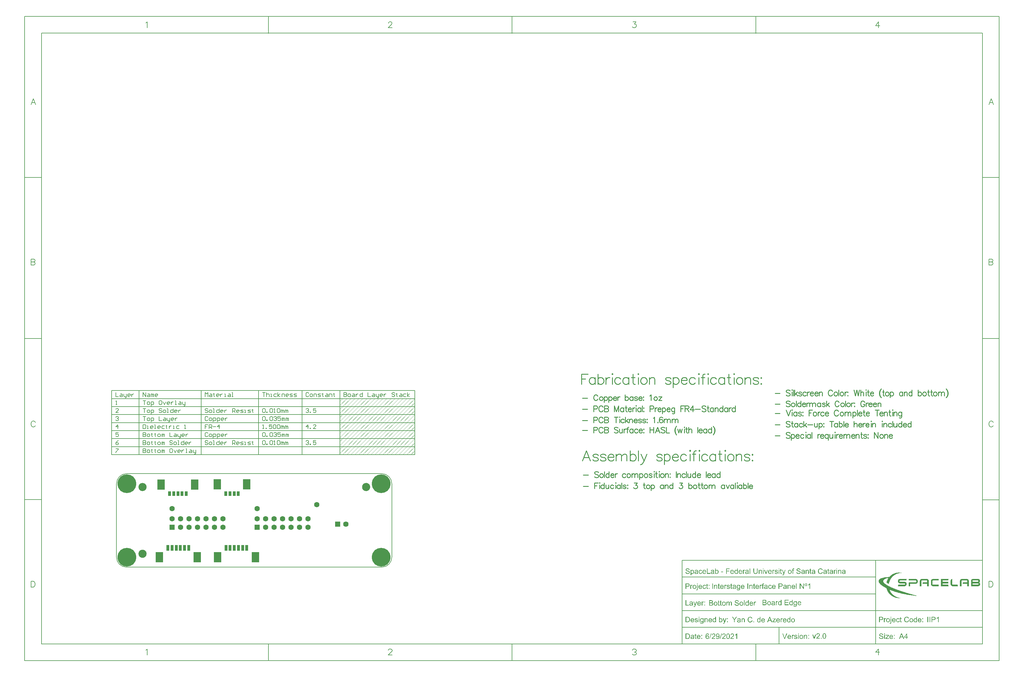
<source format=gbs>
G04*
G04 #@! TF.GenerationSoftware,Altium Limited,Altium Designer,18.1.7 (191)*
G04*
G04 Layer_Color=16711935*
%FSLAX25Y25*%
%MOIN*%
G70*
G01*
G75*
%ADD10C,0.00787*%
%ADD11C,0.01000*%
%ADD14C,0.00100*%
%ADD15C,0.00700*%
%ADD16C,0.03200*%
%ADD17C,0.03594*%
%ADD18C,0.22047*%
%ADD19C,0.06299*%
%ADD20R,0.06299X0.06299*%
%ADD21R,0.06394X0.06394*%
%ADD22C,0.06394*%
%ADD32R,0.03543X0.06693*%
%ADD33R,0.08661X0.12205*%
%ADD34R,0.03543X0.05512*%
G36*
X297688Y97388D02*
X298788Y94488D01*
X297688Y91388D01*
X294488Y90188D01*
X291388Y91388D01*
X290188Y94488D01*
X291388Y97588D01*
X294488Y98788D01*
X297688Y97388D01*
D02*
G37*
G36*
X33909D02*
X35009Y94488D01*
X33909Y91388D01*
X30709Y90188D01*
X27609Y91388D01*
X26409Y94488D01*
X27609Y97588D01*
X30709Y98788D01*
X33909Y97388D01*
D02*
G37*
G36*
Y18648D02*
X35009Y15748D01*
X33909Y12648D01*
X30709Y11448D01*
X27609Y12648D01*
X26409Y15748D01*
X27609Y18848D01*
X30709Y20048D01*
X33909Y18648D01*
D02*
G37*
G36*
X799006Y-1464D02*
X799111Y-1474D01*
X799236Y-1493D01*
X799371Y-1512D01*
X799515Y-1541D01*
X799400Y-2214D01*
X799390D01*
X799361Y-2204D01*
X799313Y-2194D01*
X799255Y-2185D01*
X799179D01*
X799102Y-2175D01*
X798938Y-2166D01*
X798881D01*
X798823Y-2175D01*
X798746Y-2185D01*
X798669Y-2204D01*
X798583Y-2233D01*
X798506Y-2271D01*
X798439Y-2319D01*
X798429Y-2329D01*
X798419Y-2348D01*
X798390Y-2387D01*
X798371Y-2444D01*
X798343Y-2521D01*
X798314Y-2627D01*
X798304Y-2742D01*
X798294Y-2886D01*
Y-3300D01*
X799188D01*
Y-3905D01*
X798304D01*
Y-7874D01*
X797526D01*
Y-3905D01*
X796843D01*
Y-3300D01*
X797526D01*
Y-2819D01*
Y-2810D01*
Y-2800D01*
Y-2742D01*
X797535Y-2665D01*
Y-2560D01*
X797545Y-2454D01*
X797564Y-2339D01*
X797583Y-2233D01*
X797612Y-2137D01*
X797622Y-2127D01*
X797631Y-2089D01*
X797660Y-2031D01*
X797699Y-1964D01*
X797756Y-1877D01*
X797823Y-1801D01*
X797900Y-1724D01*
X797997Y-1647D01*
X798006Y-1637D01*
X798054Y-1618D01*
X798112Y-1589D01*
X798208Y-1551D01*
X798314Y-1512D01*
X798458Y-1483D01*
X798612Y-1464D01*
X798794Y-1455D01*
X798919D01*
X799006Y-1464D01*
D02*
G37*
G36*
X850064Y-2444D02*
X849285D01*
Y-1560D01*
X850064D01*
Y-2444D01*
D02*
G37*
G36*
X781957D02*
X781179D01*
Y-1560D01*
X781957D01*
Y-2444D01*
D02*
G37*
G36*
X763343D02*
X762565D01*
Y-1560D01*
X763343D01*
Y-2444D01*
D02*
G37*
G36*
X804704Y-1464D02*
X804772D01*
X804935Y-1483D01*
X805127Y-1512D01*
X805339Y-1551D01*
X805550Y-1608D01*
X805752Y-1685D01*
X805761D01*
X805771Y-1695D01*
X805800Y-1704D01*
X805838Y-1724D01*
X805934Y-1781D01*
X806059Y-1849D01*
X806194Y-1945D01*
X806328Y-2060D01*
X806463Y-2194D01*
X806578Y-2348D01*
X806588Y-2368D01*
X806626Y-2425D01*
X806674Y-2521D01*
X806722Y-2637D01*
X806780Y-2781D01*
X806838Y-2954D01*
X806876Y-3136D01*
X806895Y-3338D01*
X806098Y-3396D01*
Y-3386D01*
Y-3367D01*
X806088Y-3338D01*
X806079Y-3300D01*
X806059Y-3194D01*
X806021Y-3059D01*
X805963Y-2915D01*
X805886Y-2771D01*
X805781Y-2627D01*
X805656Y-2502D01*
X805637Y-2492D01*
X805588Y-2454D01*
X805502Y-2406D01*
X805387Y-2348D01*
X805233Y-2291D01*
X805041Y-2243D01*
X804820Y-2204D01*
X804560Y-2194D01*
X804435D01*
X804378Y-2204D01*
X804301D01*
X804137Y-2233D01*
X803955Y-2262D01*
X803772Y-2310D01*
X803599Y-2377D01*
X803522Y-2425D01*
X803455Y-2473D01*
X803445Y-2483D01*
X803407Y-2521D01*
X803349Y-2579D01*
X803292Y-2665D01*
X803224Y-2761D01*
X803176Y-2877D01*
X803138Y-3002D01*
X803119Y-3146D01*
Y-3165D01*
Y-3204D01*
X803128Y-3271D01*
X803148Y-3348D01*
X803176Y-3434D01*
X803224Y-3530D01*
X803282Y-3617D01*
X803359Y-3703D01*
X803368Y-3713D01*
X803417Y-3742D01*
X803445Y-3761D01*
X803484Y-3790D01*
X803541Y-3809D01*
X803609Y-3838D01*
X803686Y-3876D01*
X803772Y-3915D01*
X803868Y-3943D01*
X803984Y-3982D01*
X804118Y-4030D01*
X804262Y-4069D01*
X804426Y-4107D01*
X804608Y-4155D01*
X804618D01*
X804656Y-4165D01*
X804704Y-4174D01*
X804772Y-4193D01*
X804858Y-4213D01*
X804954Y-4241D01*
X805166Y-4290D01*
X805396Y-4357D01*
X805627Y-4424D01*
X805742Y-4453D01*
X805838Y-4491D01*
X805934Y-4530D01*
X806011Y-4559D01*
X806021D01*
X806040Y-4568D01*
X806059Y-4587D01*
X806098Y-4607D01*
X806194Y-4664D01*
X806319Y-4732D01*
X806453Y-4828D01*
X806588Y-4943D01*
X806713Y-5068D01*
X806818Y-5202D01*
X806828Y-5222D01*
X806857Y-5270D01*
X806905Y-5347D01*
X806953Y-5462D01*
X807001Y-5587D01*
X807049Y-5741D01*
X807078Y-5914D01*
X807088Y-6096D01*
Y-6106D01*
Y-6115D01*
Y-6144D01*
Y-6183D01*
X807068Y-6279D01*
X807049Y-6404D01*
X807020Y-6548D01*
X806963Y-6711D01*
X806895Y-6884D01*
X806799Y-7048D01*
X806790Y-7067D01*
X806742Y-7124D01*
X806684Y-7201D01*
X806588Y-7297D01*
X806472Y-7413D01*
X806328Y-7528D01*
X806155Y-7634D01*
X805963Y-7739D01*
X805954D01*
X805934Y-7749D01*
X805906Y-7759D01*
X805867Y-7778D01*
X805819Y-7797D01*
X805761Y-7816D01*
X805608Y-7855D01*
X805435Y-7903D01*
X805223Y-7941D01*
X805002Y-7970D01*
X804752Y-7980D01*
X804608D01*
X804541Y-7970D01*
X804454D01*
X804358Y-7960D01*
X804253Y-7951D01*
X804032Y-7922D01*
X803791Y-7874D01*
X803551Y-7816D01*
X803321Y-7739D01*
X803311D01*
X803292Y-7730D01*
X803263Y-7711D01*
X803224Y-7691D01*
X803119Y-7634D01*
X802994Y-7547D01*
X802840Y-7442D01*
X802696Y-7317D01*
X802542Y-7163D01*
X802407Y-6990D01*
Y-6980D01*
X802398Y-6971D01*
X802379Y-6942D01*
X802359Y-6903D01*
X802331Y-6855D01*
X802302Y-6798D01*
X802244Y-6654D01*
X802186Y-6490D01*
X802129Y-6288D01*
X802090Y-6077D01*
X802071Y-5846D01*
X802859Y-5779D01*
Y-5789D01*
Y-5798D01*
X802869Y-5856D01*
X802888Y-5942D01*
X802907Y-6058D01*
X802946Y-6183D01*
X802984Y-6317D01*
X803042Y-6442D01*
X803109Y-6567D01*
X803119Y-6577D01*
X803148Y-6615D01*
X803195Y-6673D01*
X803272Y-6740D01*
X803359Y-6817D01*
X803465Y-6903D01*
X803599Y-6980D01*
X803743Y-7057D01*
X803753D01*
X803763Y-7067D01*
X803820Y-7086D01*
X803907Y-7115D01*
X804032Y-7144D01*
X804166Y-7182D01*
X804339Y-7211D01*
X804522Y-7230D01*
X804714Y-7240D01*
X804791D01*
X804887Y-7230D01*
X804993Y-7220D01*
X805127Y-7211D01*
X805262Y-7182D01*
X805406Y-7153D01*
X805550Y-7105D01*
X805569Y-7096D01*
X805608Y-7076D01*
X805675Y-7048D01*
X805752Y-7000D01*
X805848Y-6942D01*
X805934Y-6875D01*
X806021Y-6798D01*
X806098Y-6711D01*
X806107Y-6702D01*
X806127Y-6663D01*
X806155Y-6615D01*
X806194Y-6548D01*
X806223Y-6471D01*
X806252Y-6375D01*
X806271Y-6279D01*
X806280Y-6173D01*
Y-6163D01*
Y-6125D01*
X806271Y-6067D01*
X806261Y-6000D01*
X806242Y-5914D01*
X806203Y-5827D01*
X806165Y-5741D01*
X806107Y-5654D01*
X806098Y-5644D01*
X806079Y-5616D01*
X806030Y-5577D01*
X805973Y-5520D01*
X805896Y-5462D01*
X805800Y-5404D01*
X805675Y-5337D01*
X805540Y-5279D01*
X805531Y-5270D01*
X805492Y-5260D01*
X805415Y-5241D01*
X805367Y-5222D01*
X805310Y-5202D01*
X805233Y-5183D01*
X805156Y-5164D01*
X805060Y-5135D01*
X804964Y-5106D01*
X804848Y-5077D01*
X804714Y-5049D01*
X804570Y-5010D01*
X804416Y-4972D01*
X804406D01*
X804378Y-4962D01*
X804329Y-4953D01*
X804272Y-4933D01*
X804205Y-4914D01*
X804128Y-4895D01*
X803945Y-4847D01*
X803743Y-4780D01*
X803541Y-4712D01*
X803359Y-4645D01*
X803272Y-4616D01*
X803205Y-4578D01*
X803195D01*
X803186Y-4568D01*
X803128Y-4530D01*
X803051Y-4482D01*
X802955Y-4414D01*
X802840Y-4328D01*
X802734Y-4232D01*
X802629Y-4117D01*
X802532Y-3992D01*
X802523Y-3972D01*
X802494Y-3924D01*
X802465Y-3857D01*
X802427Y-3761D01*
X802379Y-3646D01*
X802350Y-3511D01*
X802321Y-3357D01*
X802311Y-3204D01*
Y-3194D01*
Y-3184D01*
Y-3156D01*
Y-3117D01*
X802331Y-3031D01*
X802350Y-2915D01*
X802379Y-2771D01*
X802427Y-2627D01*
X802494Y-2464D01*
X802581Y-2310D01*
Y-2300D01*
X802590Y-2291D01*
X802629Y-2243D01*
X802696Y-2166D01*
X802782Y-2070D01*
X802888Y-1973D01*
X803022Y-1868D01*
X803186Y-1762D01*
X803368Y-1676D01*
X803378D01*
X803388Y-1666D01*
X803417Y-1656D01*
X803465Y-1637D01*
X803513Y-1627D01*
X803570Y-1608D01*
X803705Y-1560D01*
X803878Y-1522D01*
X804070Y-1493D01*
X804291Y-1464D01*
X804522Y-1455D01*
X804637D01*
X804704Y-1464D01*
D02*
G37*
G36*
X673893D02*
X673960D01*
X674124Y-1483D01*
X674316Y-1512D01*
X674527Y-1551D01*
X674739Y-1608D01*
X674940Y-1685D01*
X674950D01*
X674960Y-1695D01*
X674989Y-1704D01*
X675027Y-1724D01*
X675123Y-1781D01*
X675248Y-1849D01*
X675383Y-1945D01*
X675517Y-2060D01*
X675652Y-2194D01*
X675767Y-2348D01*
X675776Y-2368D01*
X675815Y-2425D01*
X675863Y-2521D01*
X675911Y-2637D01*
X675969Y-2781D01*
X676026Y-2954D01*
X676065Y-3136D01*
X676084Y-3338D01*
X675286Y-3396D01*
Y-3386D01*
Y-3367D01*
X675277Y-3338D01*
X675267Y-3300D01*
X675248Y-3194D01*
X675210Y-3059D01*
X675152Y-2915D01*
X675075Y-2771D01*
X674969Y-2627D01*
X674844Y-2502D01*
X674825Y-2492D01*
X674777Y-2454D01*
X674691Y-2406D01*
X674575Y-2348D01*
X674422Y-2291D01*
X674229Y-2243D01*
X674008Y-2204D01*
X673749Y-2194D01*
X673624D01*
X673566Y-2204D01*
X673489D01*
X673326Y-2233D01*
X673143Y-2262D01*
X672961Y-2310D01*
X672788Y-2377D01*
X672711Y-2425D01*
X672644Y-2473D01*
X672634Y-2483D01*
X672596Y-2521D01*
X672538Y-2579D01*
X672480Y-2665D01*
X672413Y-2761D01*
X672365Y-2877D01*
X672327Y-3002D01*
X672307Y-3146D01*
Y-3165D01*
Y-3204D01*
X672317Y-3271D01*
X672336Y-3348D01*
X672365Y-3434D01*
X672413Y-3530D01*
X672471Y-3617D01*
X672548Y-3703D01*
X672557Y-3713D01*
X672605Y-3742D01*
X672634Y-3761D01*
X672673Y-3790D01*
X672730Y-3809D01*
X672797Y-3838D01*
X672874Y-3876D01*
X672961Y-3915D01*
X673057Y-3943D01*
X673172Y-3982D01*
X673307Y-4030D01*
X673451Y-4069D01*
X673614Y-4107D01*
X673797Y-4155D01*
X673806D01*
X673845Y-4165D01*
X673893Y-4174D01*
X673960Y-4193D01*
X674047Y-4213D01*
X674143Y-4241D01*
X674354Y-4290D01*
X674585Y-4357D01*
X674816Y-4424D01*
X674931Y-4453D01*
X675027Y-4491D01*
X675123Y-4530D01*
X675200Y-4559D01*
X675210D01*
X675229Y-4568D01*
X675248Y-4587D01*
X675286Y-4607D01*
X675383Y-4664D01*
X675507Y-4732D01*
X675642Y-4828D01*
X675776Y-4943D01*
X675902Y-5068D01*
X676007Y-5202D01*
X676017Y-5222D01*
X676046Y-5270D01*
X676094Y-5347D01*
X676142Y-5462D01*
X676190Y-5587D01*
X676238Y-5741D01*
X676267Y-5914D01*
X676276Y-6096D01*
Y-6106D01*
Y-6115D01*
Y-6144D01*
Y-6183D01*
X676257Y-6279D01*
X676238Y-6404D01*
X676209Y-6548D01*
X676151Y-6711D01*
X676084Y-6884D01*
X675988Y-7048D01*
X675978Y-7067D01*
X675930Y-7124D01*
X675873Y-7201D01*
X675776Y-7297D01*
X675661Y-7413D01*
X675517Y-7528D01*
X675344Y-7634D01*
X675152Y-7739D01*
X675142D01*
X675123Y-7749D01*
X675094Y-7759D01*
X675056Y-7778D01*
X675008Y-7797D01*
X674950Y-7816D01*
X674796Y-7855D01*
X674623Y-7903D01*
X674412Y-7941D01*
X674191Y-7970D01*
X673941Y-7980D01*
X673797D01*
X673730Y-7970D01*
X673643D01*
X673547Y-7960D01*
X673441Y-7951D01*
X673220Y-7922D01*
X672980Y-7874D01*
X672740Y-7816D01*
X672509Y-7739D01*
X672500D01*
X672480Y-7730D01*
X672451Y-7711D01*
X672413Y-7691D01*
X672307Y-7634D01*
X672182Y-7547D01*
X672029Y-7442D01*
X671884Y-7317D01*
X671731Y-7163D01*
X671596Y-6990D01*
Y-6980D01*
X671587Y-6971D01*
X671567Y-6942D01*
X671548Y-6903D01*
X671519Y-6855D01*
X671490Y-6798D01*
X671433Y-6654D01*
X671375Y-6490D01*
X671317Y-6288D01*
X671279Y-6077D01*
X671260Y-5846D01*
X672048Y-5779D01*
Y-5789D01*
Y-5798D01*
X672057Y-5856D01*
X672077Y-5942D01*
X672096Y-6058D01*
X672134Y-6183D01*
X672173Y-6317D01*
X672230Y-6442D01*
X672298Y-6567D01*
X672307Y-6577D01*
X672336Y-6615D01*
X672384Y-6673D01*
X672461Y-6740D01*
X672548Y-6817D01*
X672653Y-6903D01*
X672788Y-6980D01*
X672932Y-7057D01*
X672942D01*
X672951Y-7067D01*
X673009Y-7086D01*
X673095Y-7115D01*
X673220Y-7144D01*
X673355Y-7182D01*
X673528Y-7211D01*
X673710Y-7230D01*
X673903Y-7240D01*
X673980D01*
X674076Y-7230D01*
X674181Y-7220D01*
X674316Y-7211D01*
X674450Y-7182D01*
X674594Y-7153D01*
X674739Y-7105D01*
X674758Y-7096D01*
X674796Y-7076D01*
X674864Y-7048D01*
X674940Y-7000D01*
X675037Y-6942D01*
X675123Y-6875D01*
X675210Y-6798D01*
X675286Y-6711D01*
X675296Y-6702D01*
X675315Y-6663D01*
X675344Y-6615D01*
X675383Y-6548D01*
X675411Y-6471D01*
X675440Y-6375D01*
X675459Y-6279D01*
X675469Y-6173D01*
Y-6163D01*
Y-6125D01*
X675459Y-6067D01*
X675450Y-6000D01*
X675431Y-5914D01*
X675392Y-5827D01*
X675354Y-5741D01*
X675296Y-5654D01*
X675286Y-5644D01*
X675267Y-5616D01*
X675219Y-5577D01*
X675162Y-5520D01*
X675085Y-5462D01*
X674989Y-5404D01*
X674864Y-5337D01*
X674729Y-5279D01*
X674719Y-5270D01*
X674681Y-5260D01*
X674604Y-5241D01*
X674556Y-5222D01*
X674498Y-5202D01*
X674422Y-5183D01*
X674345Y-5164D01*
X674249Y-5135D01*
X674153Y-5106D01*
X674037Y-5077D01*
X673903Y-5049D01*
X673758Y-5010D01*
X673605Y-4972D01*
X673595D01*
X673566Y-4962D01*
X673518Y-4953D01*
X673460Y-4933D01*
X673393Y-4914D01*
X673316Y-4895D01*
X673134Y-4847D01*
X672932Y-4780D01*
X672730Y-4712D01*
X672548Y-4645D01*
X672461Y-4616D01*
X672394Y-4578D01*
X672384D01*
X672375Y-4568D01*
X672317Y-4530D01*
X672240Y-4482D01*
X672144Y-4414D01*
X672029Y-4328D01*
X671923Y-4232D01*
X671817Y-4117D01*
X671721Y-3992D01*
X671711Y-3972D01*
X671683Y-3924D01*
X671654Y-3857D01*
X671615Y-3761D01*
X671567Y-3646D01*
X671538Y-3511D01*
X671510Y-3357D01*
X671500Y-3204D01*
Y-3194D01*
Y-3184D01*
Y-3156D01*
Y-3117D01*
X671519Y-3031D01*
X671538Y-2915D01*
X671567Y-2771D01*
X671615Y-2627D01*
X671683Y-2464D01*
X671769Y-2310D01*
Y-2300D01*
X671779Y-2291D01*
X671817Y-2243D01*
X671884Y-2166D01*
X671971Y-2070D01*
X672077Y-1973D01*
X672211Y-1868D01*
X672375Y-1762D01*
X672557Y-1676D01*
X672567D01*
X672576Y-1666D01*
X672605Y-1656D01*
X672653Y-1637D01*
X672701Y-1627D01*
X672759Y-1608D01*
X672893Y-1560D01*
X673067Y-1522D01*
X673259Y-1493D01*
X673480Y-1464D01*
X673710Y-1455D01*
X673826D01*
X673893Y-1464D01*
D02*
G37*
G36*
X830728D02*
X830805Y-1474D01*
X830901Y-1483D01*
X831007Y-1493D01*
X831122Y-1512D01*
X831372Y-1570D01*
X831641Y-1656D01*
X831776Y-1714D01*
X831910Y-1781D01*
X832035Y-1858D01*
X832160Y-1945D01*
X832170Y-1954D01*
X832189Y-1964D01*
X832218Y-1993D01*
X832266Y-2031D01*
X832314Y-2079D01*
X832381Y-2146D01*
X832448Y-2214D01*
X832516Y-2291D01*
X832592Y-2387D01*
X832660Y-2483D01*
X832737Y-2598D01*
X832814Y-2723D01*
X832881Y-2848D01*
X832948Y-2992D01*
X833063Y-3300D01*
X832237Y-3492D01*
Y-3482D01*
X832227Y-3463D01*
X832218Y-3425D01*
X832199Y-3376D01*
X832170Y-3319D01*
X832141Y-3252D01*
X832074Y-3108D01*
X831987Y-2944D01*
X831872Y-2771D01*
X831747Y-2617D01*
X831593Y-2483D01*
X831574Y-2473D01*
X831516Y-2435D01*
X831430Y-2387D01*
X831305Y-2319D01*
X831161Y-2262D01*
X830978Y-2214D01*
X830776Y-2175D01*
X830546Y-2166D01*
X830478D01*
X830430Y-2175D01*
X830363D01*
X830296Y-2185D01*
X830123Y-2214D01*
X829931Y-2252D01*
X829729Y-2319D01*
X829527Y-2406D01*
X829335Y-2521D01*
X829325D01*
X829315Y-2541D01*
X829258Y-2589D01*
X829171Y-2665D01*
X829066Y-2771D01*
X828960Y-2906D01*
X828845Y-3059D01*
X828739Y-3252D01*
X828652Y-3463D01*
Y-3473D01*
X828643Y-3492D01*
X828633Y-3521D01*
X828624Y-3569D01*
X828604Y-3617D01*
X828595Y-3684D01*
X828556Y-3838D01*
X828518Y-4020D01*
X828489Y-4222D01*
X828470Y-4443D01*
X828460Y-4674D01*
Y-4684D01*
Y-4712D01*
Y-4751D01*
Y-4808D01*
X828470Y-4876D01*
Y-4962D01*
X828479Y-5049D01*
X828489Y-5145D01*
X828518Y-5366D01*
X828556Y-5606D01*
X828614Y-5846D01*
X828691Y-6077D01*
Y-6087D01*
X828701Y-6106D01*
X828720Y-6135D01*
X828739Y-6173D01*
X828787Y-6288D01*
X828864Y-6413D01*
X828969Y-6567D01*
X829095Y-6711D01*
X829239Y-6855D01*
X829412Y-6980D01*
X829421D01*
X829431Y-6990D01*
X829460Y-7009D01*
X829498Y-7028D01*
X829604Y-7067D01*
X829738Y-7124D01*
X829892Y-7173D01*
X830075Y-7220D01*
X830276Y-7259D01*
X830488Y-7269D01*
X830555D01*
X830603Y-7259D01*
X830661D01*
X830738Y-7249D01*
X830901Y-7220D01*
X831084Y-7173D01*
X831286Y-7096D01*
X831478Y-7000D01*
X831670Y-6865D01*
X831680Y-6855D01*
X831689Y-6846D01*
X831747Y-6788D01*
X831833Y-6692D01*
X831939Y-6567D01*
X832045Y-6394D01*
X832160Y-6192D01*
X832256Y-5942D01*
X832333Y-5664D01*
X833169Y-5875D01*
Y-5885D01*
X833160Y-5923D01*
X833140Y-5971D01*
X833121Y-6048D01*
X833083Y-6125D01*
X833044Y-6231D01*
X833006Y-6336D01*
X832948Y-6452D01*
X832823Y-6711D01*
X832650Y-6971D01*
X832458Y-7220D01*
X832343Y-7336D01*
X832218Y-7442D01*
X832208Y-7451D01*
X832189Y-7461D01*
X832150Y-7490D01*
X832093Y-7528D01*
X832026Y-7566D01*
X831949Y-7615D01*
X831862Y-7663D01*
X831756Y-7711D01*
X831641Y-7759D01*
X831516Y-7807D01*
X831372Y-7855D01*
X831228Y-7893D01*
X830911Y-7960D01*
X830738Y-7970D01*
X830555Y-7980D01*
X830459D01*
X830382Y-7970D01*
X830296D01*
X830200Y-7960D01*
X830084Y-7941D01*
X829969Y-7932D01*
X829700Y-7874D01*
X829421Y-7807D01*
X829152Y-7701D01*
X829018Y-7643D01*
X828893Y-7566D01*
X828883Y-7557D01*
X828864Y-7547D01*
X828835Y-7518D01*
X828787Y-7490D01*
X828672Y-7394D01*
X828537Y-7259D01*
X828374Y-7096D01*
X828220Y-6884D01*
X828057Y-6644D01*
X827922Y-6365D01*
Y-6356D01*
X827912Y-6327D01*
X827893Y-6288D01*
X827874Y-6231D01*
X827845Y-6154D01*
X827816Y-6067D01*
X827787Y-5971D01*
X827759Y-5856D01*
X827730Y-5741D01*
X827701Y-5606D01*
X827643Y-5318D01*
X827605Y-5010D01*
X827595Y-4674D01*
Y-4664D01*
Y-4626D01*
Y-4578D01*
X827605Y-4510D01*
Y-4424D01*
X827614Y-4318D01*
X827624Y-4213D01*
X827643Y-4088D01*
X827691Y-3819D01*
X827749Y-3530D01*
X827845Y-3232D01*
X827970Y-2954D01*
Y-2944D01*
X827989Y-2925D01*
X828008Y-2886D01*
X828037Y-2829D01*
X828076Y-2771D01*
X828124Y-2704D01*
X828249Y-2541D01*
X828393Y-2358D01*
X828576Y-2175D01*
X828797Y-1993D01*
X829037Y-1839D01*
X829046D01*
X829066Y-1820D01*
X829104Y-1801D01*
X829162Y-1781D01*
X829219Y-1752D01*
X829296Y-1714D01*
X829392Y-1685D01*
X829488Y-1647D01*
X829594Y-1608D01*
X829710Y-1579D01*
X829969Y-1512D01*
X830257Y-1474D01*
X830565Y-1455D01*
X830661D01*
X830728Y-1464D01*
D02*
G37*
G36*
X732927Y-7874D02*
X732206D01*
Y-7307D01*
X732197Y-7317D01*
X732187Y-7336D01*
X732158Y-7365D01*
X732120Y-7413D01*
X732082Y-7461D01*
X732024Y-7518D01*
X731957Y-7576D01*
X731880Y-7643D01*
X731793Y-7701D01*
X731697Y-7768D01*
X731591Y-7826D01*
X731486Y-7874D01*
X731361Y-7922D01*
X731226Y-7951D01*
X731082Y-7970D01*
X730928Y-7980D01*
X730871D01*
X730832Y-7970D01*
X730726Y-7960D01*
X730602Y-7941D01*
X730438Y-7903D01*
X730275Y-7855D01*
X730092Y-7778D01*
X729919Y-7682D01*
X729910D01*
X729900Y-7672D01*
X729842Y-7624D01*
X729766Y-7557D01*
X729660Y-7461D01*
X729554Y-7345D01*
X729429Y-7201D01*
X729323Y-7038D01*
X729218Y-6846D01*
Y-6836D01*
X729208Y-6817D01*
X729199Y-6788D01*
X729179Y-6750D01*
X729160Y-6702D01*
X729141Y-6634D01*
X729093Y-6481D01*
X729045Y-6298D01*
X729006Y-6087D01*
X728977Y-5856D01*
X728968Y-5596D01*
Y-5587D01*
Y-5568D01*
Y-5529D01*
Y-5481D01*
X728977Y-5424D01*
Y-5347D01*
X728997Y-5183D01*
X729026Y-4991D01*
X729064Y-4789D01*
X729112Y-4568D01*
X729189Y-4357D01*
Y-4347D01*
X729199Y-4328D01*
X729218Y-4299D01*
X729237Y-4261D01*
X729285Y-4165D01*
X729362Y-4040D01*
X729458Y-3895D01*
X729573Y-3751D01*
X729708Y-3617D01*
X729871Y-3492D01*
X729881D01*
X729890Y-3482D01*
X729948Y-3444D01*
X730044Y-3396D01*
X730169Y-3338D01*
X730323Y-3290D01*
X730496Y-3242D01*
X730688Y-3204D01*
X730890Y-3194D01*
X730957D01*
X731034Y-3204D01*
X731140Y-3213D01*
X731246Y-3242D01*
X731370Y-3271D01*
X731495Y-3319D01*
X731620Y-3376D01*
X731639Y-3386D01*
X731678Y-3405D01*
X731736Y-3444D01*
X731812Y-3501D01*
X731889Y-3559D01*
X731985Y-3636D01*
X732072Y-3732D01*
X732149Y-3828D01*
Y-1560D01*
X732927D01*
Y-7874D01*
D02*
G37*
G36*
X679553Y-3213D02*
X679688Y-3232D01*
X679851Y-3271D01*
X680024Y-3319D01*
X680197Y-3396D01*
X680370Y-3501D01*
X680380D01*
X680389Y-3511D01*
X680447Y-3559D01*
X680524Y-3626D01*
X680630Y-3723D01*
X680735Y-3838D01*
X680851Y-3992D01*
X680956Y-4155D01*
X681052Y-4357D01*
Y-4366D01*
X681062Y-4386D01*
X681072Y-4414D01*
X681091Y-4453D01*
X681110Y-4501D01*
X681129Y-4568D01*
X681168Y-4712D01*
X681206Y-4895D01*
X681245Y-5097D01*
X681274Y-5318D01*
X681283Y-5558D01*
Y-5568D01*
Y-5587D01*
Y-5625D01*
Y-5673D01*
X681274Y-5741D01*
Y-5808D01*
X681254Y-5981D01*
X681216Y-6173D01*
X681177Y-6385D01*
X681110Y-6605D01*
X681024Y-6826D01*
Y-6836D01*
X681014Y-6855D01*
X680995Y-6884D01*
X680976Y-6923D01*
X680918Y-7019D01*
X680841Y-7144D01*
X680735Y-7278D01*
X680610Y-7422D01*
X680466Y-7557D01*
X680293Y-7682D01*
X680284D01*
X680274Y-7691D01*
X680245Y-7711D01*
X680207Y-7730D01*
X680111Y-7778D01*
X679986Y-7826D01*
X679832Y-7884D01*
X679669Y-7932D01*
X679476Y-7970D01*
X679284Y-7980D01*
X679217D01*
X679150Y-7970D01*
X679053Y-7960D01*
X678948Y-7941D01*
X678832Y-7913D01*
X678708Y-7874D01*
X678592Y-7826D01*
X678583Y-7816D01*
X678544Y-7797D01*
X678487Y-7759D01*
X678419Y-7711D01*
X678333Y-7653D01*
X678256Y-7586D01*
X678169Y-7499D01*
X678093Y-7413D01*
Y-9623D01*
X677314D01*
Y-3300D01*
X678025D01*
Y-3895D01*
X678035Y-3876D01*
X678064Y-3838D01*
X678121Y-3780D01*
X678189Y-3703D01*
X678265Y-3617D01*
X678362Y-3530D01*
X678467Y-3444D01*
X678583Y-3376D01*
X678602Y-3367D01*
X678640Y-3348D01*
X678708Y-3319D01*
X678794Y-3280D01*
X678909Y-3252D01*
X679034Y-3223D01*
X679178Y-3204D01*
X679342Y-3194D01*
X679438D01*
X679553Y-3213D01*
D02*
G37*
G36*
X853542Y-3204D02*
X853638Y-3213D01*
X853754Y-3232D01*
X853888Y-3261D01*
X854013Y-3300D01*
X854148Y-3348D01*
X854167Y-3357D01*
X854205Y-3376D01*
X854263Y-3405D01*
X854340Y-3453D01*
X854426Y-3511D01*
X854513Y-3578D01*
X854599Y-3655D01*
X854667Y-3742D01*
X854676Y-3751D01*
X854696Y-3780D01*
X854724Y-3838D01*
X854763Y-3905D01*
X854801Y-3982D01*
X854840Y-4078D01*
X854878Y-4193D01*
X854907Y-4309D01*
Y-4318D01*
X854916Y-4347D01*
X854926Y-4405D01*
X854936Y-4482D01*
Y-4587D01*
X854945Y-4722D01*
X854955Y-4876D01*
Y-5068D01*
Y-7874D01*
X854177D01*
Y-5097D01*
Y-5087D01*
Y-5077D01*
Y-5020D01*
Y-4933D01*
X854167Y-4828D01*
X854157Y-4722D01*
X854138Y-4597D01*
X854109Y-4491D01*
X854080Y-4395D01*
Y-4386D01*
X854061Y-4357D01*
X854042Y-4309D01*
X854013Y-4261D01*
X853965Y-4193D01*
X853907Y-4136D01*
X853840Y-4069D01*
X853763Y-4011D01*
X853754Y-4001D01*
X853725Y-3992D01*
X853677Y-3963D01*
X853610Y-3934D01*
X853533Y-3915D01*
X853437Y-3886D01*
X853341Y-3876D01*
X853225Y-3867D01*
X853139D01*
X853052Y-3886D01*
X852927Y-3905D01*
X852793Y-3943D01*
X852658Y-4001D01*
X852504Y-4078D01*
X852370Y-4184D01*
X852351Y-4203D01*
X852312Y-4251D01*
X852255Y-4328D01*
X852226Y-4386D01*
X852197Y-4453D01*
X852159Y-4530D01*
X852130Y-4616D01*
X852101Y-4712D01*
X852072Y-4818D01*
X852043Y-4943D01*
X852034Y-5077D01*
X852014Y-5222D01*
Y-5375D01*
Y-7874D01*
X851236D01*
Y-3300D01*
X851937D01*
Y-3953D01*
X851947Y-3943D01*
X851957Y-3924D01*
X851985Y-3886D01*
X852034Y-3838D01*
X852082Y-3780D01*
X852149Y-3713D01*
X852216Y-3646D01*
X852303Y-3569D01*
X852408Y-3501D01*
X852514Y-3434D01*
X852629Y-3367D01*
X852764Y-3309D01*
X852899Y-3261D01*
X853052Y-3223D01*
X853216Y-3204D01*
X853389Y-3194D01*
X853456D01*
X853542Y-3204D01*
D02*
G37*
G36*
X815333D02*
X815429Y-3213D01*
X815544Y-3232D01*
X815679Y-3261D01*
X815804Y-3300D01*
X815938Y-3348D01*
X815958Y-3357D01*
X815996Y-3376D01*
X816054Y-3405D01*
X816131Y-3453D01*
X816217Y-3511D01*
X816304Y-3578D01*
X816390Y-3655D01*
X816457Y-3742D01*
X816467Y-3751D01*
X816486Y-3780D01*
X816515Y-3838D01*
X816553Y-3905D01*
X816592Y-3982D01*
X816630Y-4078D01*
X816669Y-4193D01*
X816698Y-4309D01*
Y-4318D01*
X816707Y-4347D01*
X816717Y-4405D01*
X816726Y-4482D01*
Y-4587D01*
X816736Y-4722D01*
X816746Y-4876D01*
Y-5068D01*
Y-7874D01*
X815967D01*
Y-5097D01*
Y-5087D01*
Y-5077D01*
Y-5020D01*
Y-4933D01*
X815958Y-4828D01*
X815948Y-4722D01*
X815929Y-4597D01*
X815900Y-4491D01*
X815871Y-4395D01*
Y-4386D01*
X815852Y-4357D01*
X815833Y-4309D01*
X815804Y-4261D01*
X815756Y-4193D01*
X815698Y-4136D01*
X815631Y-4069D01*
X815554Y-4011D01*
X815544Y-4001D01*
X815516Y-3992D01*
X815467Y-3963D01*
X815400Y-3934D01*
X815323Y-3915D01*
X815227Y-3886D01*
X815131Y-3876D01*
X815016Y-3867D01*
X814929D01*
X814843Y-3886D01*
X814718Y-3905D01*
X814583Y-3943D01*
X814449Y-4001D01*
X814295Y-4078D01*
X814161Y-4184D01*
X814141Y-4203D01*
X814103Y-4251D01*
X814045Y-4328D01*
X814016Y-4386D01*
X813988Y-4453D01*
X813949Y-4530D01*
X813920Y-4616D01*
X813892Y-4712D01*
X813863Y-4818D01*
X813834Y-4943D01*
X813824Y-5077D01*
X813805Y-5222D01*
Y-5375D01*
Y-7874D01*
X813027D01*
Y-3300D01*
X813728D01*
Y-3953D01*
X813738Y-3943D01*
X813747Y-3924D01*
X813776Y-3886D01*
X813824Y-3838D01*
X813872Y-3780D01*
X813939Y-3713D01*
X814007Y-3646D01*
X814093Y-3569D01*
X814199Y-3501D01*
X814305Y-3434D01*
X814420Y-3367D01*
X814555Y-3309D01*
X814689Y-3261D01*
X814843Y-3223D01*
X815006Y-3204D01*
X815179Y-3194D01*
X815246D01*
X815333Y-3204D01*
D02*
G37*
G36*
X759960D02*
X760056Y-3213D01*
X760172Y-3232D01*
X760306Y-3261D01*
X760431Y-3300D01*
X760566Y-3348D01*
X760585Y-3357D01*
X760623Y-3376D01*
X760681Y-3405D01*
X760758Y-3453D01*
X760844Y-3511D01*
X760931Y-3578D01*
X761017Y-3655D01*
X761085Y-3742D01*
X761094Y-3751D01*
X761113Y-3780D01*
X761142Y-3838D01*
X761181Y-3905D01*
X761219Y-3982D01*
X761258Y-4078D01*
X761296Y-4193D01*
X761325Y-4309D01*
Y-4318D01*
X761334Y-4347D01*
X761344Y-4405D01*
X761354Y-4482D01*
Y-4587D01*
X761363Y-4722D01*
X761373Y-4876D01*
Y-5068D01*
Y-7874D01*
X760594D01*
Y-5097D01*
Y-5087D01*
Y-5077D01*
Y-5020D01*
Y-4933D01*
X760585Y-4828D01*
X760575Y-4722D01*
X760556Y-4597D01*
X760527Y-4491D01*
X760498Y-4395D01*
Y-4386D01*
X760479Y-4357D01*
X760460Y-4309D01*
X760431Y-4261D01*
X760383Y-4193D01*
X760325Y-4136D01*
X760258Y-4069D01*
X760181Y-4011D01*
X760172Y-4001D01*
X760143Y-3992D01*
X760095Y-3963D01*
X760027Y-3934D01*
X759950Y-3915D01*
X759854Y-3886D01*
X759758Y-3876D01*
X759643Y-3867D01*
X759556D01*
X759470Y-3886D01*
X759345Y-3905D01*
X759211Y-3943D01*
X759076Y-4001D01*
X758922Y-4078D01*
X758788Y-4184D01*
X758769Y-4203D01*
X758730Y-4251D01*
X758672Y-4328D01*
X758644Y-4386D01*
X758615Y-4453D01*
X758576Y-4530D01*
X758547Y-4616D01*
X758519Y-4712D01*
X758490Y-4818D01*
X758461Y-4943D01*
X758451Y-5077D01*
X758432Y-5222D01*
Y-5375D01*
Y-7874D01*
X757654D01*
Y-3300D01*
X758355D01*
Y-3953D01*
X758365Y-3943D01*
X758375Y-3924D01*
X758403Y-3886D01*
X758451Y-3838D01*
X758499Y-3780D01*
X758567Y-3713D01*
X758634Y-3646D01*
X758720Y-3569D01*
X758826Y-3501D01*
X758932Y-3434D01*
X759047Y-3367D01*
X759182Y-3309D01*
X759316Y-3261D01*
X759470Y-3223D01*
X759633Y-3204D01*
X759806Y-3194D01*
X759874D01*
X759960Y-3204D01*
D02*
G37*
G36*
X848170D02*
X848276Y-3223D01*
X848391Y-3261D01*
X848526Y-3300D01*
X848670Y-3367D01*
X848824Y-3453D01*
X848545Y-4165D01*
X848536Y-4155D01*
X848497Y-4136D01*
X848439Y-4107D01*
X848372Y-4078D01*
X848286Y-4049D01*
X848190Y-4020D01*
X848084Y-4001D01*
X847978Y-3992D01*
X847940D01*
X847892Y-4001D01*
X847824Y-4011D01*
X847757Y-4030D01*
X847680Y-4059D01*
X847603Y-4097D01*
X847526Y-4145D01*
X847517Y-4155D01*
X847498Y-4174D01*
X847459Y-4213D01*
X847421Y-4261D01*
X847373Y-4318D01*
X847325Y-4395D01*
X847286Y-4482D01*
X847248Y-4578D01*
X847238Y-4597D01*
X847229Y-4645D01*
X847209Y-4732D01*
X847190Y-4847D01*
X847161Y-4981D01*
X847142Y-5135D01*
X847132Y-5299D01*
X847123Y-5481D01*
Y-7874D01*
X846344D01*
Y-3300D01*
X847046D01*
Y-3982D01*
X847056Y-3972D01*
X847094Y-3915D01*
X847142Y-3828D01*
X847200Y-3732D01*
X847277Y-3626D01*
X847363Y-3521D01*
X847440Y-3425D01*
X847526Y-3357D01*
X847536Y-3348D01*
X847565Y-3328D01*
X847613Y-3309D01*
X847680Y-3271D01*
X847748Y-3242D01*
X847834Y-3223D01*
X847930Y-3204D01*
X848026Y-3194D01*
X848093D01*
X848170Y-3204D01*
D02*
G37*
G36*
X775653D02*
X775759Y-3223D01*
X775874Y-3261D01*
X776009Y-3300D01*
X776153Y-3367D01*
X776307Y-3453D01*
X776028Y-4165D01*
X776018Y-4155D01*
X775980Y-4136D01*
X775922Y-4107D01*
X775855Y-4078D01*
X775769Y-4049D01*
X775672Y-4020D01*
X775567Y-4001D01*
X775461Y-3992D01*
X775423D01*
X775375Y-4001D01*
X775307Y-4011D01*
X775240Y-4030D01*
X775163Y-4059D01*
X775086Y-4097D01*
X775009Y-4145D01*
X775000Y-4155D01*
X774981Y-4174D01*
X774942Y-4213D01*
X774904Y-4261D01*
X774856Y-4318D01*
X774808Y-4395D01*
X774769Y-4482D01*
X774731Y-4578D01*
X774721Y-4597D01*
X774712Y-4645D01*
X774692Y-4732D01*
X774673Y-4847D01*
X774644Y-4981D01*
X774625Y-5135D01*
X774615Y-5299D01*
X774606Y-5481D01*
Y-7874D01*
X773827D01*
Y-3300D01*
X774529D01*
Y-3982D01*
X774539Y-3972D01*
X774577Y-3915D01*
X774625Y-3828D01*
X774683Y-3732D01*
X774759Y-3626D01*
X774846Y-3521D01*
X774923Y-3425D01*
X775009Y-3357D01*
X775019Y-3348D01*
X775048Y-3328D01*
X775096Y-3309D01*
X775163Y-3271D01*
X775230Y-3242D01*
X775317Y-3223D01*
X775413Y-3204D01*
X775509Y-3194D01*
X775576D01*
X775653Y-3204D01*
D02*
G37*
G36*
X740875D02*
X740980Y-3223D01*
X741096Y-3261D01*
X741230Y-3300D01*
X741374Y-3367D01*
X741528Y-3453D01*
X741250Y-4165D01*
X741240Y-4155D01*
X741201Y-4136D01*
X741144Y-4107D01*
X741077Y-4078D01*
X740990Y-4049D01*
X740894Y-4020D01*
X740788Y-4001D01*
X740683Y-3992D01*
X740644D01*
X740596Y-4001D01*
X740529Y-4011D01*
X740461Y-4030D01*
X740385Y-4059D01*
X740308Y-4097D01*
X740231Y-4145D01*
X740221Y-4155D01*
X740202Y-4174D01*
X740164Y-4213D01*
X740125Y-4261D01*
X740077Y-4318D01*
X740029Y-4395D01*
X739991Y-4482D01*
X739952Y-4578D01*
X739943Y-4597D01*
X739933Y-4645D01*
X739914Y-4732D01*
X739894Y-4847D01*
X739866Y-4981D01*
X739846Y-5135D01*
X739837Y-5299D01*
X739827Y-5481D01*
Y-7874D01*
X739049D01*
Y-3300D01*
X739750D01*
Y-3982D01*
X739760Y-3972D01*
X739798Y-3915D01*
X739846Y-3828D01*
X739904Y-3732D01*
X739981Y-3626D01*
X740067Y-3521D01*
X740144Y-3425D01*
X740231Y-3357D01*
X740240Y-3348D01*
X740269Y-3328D01*
X740317Y-3309D01*
X740385Y-3271D01*
X740452Y-3242D01*
X740538Y-3223D01*
X740634Y-3204D01*
X740730Y-3194D01*
X740798D01*
X740875Y-3204D01*
D02*
G37*
G36*
X778450D02*
X778575Y-3213D01*
X778728Y-3232D01*
X778882Y-3261D01*
X779046Y-3300D01*
X779199Y-3357D01*
X779209D01*
X779219Y-3367D01*
X779267Y-3386D01*
X779344Y-3425D01*
X779430Y-3463D01*
X779526Y-3530D01*
X779632Y-3598D01*
X779728Y-3684D01*
X779805Y-3780D01*
X779814Y-3790D01*
X779834Y-3828D01*
X779872Y-3886D01*
X779920Y-3963D01*
X779959Y-4059D01*
X780007Y-4184D01*
X780045Y-4318D01*
X780084Y-4472D01*
X779324Y-4578D01*
Y-4559D01*
X779315Y-4520D01*
X779295Y-4453D01*
X779267Y-4376D01*
X779228Y-4290D01*
X779171Y-4203D01*
X779103Y-4107D01*
X779017Y-4030D01*
X779007Y-4020D01*
X778969Y-4001D01*
X778911Y-3963D01*
X778834Y-3924D01*
X778738Y-3895D01*
X778613Y-3857D01*
X778479Y-3838D01*
X778315Y-3828D01*
X778229D01*
X778133Y-3838D01*
X778017Y-3847D01*
X777892Y-3876D01*
X777768Y-3905D01*
X777642Y-3953D01*
X777546Y-4011D01*
X777537Y-4020D01*
X777508Y-4040D01*
X777479Y-4078D01*
X777441Y-4126D01*
X777393Y-4184D01*
X777364Y-4261D01*
X777335Y-4338D01*
X777325Y-4424D01*
Y-4434D01*
Y-4453D01*
X777335Y-4482D01*
Y-4520D01*
X777364Y-4607D01*
X777412Y-4703D01*
X777422Y-4712D01*
X777431Y-4722D01*
X777489Y-4770D01*
X777527Y-4808D01*
X777575Y-4837D01*
X777642Y-4876D01*
X777710Y-4905D01*
X777719D01*
X777739Y-4914D01*
X777777Y-4924D01*
X777844Y-4943D01*
X777931Y-4972D01*
X778056Y-5010D01*
X778209Y-5049D01*
X778296Y-5077D01*
X778402Y-5106D01*
X778411D01*
X778440Y-5116D01*
X778479Y-5126D01*
X778536Y-5145D01*
X778604Y-5164D01*
X778680Y-5183D01*
X778853Y-5231D01*
X779046Y-5289D01*
X779238Y-5356D01*
X779411Y-5414D01*
X779488Y-5443D01*
X779555Y-5472D01*
X779574Y-5481D01*
X779613Y-5500D01*
X779670Y-5529D01*
X779738Y-5568D01*
X779824Y-5625D01*
X779911Y-5702D01*
X779987Y-5779D01*
X780064Y-5875D01*
X780074Y-5885D01*
X780093Y-5923D01*
X780122Y-5981D01*
X780160Y-6058D01*
X780199Y-6154D01*
X780228Y-6269D01*
X780247Y-6394D01*
X780257Y-6538D01*
Y-6558D01*
Y-6605D01*
X780247Y-6682D01*
X780228Y-6769D01*
X780199Y-6884D01*
X780160Y-7009D01*
X780103Y-7134D01*
X780026Y-7269D01*
X780016Y-7288D01*
X779987Y-7326D01*
X779930Y-7384D01*
X779853Y-7461D01*
X779766Y-7547D01*
X779651Y-7634D01*
X779517Y-7720D01*
X779363Y-7797D01*
X779344Y-7807D01*
X779286Y-7826D01*
X779199Y-7855D01*
X779084Y-7884D01*
X778940Y-7922D01*
X778777Y-7951D01*
X778594Y-7970D01*
X778402Y-7980D01*
X778315D01*
X778258Y-7970D01*
X778181D01*
X778094Y-7960D01*
X777892Y-7932D01*
X777671Y-7893D01*
X777450Y-7826D01*
X777229Y-7739D01*
X777133Y-7682D01*
X777037Y-7615D01*
X777028D01*
X777018Y-7595D01*
X776960Y-7547D01*
X776883Y-7461D01*
X776787Y-7336D01*
X776691Y-7182D01*
X776595Y-6990D01*
X776509Y-6769D01*
X776451Y-6509D01*
X777220Y-6385D01*
Y-6394D01*
Y-6404D01*
X777229Y-6461D01*
X777258Y-6548D01*
X777287Y-6654D01*
X777335Y-6769D01*
X777393Y-6884D01*
X777479Y-7000D01*
X777575Y-7105D01*
X777585Y-7115D01*
X777633Y-7144D01*
X777700Y-7182D01*
X777787Y-7220D01*
X777912Y-7269D01*
X778046Y-7307D01*
X778219Y-7336D01*
X778402Y-7345D01*
X778488D01*
X778584Y-7336D01*
X778700Y-7317D01*
X778834Y-7297D01*
X778969Y-7259D01*
X779094Y-7201D01*
X779199Y-7134D01*
X779209Y-7124D01*
X779238Y-7096D01*
X779286Y-7048D01*
X779334Y-6990D01*
X779372Y-6913D01*
X779420Y-6817D01*
X779449Y-6721D01*
X779459Y-6615D01*
Y-6605D01*
Y-6567D01*
X779449Y-6529D01*
X779430Y-6461D01*
X779401Y-6404D01*
X779363Y-6327D01*
X779305Y-6260D01*
X779228Y-6202D01*
X779219Y-6192D01*
X779190Y-6183D01*
X779142Y-6163D01*
X779065Y-6125D01*
X778959Y-6096D01*
X778825Y-6048D01*
X778738Y-6019D01*
X778652Y-6000D01*
X778546Y-5971D01*
X778431Y-5942D01*
X778421D01*
X778392Y-5933D01*
X778354Y-5923D01*
X778296Y-5904D01*
X778219Y-5885D01*
X778142Y-5866D01*
X777960Y-5808D01*
X777768Y-5750D01*
X777566Y-5692D01*
X777383Y-5625D01*
X777306Y-5596D01*
X777239Y-5568D01*
X777229Y-5558D01*
X777181Y-5539D01*
X777124Y-5500D01*
X777056Y-5452D01*
X776970Y-5395D01*
X776893Y-5318D01*
X776806Y-5231D01*
X776739Y-5135D01*
X776730Y-5126D01*
X776710Y-5087D01*
X776691Y-5029D01*
X776662Y-4953D01*
X776624Y-4866D01*
X776605Y-4760D01*
X776585Y-4645D01*
X776576Y-4520D01*
Y-4510D01*
Y-4472D01*
X776585Y-4405D01*
X776595Y-4338D01*
X776605Y-4251D01*
X776634Y-4155D01*
X776662Y-4049D01*
X776710Y-3953D01*
X776720Y-3943D01*
X776739Y-3905D01*
X776768Y-3857D01*
X776816Y-3799D01*
X776864Y-3732D01*
X776931Y-3665D01*
X777008Y-3588D01*
X777095Y-3521D01*
X777104Y-3511D01*
X777133Y-3501D01*
X777172Y-3473D01*
X777229Y-3444D01*
X777297Y-3405D01*
X777383Y-3367D01*
X777479Y-3328D01*
X777585Y-3290D01*
X777604D01*
X777642Y-3271D01*
X777700Y-3261D01*
X777787Y-3242D01*
X777892Y-3223D01*
X777998Y-3213D01*
X778123Y-3194D01*
X778344D01*
X778450Y-3204D01*
D02*
G37*
G36*
X689086D02*
X689154D01*
X689221Y-3213D01*
X689394Y-3242D01*
X689586Y-3290D01*
X689797Y-3357D01*
X689999Y-3453D01*
X690182Y-3578D01*
X690192D01*
X690201Y-3598D01*
X690259Y-3646D01*
X690336Y-3732D01*
X690432Y-3847D01*
X690538Y-4001D01*
X690634Y-4184D01*
X690720Y-4405D01*
X690787Y-4645D01*
X690038Y-4760D01*
Y-4751D01*
X690028Y-4741D01*
X690019Y-4684D01*
X689990Y-4607D01*
X689951Y-4501D01*
X689894Y-4386D01*
X689826Y-4270D01*
X689749Y-4165D01*
X689653Y-4069D01*
X689644Y-4059D01*
X689605Y-4030D01*
X689548Y-3992D01*
X689471Y-3943D01*
X689375Y-3905D01*
X689269Y-3867D01*
X689134Y-3838D01*
X689000Y-3828D01*
X688942D01*
X688904Y-3838D01*
X688798Y-3847D01*
X688664Y-3876D01*
X688510Y-3934D01*
X688356Y-4011D01*
X688193Y-4107D01*
X688116Y-4174D01*
X688049Y-4251D01*
X688029Y-4270D01*
X688020Y-4299D01*
X687991Y-4328D01*
X687962Y-4376D01*
X687933Y-4434D01*
X687904Y-4501D01*
X687876Y-4578D01*
X687837Y-4664D01*
X687808Y-4760D01*
X687779Y-4876D01*
X687751Y-4991D01*
X687722Y-5126D01*
X687712Y-5270D01*
X687693Y-5424D01*
Y-5587D01*
Y-5596D01*
Y-5625D01*
Y-5673D01*
X687703Y-5741D01*
Y-5818D01*
X687712Y-5904D01*
X687741Y-6096D01*
X687779Y-6317D01*
X687837Y-6548D01*
X687924Y-6750D01*
X687981Y-6846D01*
X688039Y-6932D01*
X688058Y-6951D01*
X688106Y-7000D01*
X688183Y-7067D01*
X688289Y-7134D01*
X688414Y-7211D01*
X688577Y-7278D01*
X688750Y-7326D01*
X688846Y-7336D01*
X688952Y-7345D01*
X689029D01*
X689115Y-7326D01*
X689221Y-7307D01*
X689336Y-7278D01*
X689471Y-7230D01*
X689596Y-7163D01*
X689711Y-7067D01*
X689721Y-7057D01*
X689759Y-7009D01*
X689817Y-6951D01*
X689874Y-6855D01*
X689942Y-6730D01*
X690009Y-6586D01*
X690067Y-6404D01*
X690105Y-6202D01*
X690864Y-6308D01*
Y-6317D01*
X690855Y-6346D01*
X690845Y-6385D01*
X690835Y-6432D01*
X690816Y-6500D01*
X690797Y-6577D01*
X690739Y-6759D01*
X690653Y-6951D01*
X690538Y-7163D01*
X690393Y-7355D01*
X690220Y-7538D01*
X690211D01*
X690201Y-7557D01*
X690172Y-7576D01*
X690134Y-7605D01*
X690076Y-7643D01*
X690019Y-7682D01*
X689874Y-7759D01*
X689692Y-7836D01*
X689471Y-7913D01*
X689230Y-7960D01*
X689096Y-7970D01*
X688962Y-7980D01*
X688875D01*
X688808Y-7970D01*
X688731Y-7960D01*
X688635Y-7951D01*
X688539Y-7932D01*
X688423Y-7903D01*
X688183Y-7836D01*
X688058Y-7778D01*
X687933Y-7720D01*
X687808Y-7653D01*
X687693Y-7576D01*
X687578Y-7480D01*
X687462Y-7374D01*
X687453Y-7365D01*
X687433Y-7345D01*
X687414Y-7307D01*
X687376Y-7259D01*
X687328Y-7192D01*
X687280Y-7115D01*
X687232Y-7028D01*
X687184Y-6923D01*
X687126Y-6807D01*
X687078Y-6673D01*
X687030Y-6529D01*
X686982Y-6365D01*
X686943Y-6202D01*
X686924Y-6010D01*
X686905Y-5818D01*
X686895Y-5606D01*
Y-5596D01*
Y-5577D01*
Y-5529D01*
Y-5481D01*
X686905Y-5414D01*
Y-5347D01*
X686924Y-5164D01*
X686953Y-4962D01*
X687001Y-4751D01*
X687059Y-4520D01*
X687136Y-4309D01*
Y-4299D01*
X687145Y-4280D01*
X687164Y-4251D01*
X687184Y-4213D01*
X687241Y-4117D01*
X687318Y-3992D01*
X687424Y-3857D01*
X687549Y-3723D01*
X687703Y-3588D01*
X687876Y-3473D01*
X687885D01*
X687895Y-3463D01*
X687924Y-3444D01*
X687962Y-3425D01*
X688068Y-3386D01*
X688202Y-3328D01*
X688356Y-3280D01*
X688548Y-3232D01*
X688750Y-3204D01*
X688962Y-3194D01*
X689038D01*
X689086Y-3204D01*
D02*
G37*
G36*
X715658Y-5981D02*
X713284D01*
Y-5202D01*
X715658D01*
Y-5981D01*
D02*
G37*
G36*
X766514Y-7874D02*
X765784D01*
X764044Y-3300D01*
X764861D01*
X765841Y-6048D01*
X765851Y-6067D01*
X765870Y-6125D01*
X765899Y-6211D01*
X765938Y-6327D01*
X765986Y-6461D01*
X766034Y-6615D01*
X766091Y-6788D01*
X766139Y-6961D01*
X766149Y-6942D01*
X766159Y-6894D01*
X766187Y-6817D01*
X766216Y-6721D01*
X766255Y-6596D01*
X766303Y-6442D01*
X766360Y-6279D01*
X766428Y-6096D01*
X767446Y-3300D01*
X768244D01*
X766514Y-7874D01*
D02*
G37*
G36*
X787599Y-7951D02*
Y-7960D01*
X787589Y-7980D01*
X787570Y-8018D01*
X787550Y-8076D01*
X787531Y-8134D01*
X787502Y-8201D01*
X787445Y-8364D01*
X787368Y-8537D01*
X787301Y-8700D01*
X787233Y-8864D01*
X787195Y-8931D01*
X787166Y-8989D01*
X787156Y-9008D01*
X787128Y-9046D01*
X787089Y-9114D01*
X787032Y-9200D01*
X786955Y-9287D01*
X786878Y-9383D01*
X786782Y-9469D01*
X786686Y-9546D01*
X786676Y-9556D01*
X786637Y-9575D01*
X786580Y-9604D01*
X786503Y-9633D01*
X786416Y-9671D01*
X786301Y-9700D01*
X786186Y-9719D01*
X786051Y-9729D01*
X786013D01*
X785965Y-9719D01*
X785907D01*
X785830Y-9709D01*
X785744Y-9690D01*
X785552Y-9633D01*
X785465Y-8912D01*
X785475D01*
X785503Y-8922D01*
X785552Y-8931D01*
X785619Y-8950D01*
X785753Y-8979D01*
X785907Y-8989D01*
X785955D01*
X785994Y-8979D01*
X786061D01*
X786195Y-8950D01*
X786263Y-8931D01*
X786320Y-8902D01*
X786330D01*
X786349Y-8883D01*
X786378Y-8864D01*
X786407Y-8835D01*
X786493Y-8758D01*
X786580Y-8652D01*
Y-8643D01*
X786589Y-8624D01*
X786609Y-8595D01*
X786637Y-8537D01*
X786666Y-8460D01*
X786705Y-8364D01*
X786753Y-8230D01*
X786810Y-8076D01*
X786820Y-8066D01*
X786830Y-8028D01*
X786859Y-7970D01*
X786887Y-7884D01*
X785148Y-3300D01*
X785974D01*
X786926Y-5933D01*
Y-5942D01*
X786935Y-5952D01*
X786945Y-5981D01*
X786955Y-6019D01*
X786993Y-6125D01*
X787041Y-6260D01*
X787089Y-6413D01*
X787147Y-6596D01*
X787205Y-6788D01*
X787262Y-6990D01*
Y-6980D01*
X787272Y-6971D01*
Y-6942D01*
X787291Y-6903D01*
X787310Y-6798D01*
X787349Y-6673D01*
X787397Y-6519D01*
X787454Y-6346D01*
X787512Y-6163D01*
X787579Y-5971D01*
X788559Y-3300D01*
X789328D01*
X787599Y-7951D01*
D02*
G37*
G36*
X923895Y-6548D02*
X925241D01*
Y-6740D01*
X926394D01*
Y-6932D01*
X927163D01*
Y-7124D01*
X926394D01*
Y-6932D01*
X924856D01*
Y-7124D01*
X923318D01*
Y-7316D01*
X922357D01*
Y-7509D01*
X921588D01*
Y-7701D01*
X921012D01*
Y-7893D01*
X920627D01*
Y-8085D01*
X920051D01*
Y-8277D01*
X919666D01*
Y-8470D01*
X919282D01*
Y-8662D01*
X918897D01*
Y-8854D01*
X918513D01*
Y-9046D01*
X918128D01*
Y-9239D01*
X917936D01*
Y-9431D01*
X917552D01*
Y-9623D01*
X917359D01*
Y-9815D01*
X916975D01*
Y-10008D01*
X916783D01*
Y-10200D01*
X916590D01*
Y-10392D01*
X916398D01*
Y-10584D01*
X916206D01*
Y-10776D01*
X915822D01*
Y-10969D01*
X915629D01*
Y-11161D01*
X915437D01*
Y-11353D01*
X915245D01*
Y-11545D01*
X915053D01*
Y-11738D01*
X914860D01*
Y-11930D01*
Y-12122D01*
X914668D01*
Y-12314D01*
X914476D01*
Y-12506D01*
X914284D01*
Y-12699D01*
X914091D01*
Y-12891D01*
X913899D01*
Y-13083D01*
Y-13275D01*
X913707D01*
Y-13468D01*
X913515D01*
Y-13660D01*
Y-13852D01*
X913323D01*
Y-14044D01*
X913130D01*
Y-14237D01*
Y-14429D01*
X912938D01*
Y-14621D01*
Y-14813D01*
X912746D01*
Y-15006D01*
Y-15198D01*
X912554D01*
Y-15390D01*
Y-15582D01*
X912361D01*
Y-15774D01*
Y-15967D01*
X912169D01*
Y-16159D01*
Y-16351D01*
Y-16543D01*
X911977D01*
Y-16736D01*
Y-16928D01*
X911785D01*
Y-17120D01*
Y-17312D01*
Y-17504D01*
X911592D01*
Y-17697D01*
Y-17889D01*
Y-18081D01*
Y-18273D01*
Y-18466D01*
X911400D01*
Y-18658D01*
Y-18850D01*
Y-19042D01*
Y-19234D01*
X911208D01*
Y-19427D01*
Y-19619D01*
Y-19811D01*
Y-20004D01*
X911016D01*
Y-19811D01*
X910631D01*
Y-19619D01*
X910439D01*
Y-19427D01*
X910055D01*
Y-19234D01*
X909670D01*
Y-19042D01*
X909478D01*
Y-18850D01*
X909093D01*
Y-18658D01*
X908901D01*
Y-18466D01*
X908517D01*
Y-18273D01*
X908325D01*
Y-18081D01*
Y-17889D01*
X908517D01*
Y-17697D01*
Y-17504D01*
Y-17312D01*
Y-17120D01*
X908709D01*
Y-16928D01*
Y-16736D01*
Y-16543D01*
X908901D01*
Y-16351D01*
Y-16159D01*
Y-15967D01*
X909093D01*
Y-15774D01*
Y-15582D01*
X909286D01*
Y-15390D01*
Y-15198D01*
X909478D01*
Y-15006D01*
Y-14813D01*
Y-14621D01*
X909670D01*
Y-14429D01*
X909863D01*
Y-14237D01*
Y-14044D01*
X910055D01*
Y-13852D01*
Y-13660D01*
X910247D01*
Y-13468D01*
Y-13275D01*
X910631D01*
Y-13083D01*
Y-12891D01*
X909286D01*
Y-13083D01*
X908709D01*
Y-13275D01*
X908132D01*
Y-13468D01*
X907556D01*
Y-13660D01*
X907171D01*
Y-13852D01*
X906787D01*
Y-14044D01*
X906402D01*
Y-14237D01*
X906210D01*
Y-14429D01*
X906018D01*
Y-14621D01*
X905633D01*
Y-14813D01*
X905441D01*
Y-15006D01*
X905249D01*
Y-15198D01*
X905057D01*
Y-15390D01*
Y-15582D01*
X904865D01*
Y-15774D01*
X904672D01*
Y-15967D01*
Y-16159D01*
X904480D01*
Y-16351D01*
Y-16543D01*
Y-16736D01*
Y-16928D01*
Y-17120D01*
Y-17312D01*
X904672D01*
Y-17504D01*
Y-17697D01*
X904865D01*
Y-17889D01*
X905057D01*
Y-18081D01*
Y-18273D01*
X905249D01*
Y-18466D01*
X905441D01*
Y-18658D01*
X905633D01*
Y-18850D01*
X905826D01*
Y-19042D01*
X906018D01*
Y-19234D01*
X906210D01*
Y-19427D01*
X906402D01*
Y-19619D01*
X906787D01*
Y-19811D01*
X906979D01*
Y-20004D01*
X907171D01*
Y-20196D01*
X907556D01*
Y-20388D01*
X907748D01*
Y-20580D01*
X907940D01*
Y-20772D01*
X908325D01*
Y-20965D01*
X908709D01*
Y-21157D01*
X908901D01*
Y-21349D01*
X909286D01*
Y-21541D01*
X909670D01*
Y-21734D01*
X909863D01*
Y-21926D01*
X910247D01*
Y-22118D01*
X910631D01*
Y-22310D01*
X911016D01*
Y-22502D01*
X911400D01*
Y-22695D01*
X911785D01*
Y-22887D01*
X912169D01*
Y-23079D01*
X912554D01*
Y-23271D01*
X912938D01*
Y-23464D01*
X913323D01*
Y-23656D01*
X913707D01*
Y-23848D01*
X914284D01*
Y-24040D01*
X914668D01*
Y-24232D01*
X915053D01*
Y-24425D01*
X915437D01*
Y-24617D01*
X916014D01*
Y-24809D01*
X916398D01*
Y-25001D01*
X916783D01*
Y-25194D01*
X917359D01*
Y-25386D01*
X917936D01*
Y-25578D01*
X918320D01*
Y-25770D01*
X918897D01*
Y-25962D01*
X919282D01*
Y-26155D01*
X919858D01*
Y-26347D01*
X920435D01*
Y-26539D01*
X920819D01*
Y-26732D01*
X921396D01*
Y-26924D01*
X921973D01*
Y-27116D01*
X922550D01*
Y-27308D01*
X923126D01*
Y-27500D01*
X923511D01*
Y-27693D01*
X924280D01*
Y-27885D01*
X924664D01*
Y-28077D01*
X925241D01*
Y-28269D01*
X926010D01*
Y-28462D01*
X926394D01*
Y-28654D01*
X927163D01*
Y-28846D01*
X927740D01*
Y-29038D01*
X928316D01*
Y-29230D01*
X928893D01*
Y-29423D01*
X929470D01*
Y-29615D01*
X930046D01*
Y-29807D01*
X930623D01*
Y-29999D01*
X931392D01*
Y-30192D01*
X931969D01*
Y-30384D01*
X932545D01*
Y-30576D01*
X933314D01*
Y-30768D01*
X933891D01*
Y-30961D01*
X934468D01*
Y-31153D01*
X935237D01*
Y-31345D01*
X935813D01*
Y-31537D01*
X936390D01*
Y-31729D01*
X937159D01*
Y-31922D01*
X937736D01*
Y-32114D01*
X938505D01*
Y-32306D01*
X939081D01*
Y-32498D01*
X939850D01*
Y-32691D01*
X940427D01*
Y-32883D01*
X941196D01*
Y-33075D01*
X941965D01*
Y-33267D01*
X942541D01*
Y-33459D01*
X943310D01*
Y-33652D01*
X943887D01*
Y-33844D01*
X944656D01*
Y-34036D01*
X943695D01*
Y-33844D01*
X941772D01*
Y-33652D01*
X940042D01*
Y-33459D01*
X938312D01*
Y-33267D01*
X937159D01*
Y-33075D01*
X935813D01*
Y-32883D01*
X934468D01*
Y-32691D01*
X933507D01*
Y-32498D01*
X932161D01*
Y-32306D01*
X931200D01*
Y-32114D01*
X930239D01*
Y-31922D01*
X929085D01*
Y-31729D01*
X928316D01*
Y-31537D01*
X927355D01*
Y-31345D01*
X926586D01*
Y-31153D01*
X925817D01*
Y-30961D01*
X924856D01*
Y-30768D01*
X924280D01*
Y-30576D01*
X923511D01*
Y-30384D01*
X922742D01*
Y-30192D01*
X921973D01*
Y-29999D01*
X921204D01*
Y-29807D01*
X920627D01*
Y-29615D01*
X920051D01*
Y-29423D01*
X919474D01*
Y-29230D01*
X918705D01*
Y-29038D01*
X918128D01*
Y-28846D01*
X917552D01*
Y-28654D01*
X916975D01*
Y-28462D01*
X916398D01*
Y-28269D01*
X915822D01*
Y-28077D01*
X915245D01*
Y-27885D01*
X914860D01*
Y-27693D01*
X914284D01*
Y-27500D01*
X913899D01*
Y-27308D01*
X913323D01*
Y-27116D01*
X912938D01*
Y-26924D01*
X912361D01*
Y-26732D01*
X912169D01*
Y-26924D01*
Y-27116D01*
Y-27308D01*
X912361D01*
Y-27500D01*
Y-27693D01*
X912554D01*
Y-27885D01*
Y-28077D01*
Y-28269D01*
X912746D01*
Y-28462D01*
X912938D01*
Y-28654D01*
Y-28846D01*
X913130D01*
Y-29038D01*
Y-29230D01*
X913323D01*
Y-29423D01*
Y-29615D01*
X913515D01*
Y-29807D01*
X913707D01*
Y-29999D01*
Y-30192D01*
X913899D01*
Y-30384D01*
X914091D01*
Y-30576D01*
X914284D01*
Y-30768D01*
Y-30961D01*
X914476D01*
Y-31153D01*
X914668D01*
Y-31345D01*
X914860D01*
Y-31537D01*
X915053D01*
Y-31729D01*
X915245D01*
Y-31922D01*
X915437D01*
Y-32114D01*
X915629D01*
Y-32306D01*
X915822D01*
Y-32498D01*
X916014D01*
Y-32691D01*
X916206D01*
Y-32883D01*
X916398D01*
Y-33075D01*
X916783D01*
Y-33267D01*
X916975D01*
Y-33459D01*
X917167D01*
Y-33652D01*
X917552D01*
Y-33844D01*
X917744D01*
Y-34036D01*
X918128D01*
Y-34228D01*
X918320D01*
Y-34421D01*
X918705D01*
Y-34613D01*
X919089D01*
Y-34805D01*
X919474D01*
Y-34997D01*
X919858D01*
Y-35190D01*
X920435D01*
Y-35382D01*
X920819D01*
Y-35574D01*
X921396D01*
Y-35766D01*
X921973D01*
Y-35958D01*
X922934D01*
Y-36151D01*
X924087D01*
Y-36343D01*
X924664D01*
Y-36535D01*
X921588D01*
Y-36343D01*
X920051D01*
Y-36151D01*
X919282D01*
Y-35958D01*
X918513D01*
Y-35766D01*
X918128D01*
Y-35574D01*
X917552D01*
Y-35382D01*
X916975D01*
Y-35190D01*
X916590D01*
Y-34997D01*
X916206D01*
Y-34805D01*
X915822D01*
Y-34613D01*
X915437D01*
Y-34421D01*
X915245D01*
Y-34228D01*
X914860D01*
Y-34036D01*
X914668D01*
Y-33844D01*
X914284D01*
Y-33652D01*
X914091D01*
Y-33459D01*
X913707D01*
Y-33267D01*
X913515D01*
Y-33075D01*
X913323D01*
Y-32883D01*
X913130D01*
Y-32691D01*
X912938D01*
Y-32498D01*
X912746D01*
Y-32306D01*
X912361D01*
Y-32114D01*
X912169D01*
Y-31922D01*
Y-31729D01*
X911977D01*
Y-31537D01*
X911785D01*
Y-31345D01*
X911592D01*
Y-31153D01*
X911400D01*
Y-30961D01*
X911208D01*
Y-30768D01*
X911016D01*
Y-30576D01*
Y-30384D01*
X910824D01*
Y-30192D01*
X910631D01*
Y-29999D01*
X910439D01*
Y-29807D01*
Y-29615D01*
X910247D01*
Y-29423D01*
Y-29230D01*
X910055D01*
Y-29038D01*
X909863D01*
Y-28846D01*
Y-28654D01*
X909670D01*
Y-28462D01*
Y-28269D01*
X909478D01*
Y-28077D01*
Y-27885D01*
X909286D01*
Y-27693D01*
Y-27500D01*
X909093D01*
Y-27308D01*
Y-27116D01*
Y-26924D01*
X908901D01*
Y-26732D01*
Y-26539D01*
Y-26347D01*
X908709D01*
Y-26155D01*
Y-25962D01*
X908517D01*
Y-25770D01*
Y-25578D01*
Y-25386D01*
Y-25194D01*
X908325D01*
Y-25001D01*
Y-24809D01*
X907940D01*
Y-24617D01*
X907556D01*
Y-24425D01*
X907171D01*
Y-24232D01*
X906787D01*
Y-24040D01*
X906595D01*
Y-23848D01*
X906210D01*
Y-23656D01*
X905826D01*
Y-23464D01*
X905441D01*
Y-23271D01*
X905249D01*
Y-23079D01*
X904865D01*
Y-22887D01*
X904672D01*
Y-22695D01*
X904288D01*
Y-22502D01*
X903903D01*
Y-22310D01*
X903711D01*
Y-22118D01*
X903327D01*
Y-21926D01*
X903135D01*
Y-21734D01*
X902942D01*
Y-21541D01*
X902558D01*
Y-21349D01*
X902365D01*
Y-21157D01*
X902173D01*
Y-20965D01*
X901981D01*
Y-20772D01*
X901597D01*
Y-20580D01*
X901404D01*
Y-20388D01*
X901212D01*
Y-20196D01*
X901020D01*
Y-20004D01*
X900828D01*
Y-19811D01*
X900636D01*
Y-19619D01*
X900443D01*
Y-19427D01*
X900251D01*
Y-19234D01*
Y-19042D01*
X900059D01*
Y-18850D01*
X899867D01*
Y-18658D01*
X899674D01*
Y-18466D01*
Y-18273D01*
X899482D01*
Y-18081D01*
Y-17889D01*
X899290D01*
Y-17697D01*
Y-17504D01*
X899098D01*
Y-17312D01*
Y-17120D01*
Y-16928D01*
Y-16736D01*
X898905D01*
Y-16543D01*
Y-16351D01*
Y-16159D01*
X899098D01*
Y-15967D01*
Y-15774D01*
Y-15582D01*
X899290D01*
Y-15390D01*
Y-15198D01*
X899482D01*
Y-15006D01*
Y-14813D01*
X899674D01*
Y-14621D01*
X899867D01*
Y-14429D01*
X900059D01*
Y-14237D01*
X900443D01*
Y-14044D01*
X900636D01*
Y-13852D01*
X901020D01*
Y-13660D01*
X901404D01*
Y-13468D01*
X901789D01*
Y-13275D01*
X902173D01*
Y-13083D01*
X902750D01*
Y-12891D01*
X903519D01*
Y-12699D01*
X904096D01*
Y-12506D01*
X905057D01*
Y-12314D01*
X906018D01*
Y-12122D01*
X907556D01*
Y-11930D01*
X910055D01*
Y-11738D01*
X911592D01*
Y-11545D01*
X911785D01*
Y-11353D01*
X911977D01*
Y-11161D01*
X912169D01*
Y-10969D01*
X912361D01*
Y-10776D01*
X912554D01*
Y-10584D01*
X912746D01*
Y-10392D01*
X912938D01*
Y-10200D01*
X913130D01*
Y-10008D01*
X913323D01*
Y-9815D01*
X913707D01*
Y-9623D01*
X913899D01*
Y-9431D01*
X914091D01*
Y-9239D01*
X914476D01*
Y-9046D01*
X914668D01*
Y-8854D01*
X915053D01*
Y-8662D01*
X915245D01*
Y-8470D01*
X915629D01*
Y-8277D01*
X916014D01*
Y-8085D01*
X916398D01*
Y-7893D01*
X916783D01*
Y-7701D01*
X917167D01*
Y-7509D01*
X917744D01*
Y-7316D01*
X918320D01*
Y-7124D01*
X918897D01*
Y-6932D01*
X919666D01*
Y-6740D01*
X920819D01*
Y-6548D01*
X922165D01*
Y-6355D01*
X923895D01*
Y-6548D01*
D02*
G37*
G36*
X756366Y-5212D02*
Y-5222D01*
Y-5251D01*
Y-5299D01*
Y-5366D01*
X756356Y-5452D01*
Y-5539D01*
X756347Y-5644D01*
X756337Y-5760D01*
X756308Y-6000D01*
X756270Y-6250D01*
X756222Y-6500D01*
X756145Y-6721D01*
Y-6730D01*
X756135Y-6750D01*
X756126Y-6779D01*
X756107Y-6817D01*
X756049Y-6913D01*
X755972Y-7048D01*
X755866Y-7192D01*
X755732Y-7345D01*
X755559Y-7490D01*
X755367Y-7634D01*
X755357D01*
X755338Y-7653D01*
X755309Y-7663D01*
X755261Y-7691D01*
X755213Y-7711D01*
X755146Y-7739D01*
X755059Y-7778D01*
X754973Y-7807D01*
X754877Y-7836D01*
X754761Y-7874D01*
X754646Y-7903D01*
X754511Y-7922D01*
X754223Y-7960D01*
X753896Y-7980D01*
X753810D01*
X753752Y-7970D01*
X753675D01*
X753589Y-7960D01*
X753493Y-7951D01*
X753387Y-7941D01*
X753156Y-7903D01*
X752916Y-7855D01*
X752666Y-7778D01*
X752445Y-7682D01*
X752435D01*
X752416Y-7663D01*
X752397Y-7653D01*
X752359Y-7624D01*
X752253Y-7557D01*
X752138Y-7451D01*
X752003Y-7326D01*
X751878Y-7182D01*
X751753Y-7000D01*
X751648Y-6798D01*
Y-6788D01*
X751638Y-6769D01*
X751628Y-6740D01*
X751609Y-6692D01*
X751590Y-6634D01*
X751571Y-6558D01*
X751551Y-6471D01*
X751532Y-6375D01*
X751503Y-6269D01*
X751484Y-6154D01*
X751465Y-6019D01*
X751446Y-5885D01*
X751427Y-5731D01*
X751417Y-5568D01*
X751407Y-5395D01*
Y-5212D01*
Y-1560D01*
X752243D01*
Y-5212D01*
Y-5222D01*
Y-5251D01*
Y-5289D01*
Y-5347D01*
Y-5414D01*
X752253Y-5491D01*
X752262Y-5673D01*
X752282Y-5866D01*
X752301Y-6067D01*
X752339Y-6260D01*
X752359Y-6346D01*
X752388Y-6423D01*
X752397Y-6442D01*
X752416Y-6490D01*
X752455Y-6558D01*
X752512Y-6644D01*
X752580Y-6740D01*
X752676Y-6846D01*
X752781Y-6942D01*
X752916Y-7028D01*
X752935Y-7038D01*
X752983Y-7057D01*
X753060Y-7096D01*
X753166Y-7124D01*
X753300Y-7163D01*
X753454Y-7201D01*
X753627Y-7220D01*
X753819Y-7230D01*
X753906D01*
X753973Y-7220D01*
X754050D01*
X754137Y-7211D01*
X754329Y-7182D01*
X754550Y-7124D01*
X754761Y-7057D01*
X754963Y-6951D01*
X755059Y-6894D01*
X755136Y-6817D01*
Y-6807D01*
X755155Y-6798D01*
X755174Y-6769D01*
X755194Y-6730D01*
X755232Y-6682D01*
X755261Y-6625D01*
X755299Y-6548D01*
X755338Y-6461D01*
X755367Y-6356D01*
X755405Y-6240D01*
X755443Y-6115D01*
X755472Y-5962D01*
X755491Y-5798D01*
X755511Y-5625D01*
X755530Y-5424D01*
Y-5212D01*
Y-1560D01*
X756366D01*
Y-5212D01*
D02*
G37*
G36*
X858270Y-3204D02*
X858405Y-3213D01*
X858559Y-3232D01*
X858722Y-3252D01*
X858876Y-3290D01*
X859020Y-3338D01*
X859039Y-3348D01*
X859078Y-3357D01*
X859145Y-3396D01*
X859222Y-3434D01*
X859308Y-3482D01*
X859404Y-3540D01*
X859481Y-3607D01*
X859558Y-3684D01*
X859568Y-3694D01*
X859587Y-3723D01*
X859616Y-3761D01*
X859654Y-3828D01*
X859693Y-3905D01*
X859731Y-3992D01*
X859770Y-4097D01*
X859798Y-4213D01*
Y-4222D01*
X859808Y-4251D01*
X859818Y-4299D01*
X859827Y-4376D01*
Y-4472D01*
X859837Y-4597D01*
X859846Y-4741D01*
Y-4924D01*
Y-5962D01*
Y-5971D01*
Y-6010D01*
Y-6067D01*
Y-6135D01*
Y-6221D01*
Y-6317D01*
X859856Y-6538D01*
Y-6779D01*
X859866Y-7000D01*
X859875Y-7105D01*
Y-7192D01*
X859885Y-7269D01*
X859894Y-7336D01*
Y-7345D01*
X859904Y-7384D01*
X859914Y-7442D01*
X859933Y-7509D01*
X859962Y-7586D01*
X860000Y-7682D01*
X860087Y-7874D01*
X859280D01*
X859270Y-7864D01*
X859260Y-7836D01*
X859241Y-7778D01*
X859212Y-7711D01*
X859183Y-7624D01*
X859164Y-7528D01*
X859145Y-7422D01*
X859126Y-7297D01*
X859107Y-7317D01*
X859049Y-7355D01*
X858972Y-7422D01*
X858857Y-7499D01*
X858732Y-7595D01*
X858588Y-7682D01*
X858443Y-7759D01*
X858290Y-7826D01*
X858270Y-7836D01*
X858222Y-7845D01*
X858146Y-7874D01*
X858040Y-7903D01*
X857905Y-7932D01*
X857761Y-7951D01*
X857607Y-7970D01*
X857434Y-7980D01*
X857367D01*
X857309Y-7970D01*
X857252D01*
X857175Y-7960D01*
X857012Y-7932D01*
X856819Y-7893D01*
X856637Y-7826D01*
X856444Y-7739D01*
X856281Y-7615D01*
X856262Y-7595D01*
X856214Y-7547D01*
X856156Y-7470D01*
X856079Y-7355D01*
X856003Y-7220D01*
X855945Y-7067D01*
X855897Y-6875D01*
X855877Y-6673D01*
Y-6654D01*
Y-6615D01*
X855887Y-6548D01*
X855897Y-6471D01*
X855916Y-6375D01*
X855935Y-6269D01*
X855974Y-6163D01*
X856022Y-6058D01*
X856031Y-6048D01*
X856050Y-6010D01*
X856079Y-5962D01*
X856127Y-5894D01*
X856185Y-5827D01*
X856262Y-5750D01*
X856339Y-5683D01*
X856425Y-5616D01*
X856435Y-5606D01*
X856473Y-5587D01*
X856521Y-5558D01*
X856589Y-5520D01*
X856675Y-5472D01*
X856762Y-5433D01*
X856867Y-5395D01*
X856983Y-5356D01*
X856992D01*
X857031Y-5347D01*
X857079Y-5337D01*
X857156Y-5318D01*
X857252Y-5299D01*
X857377Y-5279D01*
X857511Y-5260D01*
X857675Y-5241D01*
X857684D01*
X857713Y-5231D01*
X857761D01*
X857828Y-5222D01*
X857905Y-5212D01*
X857992Y-5202D01*
X858203Y-5164D01*
X858424Y-5126D01*
X858655Y-5087D01*
X858876Y-5029D01*
X858972Y-5001D01*
X859058Y-4972D01*
Y-4962D01*
Y-4943D01*
X859068Y-4885D01*
Y-4818D01*
Y-4789D01*
Y-4770D01*
Y-4760D01*
Y-4751D01*
Y-4693D01*
X859058Y-4607D01*
X859039Y-4510D01*
X859010Y-4405D01*
X858972Y-4290D01*
X858924Y-4193D01*
X858847Y-4107D01*
X858837Y-4097D01*
X858789Y-4069D01*
X858722Y-4020D01*
X858626Y-3972D01*
X858501Y-3924D01*
X858347Y-3876D01*
X858165Y-3847D01*
X857963Y-3838D01*
X857876D01*
X857780Y-3847D01*
X857655Y-3857D01*
X857521Y-3886D01*
X857396Y-3915D01*
X857261Y-3963D01*
X857156Y-4030D01*
X857146Y-4040D01*
X857117Y-4069D01*
X857069Y-4117D01*
X857012Y-4184D01*
X856944Y-4280D01*
X856887Y-4395D01*
X856819Y-4539D01*
X856771Y-4703D01*
X856012Y-4597D01*
Y-4587D01*
X856022Y-4578D01*
X856031Y-4520D01*
X856060Y-4434D01*
X856089Y-4318D01*
X856137Y-4193D01*
X856195Y-4069D01*
X856262Y-3934D01*
X856348Y-3819D01*
X856358Y-3809D01*
X856396Y-3771D01*
X856444Y-3713D01*
X856521Y-3646D01*
X856618Y-3578D01*
X856742Y-3501D01*
X856877Y-3425D01*
X857031Y-3357D01*
X857040D01*
X857050Y-3348D01*
X857079Y-3338D01*
X857108Y-3328D01*
X857204Y-3309D01*
X857329Y-3271D01*
X857482Y-3242D01*
X857655Y-3223D01*
X857857Y-3204D01*
X858069Y-3194D01*
X858165D01*
X858270Y-3204D01*
D02*
G37*
G36*
X850064Y-7874D02*
X849285D01*
Y-3300D01*
X850064D01*
Y-7874D01*
D02*
G37*
G36*
X843577Y-3204D02*
X843711Y-3213D01*
X843865Y-3232D01*
X844028Y-3252D01*
X844182Y-3290D01*
X844326Y-3338D01*
X844346Y-3348D01*
X844384Y-3357D01*
X844451Y-3396D01*
X844528Y-3434D01*
X844615Y-3482D01*
X844711Y-3540D01*
X844788Y-3607D01*
X844864Y-3684D01*
X844874Y-3694D01*
X844893Y-3723D01*
X844922Y-3761D01*
X844961Y-3828D01*
X844999Y-3905D01*
X845037Y-3992D01*
X845076Y-4097D01*
X845105Y-4213D01*
Y-4222D01*
X845114Y-4251D01*
X845124Y-4299D01*
X845134Y-4376D01*
Y-4472D01*
X845143Y-4597D01*
X845153Y-4741D01*
Y-4924D01*
Y-5962D01*
Y-5971D01*
Y-6010D01*
Y-6067D01*
Y-6135D01*
Y-6221D01*
Y-6317D01*
X845162Y-6538D01*
Y-6779D01*
X845172Y-7000D01*
X845182Y-7105D01*
Y-7192D01*
X845191Y-7269D01*
X845201Y-7336D01*
Y-7345D01*
X845210Y-7384D01*
X845220Y-7442D01*
X845239Y-7509D01*
X845268Y-7586D01*
X845307Y-7682D01*
X845393Y-7874D01*
X844586D01*
X844576Y-7864D01*
X844567Y-7836D01*
X844547Y-7778D01*
X844518Y-7711D01*
X844490Y-7624D01*
X844471Y-7528D01*
X844451Y-7422D01*
X844432Y-7297D01*
X844413Y-7317D01*
X844355Y-7355D01*
X844278Y-7422D01*
X844163Y-7499D01*
X844038Y-7595D01*
X843894Y-7682D01*
X843750Y-7759D01*
X843596Y-7826D01*
X843577Y-7836D01*
X843529Y-7845D01*
X843452Y-7874D01*
X843346Y-7903D01*
X843212Y-7932D01*
X843067Y-7951D01*
X842914Y-7970D01*
X842741Y-7980D01*
X842673D01*
X842616Y-7970D01*
X842558D01*
X842481Y-7960D01*
X842318Y-7932D01*
X842126Y-7893D01*
X841943Y-7826D01*
X841751Y-7739D01*
X841588Y-7615D01*
X841568Y-7595D01*
X841520Y-7547D01*
X841463Y-7470D01*
X841386Y-7355D01*
X841309Y-7220D01*
X841251Y-7067D01*
X841203Y-6875D01*
X841184Y-6673D01*
Y-6654D01*
Y-6615D01*
X841193Y-6548D01*
X841203Y-6471D01*
X841222Y-6375D01*
X841241Y-6269D01*
X841280Y-6163D01*
X841328Y-6058D01*
X841338Y-6048D01*
X841357Y-6010D01*
X841386Y-5962D01*
X841434Y-5894D01*
X841491Y-5827D01*
X841568Y-5750D01*
X841645Y-5683D01*
X841732Y-5616D01*
X841741Y-5606D01*
X841780Y-5587D01*
X841828Y-5558D01*
X841895Y-5520D01*
X841982Y-5472D01*
X842068Y-5433D01*
X842174Y-5395D01*
X842289Y-5356D01*
X842299D01*
X842337Y-5347D01*
X842385Y-5337D01*
X842462Y-5318D01*
X842558Y-5299D01*
X842683Y-5279D01*
X842818Y-5260D01*
X842981Y-5241D01*
X842990D01*
X843019Y-5231D01*
X843067D01*
X843135Y-5222D01*
X843212Y-5212D01*
X843298Y-5202D01*
X843509Y-5164D01*
X843731Y-5126D01*
X843961Y-5087D01*
X844182Y-5029D01*
X844278Y-5001D01*
X844365Y-4972D01*
Y-4962D01*
Y-4943D01*
X844374Y-4885D01*
Y-4818D01*
Y-4789D01*
Y-4770D01*
Y-4760D01*
Y-4751D01*
Y-4693D01*
X844365Y-4607D01*
X844346Y-4510D01*
X844317Y-4405D01*
X844278Y-4290D01*
X844230Y-4193D01*
X844153Y-4107D01*
X844144Y-4097D01*
X844096Y-4069D01*
X844028Y-4020D01*
X843932Y-3972D01*
X843807Y-3924D01*
X843654Y-3876D01*
X843471Y-3847D01*
X843269Y-3838D01*
X843183D01*
X843087Y-3847D01*
X842962Y-3857D01*
X842827Y-3886D01*
X842702Y-3915D01*
X842568Y-3963D01*
X842462Y-4030D01*
X842452Y-4040D01*
X842424Y-4069D01*
X842375Y-4117D01*
X842318Y-4184D01*
X842251Y-4280D01*
X842193Y-4395D01*
X842126Y-4539D01*
X842078Y-4703D01*
X841318Y-4597D01*
Y-4587D01*
X841328Y-4578D01*
X841338Y-4520D01*
X841366Y-4434D01*
X841395Y-4318D01*
X841443Y-4193D01*
X841501Y-4069D01*
X841568Y-3934D01*
X841655Y-3819D01*
X841664Y-3809D01*
X841703Y-3771D01*
X841751Y-3713D01*
X841828Y-3646D01*
X841924Y-3578D01*
X842049Y-3501D01*
X842183Y-3425D01*
X842337Y-3357D01*
X842347D01*
X842356Y-3348D01*
X842385Y-3338D01*
X842414Y-3328D01*
X842510Y-3309D01*
X842635Y-3271D01*
X842789Y-3242D01*
X842962Y-3223D01*
X843163Y-3204D01*
X843375Y-3194D01*
X843471D01*
X843577Y-3204D01*
D02*
G37*
G36*
X836225D02*
X836360Y-3213D01*
X836513Y-3232D01*
X836677Y-3252D01*
X836831Y-3290D01*
X836975Y-3338D01*
X836994Y-3348D01*
X837032Y-3357D01*
X837100Y-3396D01*
X837177Y-3434D01*
X837263Y-3482D01*
X837359Y-3540D01*
X837436Y-3607D01*
X837513Y-3684D01*
X837523Y-3694D01*
X837542Y-3723D01*
X837570Y-3761D01*
X837609Y-3828D01*
X837647Y-3905D01*
X837686Y-3992D01*
X837724Y-4097D01*
X837753Y-4213D01*
Y-4222D01*
X837763Y-4251D01*
X837772Y-4299D01*
X837782Y-4376D01*
Y-4472D01*
X837792Y-4597D01*
X837801Y-4741D01*
Y-4924D01*
Y-5962D01*
Y-5971D01*
Y-6010D01*
Y-6067D01*
Y-6135D01*
Y-6221D01*
Y-6317D01*
X837811Y-6538D01*
Y-6779D01*
X837820Y-7000D01*
X837830Y-7105D01*
Y-7192D01*
X837840Y-7269D01*
X837849Y-7336D01*
Y-7345D01*
X837859Y-7384D01*
X837868Y-7442D01*
X837888Y-7509D01*
X837916Y-7586D01*
X837955Y-7682D01*
X838041Y-7874D01*
X837234D01*
X837224Y-7864D01*
X837215Y-7836D01*
X837196Y-7778D01*
X837167Y-7711D01*
X837138Y-7624D01*
X837119Y-7528D01*
X837100Y-7422D01*
X837080Y-7297D01*
X837061Y-7317D01*
X837004Y-7355D01*
X836927Y-7422D01*
X836811Y-7499D01*
X836686Y-7595D01*
X836542Y-7682D01*
X836398Y-7759D01*
X836244Y-7826D01*
X836225Y-7836D01*
X836177Y-7845D01*
X836100Y-7874D01*
X835995Y-7903D01*
X835860Y-7932D01*
X835716Y-7951D01*
X835562Y-7970D01*
X835389Y-7980D01*
X835322D01*
X835264Y-7970D01*
X835206D01*
X835130Y-7960D01*
X834966Y-7932D01*
X834774Y-7893D01*
X834591Y-7826D01*
X834399Y-7739D01*
X834236Y-7615D01*
X834217Y-7595D01*
X834169Y-7547D01*
X834111Y-7470D01*
X834034Y-7355D01*
X833957Y-7220D01*
X833899Y-7067D01*
X833851Y-6875D01*
X833832Y-6673D01*
Y-6654D01*
Y-6615D01*
X833842Y-6548D01*
X833851Y-6471D01*
X833871Y-6375D01*
X833890Y-6269D01*
X833928Y-6163D01*
X833976Y-6058D01*
X833986Y-6048D01*
X834005Y-6010D01*
X834034Y-5962D01*
X834082Y-5894D01*
X834140Y-5827D01*
X834217Y-5750D01*
X834293Y-5683D01*
X834380Y-5616D01*
X834390Y-5606D01*
X834428Y-5587D01*
X834476Y-5558D01*
X834543Y-5520D01*
X834630Y-5472D01*
X834716Y-5433D01*
X834822Y-5395D01*
X834937Y-5356D01*
X834947D01*
X834985Y-5347D01*
X835034Y-5337D01*
X835110Y-5318D01*
X835206Y-5299D01*
X835331Y-5279D01*
X835466Y-5260D01*
X835629Y-5241D01*
X835639D01*
X835668Y-5231D01*
X835716D01*
X835783Y-5222D01*
X835860Y-5212D01*
X835946Y-5202D01*
X836158Y-5164D01*
X836379Y-5126D01*
X836609Y-5087D01*
X836831Y-5029D01*
X836927Y-5001D01*
X837013Y-4972D01*
Y-4962D01*
Y-4943D01*
X837023Y-4885D01*
Y-4818D01*
Y-4789D01*
Y-4770D01*
Y-4760D01*
Y-4751D01*
Y-4693D01*
X837013Y-4607D01*
X836994Y-4510D01*
X836965Y-4405D01*
X836927Y-4290D01*
X836879Y-4193D01*
X836802Y-4107D01*
X836792Y-4097D01*
X836744Y-4069D01*
X836677Y-4020D01*
X836581Y-3972D01*
X836456Y-3924D01*
X836302Y-3876D01*
X836119Y-3847D01*
X835918Y-3838D01*
X835831D01*
X835735Y-3847D01*
X835610Y-3857D01*
X835476Y-3886D01*
X835351Y-3915D01*
X835216Y-3963D01*
X835110Y-4030D01*
X835101Y-4040D01*
X835072Y-4069D01*
X835024Y-4117D01*
X834966Y-4184D01*
X834899Y-4280D01*
X834841Y-4395D01*
X834774Y-4539D01*
X834726Y-4703D01*
X833967Y-4597D01*
Y-4587D01*
X833976Y-4578D01*
X833986Y-4520D01*
X834015Y-4434D01*
X834044Y-4318D01*
X834092Y-4193D01*
X834149Y-4069D01*
X834217Y-3934D01*
X834303Y-3819D01*
X834313Y-3809D01*
X834351Y-3771D01*
X834399Y-3713D01*
X834476Y-3646D01*
X834572Y-3578D01*
X834697Y-3501D01*
X834832Y-3425D01*
X834985Y-3357D01*
X834995D01*
X835005Y-3348D01*
X835034Y-3338D01*
X835062Y-3328D01*
X835158Y-3309D01*
X835283Y-3271D01*
X835437Y-3242D01*
X835610Y-3223D01*
X835812Y-3204D01*
X836023Y-3194D01*
X836119D01*
X836225Y-3204D01*
D02*
G37*
G36*
X822512D02*
X822646Y-3213D01*
X822800Y-3232D01*
X822963Y-3252D01*
X823117Y-3290D01*
X823261Y-3338D01*
X823280Y-3348D01*
X823319Y-3357D01*
X823386Y-3396D01*
X823463Y-3434D01*
X823549Y-3482D01*
X823646Y-3540D01*
X823722Y-3607D01*
X823799Y-3684D01*
X823809Y-3694D01*
X823828Y-3723D01*
X823857Y-3761D01*
X823895Y-3828D01*
X823934Y-3905D01*
X823972Y-3992D01*
X824011Y-4097D01*
X824040Y-4213D01*
Y-4222D01*
X824049Y-4251D01*
X824059Y-4299D01*
X824068Y-4376D01*
Y-4472D01*
X824078Y-4597D01*
X824088Y-4741D01*
Y-4924D01*
Y-5962D01*
Y-5971D01*
Y-6010D01*
Y-6067D01*
Y-6135D01*
Y-6221D01*
Y-6317D01*
X824097Y-6538D01*
Y-6779D01*
X824107Y-7000D01*
X824117Y-7105D01*
Y-7192D01*
X824126Y-7269D01*
X824136Y-7336D01*
Y-7345D01*
X824145Y-7384D01*
X824155Y-7442D01*
X824174Y-7509D01*
X824203Y-7586D01*
X824241Y-7682D01*
X824328Y-7874D01*
X823521D01*
X823511Y-7864D01*
X823501Y-7836D01*
X823482Y-7778D01*
X823453Y-7711D01*
X823425Y-7624D01*
X823405Y-7528D01*
X823386Y-7422D01*
X823367Y-7297D01*
X823348Y-7317D01*
X823290Y-7355D01*
X823213Y-7422D01*
X823098Y-7499D01*
X822973Y-7595D01*
X822829Y-7682D01*
X822685Y-7759D01*
X822531Y-7826D01*
X822512Y-7836D01*
X822464Y-7845D01*
X822387Y-7874D01*
X822281Y-7903D01*
X822147Y-7932D01*
X822002Y-7951D01*
X821848Y-7970D01*
X821676Y-7980D01*
X821608D01*
X821551Y-7970D01*
X821493D01*
X821416Y-7960D01*
X821253Y-7932D01*
X821060Y-7893D01*
X820878Y-7826D01*
X820686Y-7739D01*
X820522Y-7615D01*
X820503Y-7595D01*
X820455Y-7547D01*
X820397Y-7470D01*
X820321Y-7355D01*
X820244Y-7220D01*
X820186Y-7067D01*
X820138Y-6875D01*
X820119Y-6673D01*
Y-6654D01*
Y-6615D01*
X820128Y-6548D01*
X820138Y-6471D01*
X820157Y-6375D01*
X820176Y-6269D01*
X820215Y-6163D01*
X820263Y-6058D01*
X820273Y-6048D01*
X820292Y-6010D01*
X820321Y-5962D01*
X820369Y-5894D01*
X820426Y-5827D01*
X820503Y-5750D01*
X820580Y-5683D01*
X820667Y-5616D01*
X820676Y-5606D01*
X820715Y-5587D01*
X820763Y-5558D01*
X820830Y-5520D01*
X820916Y-5472D01*
X821003Y-5433D01*
X821109Y-5395D01*
X821224Y-5356D01*
X821233D01*
X821272Y-5347D01*
X821320Y-5337D01*
X821397Y-5318D01*
X821493Y-5299D01*
X821618Y-5279D01*
X821752Y-5260D01*
X821916Y-5241D01*
X821925D01*
X821954Y-5231D01*
X822002D01*
X822070Y-5222D01*
X822147Y-5212D01*
X822233Y-5202D01*
X822444Y-5164D01*
X822665Y-5126D01*
X822896Y-5087D01*
X823117Y-5029D01*
X823213Y-5001D01*
X823300Y-4972D01*
Y-4962D01*
Y-4943D01*
X823309Y-4885D01*
Y-4818D01*
Y-4789D01*
Y-4770D01*
Y-4760D01*
Y-4751D01*
Y-4693D01*
X823300Y-4607D01*
X823280Y-4510D01*
X823252Y-4405D01*
X823213Y-4290D01*
X823165Y-4193D01*
X823088Y-4107D01*
X823079Y-4097D01*
X823031Y-4069D01*
X822963Y-4020D01*
X822867Y-3972D01*
X822742Y-3924D01*
X822589Y-3876D01*
X822406Y-3847D01*
X822204Y-3838D01*
X822118D01*
X822021Y-3847D01*
X821897Y-3857D01*
X821762Y-3886D01*
X821637Y-3915D01*
X821503Y-3963D01*
X821397Y-4030D01*
X821387Y-4040D01*
X821358Y-4069D01*
X821310Y-4117D01*
X821253Y-4184D01*
X821185Y-4280D01*
X821128Y-4395D01*
X821060Y-4539D01*
X821012Y-4703D01*
X820253Y-4597D01*
Y-4587D01*
X820263Y-4578D01*
X820273Y-4520D01*
X820301Y-4434D01*
X820330Y-4318D01*
X820378Y-4193D01*
X820436Y-4069D01*
X820503Y-3934D01*
X820590Y-3819D01*
X820599Y-3809D01*
X820638Y-3771D01*
X820686Y-3713D01*
X820763Y-3646D01*
X820859Y-3578D01*
X820984Y-3501D01*
X821118Y-3425D01*
X821272Y-3357D01*
X821282D01*
X821291Y-3348D01*
X821320Y-3338D01*
X821349Y-3328D01*
X821445Y-3309D01*
X821570Y-3271D01*
X821724Y-3242D01*
X821897Y-3223D01*
X822098Y-3204D01*
X822310Y-3194D01*
X822406D01*
X822512Y-3204D01*
D02*
G37*
G36*
X810259D02*
X810393Y-3213D01*
X810547Y-3232D01*
X810711Y-3252D01*
X810864Y-3290D01*
X811008Y-3338D01*
X811028Y-3348D01*
X811066Y-3357D01*
X811133Y-3396D01*
X811210Y-3434D01*
X811297Y-3482D01*
X811393Y-3540D01*
X811470Y-3607D01*
X811547Y-3684D01*
X811556Y-3694D01*
X811576Y-3723D01*
X811604Y-3761D01*
X811643Y-3828D01*
X811681Y-3905D01*
X811720Y-3992D01*
X811758Y-4097D01*
X811787Y-4213D01*
Y-4222D01*
X811796Y-4251D01*
X811806Y-4299D01*
X811816Y-4376D01*
Y-4472D01*
X811825Y-4597D01*
X811835Y-4741D01*
Y-4924D01*
Y-5962D01*
Y-5971D01*
Y-6010D01*
Y-6067D01*
Y-6135D01*
Y-6221D01*
Y-6317D01*
X811845Y-6538D01*
Y-6779D01*
X811854Y-7000D01*
X811864Y-7105D01*
Y-7192D01*
X811873Y-7269D01*
X811883Y-7336D01*
Y-7345D01*
X811893Y-7384D01*
X811902Y-7442D01*
X811921Y-7509D01*
X811950Y-7586D01*
X811989Y-7682D01*
X812075Y-7874D01*
X811268D01*
X811258Y-7864D01*
X811249Y-7836D01*
X811230Y-7778D01*
X811201Y-7711D01*
X811172Y-7624D01*
X811153Y-7528D01*
X811133Y-7422D01*
X811114Y-7297D01*
X811095Y-7317D01*
X811037Y-7355D01*
X810960Y-7422D01*
X810845Y-7499D01*
X810720Y-7595D01*
X810576Y-7682D01*
X810432Y-7759D01*
X810278Y-7826D01*
X810259Y-7836D01*
X810211Y-7845D01*
X810134Y-7874D01*
X810028Y-7903D01*
X809894Y-7932D01*
X809750Y-7951D01*
X809596Y-7970D01*
X809423Y-7980D01*
X809356D01*
X809298Y-7970D01*
X809240D01*
X809163Y-7960D01*
X809000Y-7932D01*
X808808Y-7893D01*
X808625Y-7826D01*
X808433Y-7739D01*
X808270Y-7615D01*
X808250Y-7595D01*
X808202Y-7547D01*
X808145Y-7470D01*
X808068Y-7355D01*
X807991Y-7220D01*
X807933Y-7067D01*
X807885Y-6875D01*
X807866Y-6673D01*
Y-6654D01*
Y-6615D01*
X807876Y-6548D01*
X807885Y-6471D01*
X807904Y-6375D01*
X807924Y-6269D01*
X807962Y-6163D01*
X808010Y-6058D01*
X808020Y-6048D01*
X808039Y-6010D01*
X808068Y-5962D01*
X808116Y-5894D01*
X808173Y-5827D01*
X808250Y-5750D01*
X808327Y-5683D01*
X808414Y-5616D01*
X808423Y-5606D01*
X808462Y-5587D01*
X808510Y-5558D01*
X808577Y-5520D01*
X808664Y-5472D01*
X808750Y-5433D01*
X808856Y-5395D01*
X808971Y-5356D01*
X808981D01*
X809019Y-5347D01*
X809067Y-5337D01*
X809144Y-5318D01*
X809240Y-5299D01*
X809365Y-5279D01*
X809500Y-5260D01*
X809663Y-5241D01*
X809673D01*
X809702Y-5231D01*
X809750D01*
X809817Y-5222D01*
X809894Y-5212D01*
X809980Y-5202D01*
X810192Y-5164D01*
X810413Y-5126D01*
X810643Y-5087D01*
X810864Y-5029D01*
X810960Y-5001D01*
X811047Y-4972D01*
Y-4962D01*
Y-4943D01*
X811057Y-4885D01*
Y-4818D01*
Y-4789D01*
Y-4770D01*
Y-4760D01*
Y-4751D01*
Y-4693D01*
X811047Y-4607D01*
X811028Y-4510D01*
X810999Y-4405D01*
X810960Y-4290D01*
X810912Y-4193D01*
X810835Y-4107D01*
X810826Y-4097D01*
X810778Y-4069D01*
X810711Y-4020D01*
X810614Y-3972D01*
X810489Y-3924D01*
X810336Y-3876D01*
X810153Y-3847D01*
X809951Y-3838D01*
X809865D01*
X809769Y-3847D01*
X809644Y-3857D01*
X809509Y-3886D01*
X809384Y-3915D01*
X809250Y-3963D01*
X809144Y-4030D01*
X809134Y-4040D01*
X809106Y-4069D01*
X809058Y-4117D01*
X809000Y-4184D01*
X808933Y-4280D01*
X808875Y-4395D01*
X808808Y-4539D01*
X808760Y-4703D01*
X808000Y-4597D01*
Y-4587D01*
X808010Y-4578D01*
X808020Y-4520D01*
X808049Y-4434D01*
X808077Y-4318D01*
X808125Y-4193D01*
X808183Y-4069D01*
X808250Y-3934D01*
X808337Y-3819D01*
X808346Y-3809D01*
X808385Y-3771D01*
X808433Y-3713D01*
X808510Y-3646D01*
X808606Y-3578D01*
X808731Y-3501D01*
X808865Y-3425D01*
X809019Y-3357D01*
X809029D01*
X809038Y-3348D01*
X809067Y-3338D01*
X809096Y-3328D01*
X809192Y-3309D01*
X809317Y-3271D01*
X809471Y-3242D01*
X809644Y-3223D01*
X809846Y-3204D01*
X810057Y-3194D01*
X810153D01*
X810259Y-3204D01*
D02*
G37*
G36*
X781957Y-7874D02*
X781179D01*
Y-3300D01*
X781957D01*
Y-7874D01*
D02*
G37*
G36*
X763343D02*
X762565D01*
Y-3300D01*
X763343D01*
Y-7874D01*
D02*
G37*
G36*
X747650D02*
X746871D01*
Y-1560D01*
X747650D01*
Y-7874D01*
D02*
G37*
G36*
X744113Y-3204D02*
X744248Y-3213D01*
X744402Y-3232D01*
X744565Y-3252D01*
X744719Y-3290D01*
X744863Y-3338D01*
X744882Y-3348D01*
X744920Y-3357D01*
X744988Y-3396D01*
X745065Y-3434D01*
X745151Y-3482D01*
X745247Y-3540D01*
X745324Y-3607D01*
X745401Y-3684D01*
X745411Y-3694D01*
X745430Y-3723D01*
X745459Y-3761D01*
X745497Y-3828D01*
X745536Y-3905D01*
X745574Y-3992D01*
X745612Y-4097D01*
X745641Y-4213D01*
Y-4222D01*
X745651Y-4251D01*
X745660Y-4299D01*
X745670Y-4376D01*
Y-4472D01*
X745680Y-4597D01*
X745689Y-4741D01*
Y-4924D01*
Y-5962D01*
Y-5971D01*
Y-6010D01*
Y-6067D01*
Y-6135D01*
Y-6221D01*
Y-6317D01*
X745699Y-6538D01*
Y-6779D01*
X745709Y-7000D01*
X745718Y-7105D01*
Y-7192D01*
X745728Y-7269D01*
X745737Y-7336D01*
Y-7345D01*
X745747Y-7384D01*
X745757Y-7442D01*
X745776Y-7509D01*
X745805Y-7586D01*
X745843Y-7682D01*
X745929Y-7874D01*
X745122D01*
X745113Y-7864D01*
X745103Y-7836D01*
X745084Y-7778D01*
X745055Y-7711D01*
X745026Y-7624D01*
X745007Y-7528D01*
X744988Y-7422D01*
X744969Y-7297D01*
X744949Y-7317D01*
X744892Y-7355D01*
X744815Y-7422D01*
X744699Y-7499D01*
X744574Y-7595D01*
X744430Y-7682D01*
X744286Y-7759D01*
X744133Y-7826D01*
X744113Y-7836D01*
X744065Y-7845D01*
X743988Y-7874D01*
X743883Y-7903D01*
X743748Y-7932D01*
X743604Y-7951D01*
X743450Y-7970D01*
X743277Y-7980D01*
X743210D01*
X743152Y-7970D01*
X743095D01*
X743018Y-7960D01*
X742854Y-7932D01*
X742662Y-7893D01*
X742480Y-7826D01*
X742287Y-7739D01*
X742124Y-7615D01*
X742105Y-7595D01*
X742057Y-7547D01*
X741999Y-7470D01*
X741922Y-7355D01*
X741845Y-7220D01*
X741788Y-7067D01*
X741740Y-6875D01*
X741720Y-6673D01*
Y-6654D01*
Y-6615D01*
X741730Y-6548D01*
X741740Y-6471D01*
X741759Y-6375D01*
X741778Y-6269D01*
X741817Y-6163D01*
X741864Y-6058D01*
X741874Y-6048D01*
X741893Y-6010D01*
X741922Y-5962D01*
X741970Y-5894D01*
X742028Y-5827D01*
X742105Y-5750D01*
X742182Y-5683D01*
X742268Y-5616D01*
X742278Y-5606D01*
X742316Y-5587D01*
X742364Y-5558D01*
X742431Y-5520D01*
X742518Y-5472D01*
X742604Y-5433D01*
X742710Y-5395D01*
X742826Y-5356D01*
X742835D01*
X742874Y-5347D01*
X742922Y-5337D01*
X742999Y-5318D01*
X743095Y-5299D01*
X743220Y-5279D01*
X743354Y-5260D01*
X743517Y-5241D01*
X743527D01*
X743556Y-5231D01*
X743604D01*
X743671Y-5222D01*
X743748Y-5212D01*
X743835Y-5202D01*
X744046Y-5164D01*
X744267Y-5126D01*
X744498Y-5087D01*
X744719Y-5029D01*
X744815Y-5001D01*
X744901Y-4972D01*
Y-4962D01*
Y-4943D01*
X744911Y-4885D01*
Y-4818D01*
Y-4789D01*
Y-4770D01*
Y-4760D01*
Y-4751D01*
Y-4693D01*
X744901Y-4607D01*
X744882Y-4510D01*
X744853Y-4405D01*
X744815Y-4290D01*
X744767Y-4193D01*
X744690Y-4107D01*
X744680Y-4097D01*
X744632Y-4069D01*
X744565Y-4020D01*
X744469Y-3972D01*
X744344Y-3924D01*
X744190Y-3876D01*
X744007Y-3847D01*
X743806Y-3838D01*
X743719D01*
X743623Y-3847D01*
X743498Y-3857D01*
X743364Y-3886D01*
X743239Y-3915D01*
X743104Y-3963D01*
X742999Y-4030D01*
X742989Y-4040D01*
X742960Y-4069D01*
X742912Y-4117D01*
X742854Y-4184D01*
X742787Y-4280D01*
X742729Y-4395D01*
X742662Y-4539D01*
X742614Y-4703D01*
X741855Y-4597D01*
Y-4587D01*
X741864Y-4578D01*
X741874Y-4520D01*
X741903Y-4434D01*
X741932Y-4318D01*
X741980Y-4193D01*
X742037Y-4069D01*
X742105Y-3934D01*
X742191Y-3819D01*
X742201Y-3809D01*
X742239Y-3771D01*
X742287Y-3713D01*
X742364Y-3646D01*
X742460Y-3578D01*
X742585Y-3501D01*
X742720Y-3425D01*
X742874Y-3357D01*
X742883D01*
X742893Y-3348D01*
X742922Y-3338D01*
X742950Y-3328D01*
X743047Y-3309D01*
X743172Y-3271D01*
X743325Y-3242D01*
X743498Y-3223D01*
X743700Y-3204D01*
X743911Y-3194D01*
X744007D01*
X744113Y-3204D01*
D02*
G37*
G36*
X723365Y-2300D02*
X719944D01*
Y-4270D01*
X722904D01*
Y-5010D01*
X719944D01*
Y-7874D01*
X719108D01*
Y-1560D01*
X723365D01*
Y-2300D01*
D02*
G37*
G36*
X703463Y-3204D02*
X703597Y-3213D01*
X703751Y-3232D01*
X703915Y-3252D01*
X704068Y-3290D01*
X704213Y-3338D01*
X704232Y-3348D01*
X704270Y-3357D01*
X704338Y-3396D01*
X704414Y-3434D01*
X704501Y-3482D01*
X704597Y-3540D01*
X704674Y-3607D01*
X704751Y-3684D01*
X704760Y-3694D01*
X704779Y-3723D01*
X704808Y-3761D01*
X704847Y-3828D01*
X704885Y-3905D01*
X704924Y-3992D01*
X704962Y-4097D01*
X704991Y-4213D01*
Y-4222D01*
X705001Y-4251D01*
X705010Y-4299D01*
X705020Y-4376D01*
Y-4472D01*
X705029Y-4597D01*
X705039Y-4741D01*
Y-4924D01*
Y-5962D01*
Y-5971D01*
Y-6010D01*
Y-6067D01*
Y-6135D01*
Y-6221D01*
Y-6317D01*
X705049Y-6538D01*
Y-6779D01*
X705058Y-7000D01*
X705068Y-7105D01*
Y-7192D01*
X705077Y-7269D01*
X705087Y-7336D01*
Y-7345D01*
X705097Y-7384D01*
X705106Y-7442D01*
X705126Y-7509D01*
X705154Y-7586D01*
X705193Y-7682D01*
X705279Y-7874D01*
X704472D01*
X704462Y-7864D01*
X704453Y-7836D01*
X704434Y-7778D01*
X704405Y-7711D01*
X704376Y-7624D01*
X704357Y-7528D01*
X704338Y-7422D01*
X704318Y-7297D01*
X704299Y-7317D01*
X704241Y-7355D01*
X704165Y-7422D01*
X704049Y-7499D01*
X703924Y-7595D01*
X703780Y-7682D01*
X703636Y-7759D01*
X703482Y-7826D01*
X703463Y-7836D01*
X703415Y-7845D01*
X703338Y-7874D01*
X703232Y-7903D01*
X703098Y-7932D01*
X702954Y-7951D01*
X702800Y-7970D01*
X702627Y-7980D01*
X702560D01*
X702502Y-7970D01*
X702444D01*
X702367Y-7960D01*
X702204Y-7932D01*
X702012Y-7893D01*
X701829Y-7826D01*
X701637Y-7739D01*
X701474Y-7615D01*
X701454Y-7595D01*
X701406Y-7547D01*
X701349Y-7470D01*
X701272Y-7355D01*
X701195Y-7220D01*
X701137Y-7067D01*
X701089Y-6875D01*
X701070Y-6673D01*
Y-6654D01*
Y-6615D01*
X701080Y-6548D01*
X701089Y-6471D01*
X701109Y-6375D01*
X701128Y-6269D01*
X701166Y-6163D01*
X701214Y-6058D01*
X701224Y-6048D01*
X701243Y-6010D01*
X701272Y-5962D01*
X701320Y-5894D01*
X701378Y-5827D01*
X701454Y-5750D01*
X701531Y-5683D01*
X701618Y-5616D01*
X701627Y-5606D01*
X701666Y-5587D01*
X701714Y-5558D01*
X701781Y-5520D01*
X701868Y-5472D01*
X701954Y-5433D01*
X702060Y-5395D01*
X702175Y-5356D01*
X702185D01*
X702223Y-5347D01*
X702271Y-5337D01*
X702348Y-5318D01*
X702444Y-5299D01*
X702569Y-5279D01*
X702704Y-5260D01*
X702867Y-5241D01*
X702877D01*
X702906Y-5231D01*
X702954D01*
X703021Y-5222D01*
X703098Y-5212D01*
X703184Y-5202D01*
X703396Y-5164D01*
X703617Y-5126D01*
X703847Y-5087D01*
X704068Y-5029D01*
X704165Y-5001D01*
X704251Y-4972D01*
Y-4962D01*
Y-4943D01*
X704261Y-4885D01*
Y-4818D01*
Y-4789D01*
Y-4770D01*
Y-4760D01*
Y-4751D01*
Y-4693D01*
X704251Y-4607D01*
X704232Y-4510D01*
X704203Y-4405D01*
X704165Y-4290D01*
X704116Y-4193D01*
X704039Y-4107D01*
X704030Y-4097D01*
X703982Y-4069D01*
X703915Y-4020D01*
X703819Y-3972D01*
X703694Y-3924D01*
X703540Y-3876D01*
X703357Y-3847D01*
X703155Y-3838D01*
X703069D01*
X702973Y-3847D01*
X702848Y-3857D01*
X702713Y-3886D01*
X702588Y-3915D01*
X702454Y-3963D01*
X702348Y-4030D01*
X702339Y-4040D01*
X702310Y-4069D01*
X702262Y-4117D01*
X702204Y-4184D01*
X702137Y-4280D01*
X702079Y-4395D01*
X702012Y-4539D01*
X701964Y-4703D01*
X701205Y-4597D01*
Y-4587D01*
X701214Y-4578D01*
X701224Y-4520D01*
X701253Y-4434D01*
X701281Y-4318D01*
X701330Y-4193D01*
X701387Y-4069D01*
X701454Y-3934D01*
X701541Y-3819D01*
X701551Y-3809D01*
X701589Y-3771D01*
X701637Y-3713D01*
X701714Y-3646D01*
X701810Y-3578D01*
X701935Y-3501D01*
X702070Y-3425D01*
X702223Y-3357D01*
X702233D01*
X702243Y-3348D01*
X702271Y-3338D01*
X702300Y-3328D01*
X702396Y-3309D01*
X702521Y-3271D01*
X702675Y-3242D01*
X702848Y-3223D01*
X703050Y-3204D01*
X703261Y-3194D01*
X703357D01*
X703463Y-3204D01*
D02*
G37*
G36*
X697332Y-7134D02*
X700436D01*
Y-7874D01*
X696496D01*
Y-1560D01*
X697332D01*
Y-7134D01*
D02*
G37*
G36*
X684349Y-3204D02*
X684483Y-3213D01*
X684637Y-3232D01*
X684800Y-3252D01*
X684954Y-3290D01*
X685098Y-3338D01*
X685117Y-3348D01*
X685156Y-3357D01*
X685223Y-3396D01*
X685300Y-3434D01*
X685387Y-3482D01*
X685483Y-3540D01*
X685560Y-3607D01*
X685636Y-3684D01*
X685646Y-3694D01*
X685665Y-3723D01*
X685694Y-3761D01*
X685733Y-3828D01*
X685771Y-3905D01*
X685809Y-3992D01*
X685848Y-4097D01*
X685877Y-4213D01*
Y-4222D01*
X685886Y-4251D01*
X685896Y-4299D01*
X685906Y-4376D01*
Y-4472D01*
X685915Y-4597D01*
X685925Y-4741D01*
Y-4924D01*
Y-5962D01*
Y-5971D01*
Y-6010D01*
Y-6067D01*
Y-6135D01*
Y-6221D01*
Y-6317D01*
X685934Y-6538D01*
Y-6779D01*
X685944Y-7000D01*
X685954Y-7105D01*
Y-7192D01*
X685963Y-7269D01*
X685973Y-7336D01*
Y-7345D01*
X685982Y-7384D01*
X685992Y-7442D01*
X686011Y-7509D01*
X686040Y-7586D01*
X686079Y-7682D01*
X686165Y-7874D01*
X685358D01*
X685348Y-7864D01*
X685338Y-7836D01*
X685319Y-7778D01*
X685290Y-7711D01*
X685262Y-7624D01*
X685242Y-7528D01*
X685223Y-7422D01*
X685204Y-7297D01*
X685185Y-7317D01*
X685127Y-7355D01*
X685050Y-7422D01*
X684935Y-7499D01*
X684810Y-7595D01*
X684666Y-7682D01*
X684522Y-7759D01*
X684368Y-7826D01*
X684349Y-7836D01*
X684301Y-7845D01*
X684224Y-7874D01*
X684118Y-7903D01*
X683984Y-7932D01*
X683839Y-7951D01*
X683686Y-7970D01*
X683513Y-7980D01*
X683445D01*
X683388Y-7970D01*
X683330D01*
X683253Y-7960D01*
X683090Y-7932D01*
X682898Y-7893D01*
X682715Y-7826D01*
X682523Y-7739D01*
X682359Y-7615D01*
X682340Y-7595D01*
X682292Y-7547D01*
X682234Y-7470D01*
X682158Y-7355D01*
X682081Y-7220D01*
X682023Y-7067D01*
X681975Y-6875D01*
X681956Y-6673D01*
Y-6654D01*
Y-6615D01*
X681965Y-6548D01*
X681975Y-6471D01*
X681994Y-6375D01*
X682013Y-6269D01*
X682052Y-6163D01*
X682100Y-6058D01*
X682109Y-6048D01*
X682129Y-6010D01*
X682158Y-5962D01*
X682206Y-5894D01*
X682263Y-5827D01*
X682340Y-5750D01*
X682417Y-5683D01*
X682504Y-5616D01*
X682513Y-5606D01*
X682552Y-5587D01*
X682600Y-5558D01*
X682667Y-5520D01*
X682753Y-5472D01*
X682840Y-5433D01*
X682946Y-5395D01*
X683061Y-5356D01*
X683071D01*
X683109Y-5347D01*
X683157Y-5337D01*
X683234Y-5318D01*
X683330Y-5299D01*
X683455Y-5279D01*
X683590Y-5260D01*
X683753Y-5241D01*
X683762D01*
X683791Y-5231D01*
X683839D01*
X683907Y-5222D01*
X683984Y-5212D01*
X684070Y-5202D01*
X684281Y-5164D01*
X684502Y-5126D01*
X684733Y-5087D01*
X684954Y-5029D01*
X685050Y-5001D01*
X685137Y-4972D01*
Y-4962D01*
Y-4943D01*
X685146Y-4885D01*
Y-4818D01*
Y-4789D01*
Y-4770D01*
Y-4760D01*
Y-4751D01*
Y-4693D01*
X685137Y-4607D01*
X685117Y-4510D01*
X685089Y-4405D01*
X685050Y-4290D01*
X685002Y-4193D01*
X684925Y-4107D01*
X684916Y-4097D01*
X684868Y-4069D01*
X684800Y-4020D01*
X684704Y-3972D01*
X684579Y-3924D01*
X684425Y-3876D01*
X684243Y-3847D01*
X684041Y-3838D01*
X683955D01*
X683859Y-3847D01*
X683734Y-3857D01*
X683599Y-3886D01*
X683474Y-3915D01*
X683340Y-3963D01*
X683234Y-4030D01*
X683224Y-4040D01*
X683195Y-4069D01*
X683147Y-4117D01*
X683090Y-4184D01*
X683022Y-4280D01*
X682965Y-4395D01*
X682898Y-4539D01*
X682850Y-4703D01*
X682090Y-4597D01*
Y-4587D01*
X682100Y-4578D01*
X682109Y-4520D01*
X682138Y-4434D01*
X682167Y-4318D01*
X682215Y-4193D01*
X682273Y-4069D01*
X682340Y-3934D01*
X682427Y-3819D01*
X682436Y-3809D01*
X682475Y-3771D01*
X682523Y-3713D01*
X682600Y-3646D01*
X682696Y-3578D01*
X682821Y-3501D01*
X682955Y-3425D01*
X683109Y-3357D01*
X683119D01*
X683128Y-3348D01*
X683157Y-3338D01*
X683186Y-3328D01*
X683282Y-3309D01*
X683407Y-3271D01*
X683561Y-3242D01*
X683734Y-3223D01*
X683935Y-3204D01*
X684147Y-3194D01*
X684243D01*
X684349Y-3204D01*
D02*
G37*
G36*
X839906Y-3300D02*
X840684D01*
Y-3905D01*
X839906D01*
Y-6586D01*
Y-6596D01*
Y-6634D01*
Y-6692D01*
X839915Y-6759D01*
X839925Y-6903D01*
X839935Y-6961D01*
X839944Y-7009D01*
X839954Y-7028D01*
X839973Y-7067D01*
X840011Y-7115D01*
X840069Y-7163D01*
X840088Y-7173D01*
X840136Y-7182D01*
X840223Y-7201D01*
X840338Y-7211D01*
X840434D01*
X840482Y-7201D01*
X840540D01*
X840684Y-7182D01*
X840790Y-7864D01*
X840771D01*
X840732Y-7874D01*
X840674Y-7884D01*
X840588Y-7893D01*
X840501Y-7913D01*
X840405Y-7922D01*
X840204Y-7932D01*
X840136D01*
X840059Y-7922D01*
X839963Y-7913D01*
X839858Y-7903D01*
X839742Y-7874D01*
X839637Y-7845D01*
X839541Y-7807D01*
X839531Y-7797D01*
X839502Y-7778D01*
X839464Y-7749D01*
X839416Y-7711D01*
X839358Y-7663D01*
X839310Y-7605D01*
X839252Y-7538D01*
X839214Y-7461D01*
Y-7451D01*
X839204Y-7413D01*
X839185Y-7355D01*
X839175Y-7259D01*
X839156Y-7134D01*
X839147Y-7067D01*
X839137Y-6980D01*
Y-6884D01*
X839127Y-6779D01*
Y-6663D01*
Y-6538D01*
Y-3905D01*
X838551D01*
Y-3300D01*
X839127D01*
Y-2175D01*
X839906Y-1704D01*
Y-3300D01*
D02*
G37*
G36*
X818841D02*
X819619D01*
Y-3905D01*
X818841D01*
Y-6586D01*
Y-6596D01*
Y-6634D01*
Y-6692D01*
X818850Y-6759D01*
X818860Y-6903D01*
X818869Y-6961D01*
X818879Y-7009D01*
X818889Y-7028D01*
X818908Y-7067D01*
X818946Y-7115D01*
X819004Y-7163D01*
X819023Y-7173D01*
X819071Y-7182D01*
X819158Y-7201D01*
X819273Y-7211D01*
X819369D01*
X819417Y-7201D01*
X819475D01*
X819619Y-7182D01*
X819725Y-7864D01*
X819705D01*
X819667Y-7874D01*
X819609Y-7884D01*
X819523Y-7893D01*
X819436Y-7913D01*
X819340Y-7922D01*
X819139Y-7932D01*
X819071D01*
X818994Y-7922D01*
X818898Y-7913D01*
X818793Y-7903D01*
X818677Y-7874D01*
X818571Y-7845D01*
X818475Y-7807D01*
X818466Y-7797D01*
X818437Y-7778D01*
X818398Y-7749D01*
X818351Y-7711D01*
X818293Y-7663D01*
X818245Y-7605D01*
X818187Y-7538D01*
X818149Y-7461D01*
Y-7451D01*
X818139Y-7413D01*
X818120Y-7355D01*
X818110Y-7259D01*
X818091Y-7134D01*
X818081Y-7067D01*
X818072Y-6980D01*
Y-6884D01*
X818062Y-6779D01*
Y-6663D01*
Y-6538D01*
Y-3905D01*
X817486D01*
Y-3300D01*
X818062D01*
Y-2175D01*
X818841Y-1704D01*
Y-3300D01*
D02*
G37*
G36*
X784043D02*
X784821D01*
Y-3905D01*
X784043D01*
Y-6586D01*
Y-6596D01*
Y-6634D01*
Y-6692D01*
X784052Y-6759D01*
X784062Y-6903D01*
X784072Y-6961D01*
X784081Y-7009D01*
X784091Y-7028D01*
X784110Y-7067D01*
X784149Y-7115D01*
X784206Y-7163D01*
X784225Y-7173D01*
X784273Y-7182D01*
X784360Y-7201D01*
X784475Y-7211D01*
X784571D01*
X784619Y-7201D01*
X784677D01*
X784821Y-7182D01*
X784927Y-7864D01*
X784908D01*
X784869Y-7874D01*
X784812Y-7884D01*
X784725Y-7893D01*
X784639Y-7913D01*
X784543Y-7922D01*
X784341Y-7932D01*
X784273D01*
X784197Y-7922D01*
X784100Y-7913D01*
X783995Y-7903D01*
X783879Y-7874D01*
X783774Y-7845D01*
X783678Y-7807D01*
X783668Y-7797D01*
X783639Y-7778D01*
X783601Y-7749D01*
X783553Y-7711D01*
X783495Y-7663D01*
X783447Y-7605D01*
X783389Y-7538D01*
X783351Y-7461D01*
Y-7451D01*
X783341Y-7413D01*
X783322Y-7355D01*
X783312Y-7259D01*
X783293Y-7134D01*
X783284Y-7067D01*
X783274Y-6980D01*
Y-6884D01*
X783264Y-6779D01*
Y-6663D01*
Y-6538D01*
Y-3905D01*
X782688D01*
Y-3300D01*
X783264D01*
Y-2175D01*
X784043Y-1704D01*
Y-3300D01*
D02*
G37*
G36*
X794450Y-3204D02*
X794537Y-3213D01*
X794623Y-3223D01*
X794729Y-3242D01*
X794844Y-3271D01*
X795085Y-3348D01*
X795210Y-3396D01*
X795344Y-3453D01*
X795469Y-3530D01*
X795594Y-3617D01*
X795719Y-3713D01*
X795834Y-3819D01*
X795844Y-3828D01*
X795863Y-3847D01*
X795892Y-3886D01*
X795930Y-3934D01*
X795978Y-3992D01*
X796027Y-4069D01*
X796084Y-4165D01*
X796142Y-4261D01*
X796190Y-4376D01*
X796247Y-4510D01*
X796296Y-4645D01*
X796344Y-4799D01*
X796382Y-4962D01*
X796411Y-5145D01*
X796430Y-5327D01*
X796440Y-5529D01*
Y-5539D01*
Y-5568D01*
Y-5616D01*
Y-5673D01*
X796430Y-5750D01*
Y-5837D01*
X796420Y-5933D01*
X796411Y-6038D01*
X796372Y-6260D01*
X796324Y-6490D01*
X796257Y-6721D01*
X796171Y-6923D01*
Y-6932D01*
X796161Y-6942D01*
X796123Y-7009D01*
X796055Y-7096D01*
X795969Y-7211D01*
X795863Y-7336D01*
X795729Y-7461D01*
X795575Y-7586D01*
X795392Y-7701D01*
X795383D01*
X795373Y-7711D01*
X795344Y-7730D01*
X795306Y-7739D01*
X795200Y-7788D01*
X795065Y-7836D01*
X794902Y-7893D01*
X794720Y-7932D01*
X794518Y-7970D01*
X794297Y-7980D01*
X794201D01*
X794133Y-7970D01*
X794056Y-7960D01*
X793960Y-7951D01*
X793855Y-7932D01*
X793739Y-7903D01*
X793499Y-7826D01*
X793364Y-7778D01*
X793240Y-7720D01*
X793105Y-7653D01*
X792980Y-7566D01*
X792855Y-7470D01*
X792740Y-7365D01*
X792730Y-7355D01*
X792711Y-7336D01*
X792682Y-7297D01*
X792653Y-7249D01*
X792605Y-7182D01*
X792557Y-7105D01*
X792500Y-7019D01*
X792452Y-6913D01*
X792394Y-6788D01*
X792336Y-6663D01*
X792288Y-6509D01*
X792250Y-6356D01*
X792211Y-6183D01*
X792182Y-6000D01*
X792163Y-5798D01*
X792154Y-5587D01*
Y-5568D01*
Y-5529D01*
X792163Y-5462D01*
Y-5375D01*
X792173Y-5270D01*
X792192Y-5154D01*
X792211Y-5020D01*
X792240Y-4876D01*
X792279Y-4722D01*
X792327Y-4568D01*
X792384Y-4414D01*
X792452Y-4261D01*
X792528Y-4107D01*
X792625Y-3963D01*
X792730Y-3828D01*
X792855Y-3703D01*
X792865Y-3694D01*
X792884Y-3684D01*
X792913Y-3655D01*
X792961Y-3626D01*
X793018Y-3588D01*
X793086Y-3540D01*
X793163Y-3492D01*
X793259Y-3444D01*
X793355Y-3405D01*
X793461Y-3357D01*
X793711Y-3271D01*
X793989Y-3213D01*
X794143Y-3204D01*
X794297Y-3194D01*
X794383D01*
X794450Y-3204D01*
D02*
G37*
G36*
X770954D02*
X771031Y-3213D01*
X771127Y-3223D01*
X771223Y-3242D01*
X771338Y-3271D01*
X771569Y-3348D01*
X771694Y-3396D01*
X771819Y-3463D01*
X771944Y-3530D01*
X772069Y-3617D01*
X772184Y-3713D01*
X772299Y-3828D01*
X772309Y-3838D01*
X772328Y-3857D01*
X772357Y-3895D01*
X772396Y-3943D01*
X772434Y-4011D01*
X772482Y-4088D01*
X772540Y-4174D01*
X772597Y-4280D01*
X772645Y-4405D01*
X772703Y-4530D01*
X772751Y-4674D01*
X772799Y-4837D01*
X772828Y-5001D01*
X772857Y-5183D01*
X772876Y-5375D01*
X772886Y-5587D01*
Y-5596D01*
Y-5635D01*
Y-5702D01*
X772876Y-5789D01*
X769474D01*
Y-5798D01*
Y-5818D01*
X769484Y-5866D01*
Y-5914D01*
X769493Y-5981D01*
X769503Y-6048D01*
X769541Y-6221D01*
X769599Y-6404D01*
X769666Y-6596D01*
X769772Y-6788D01*
X769897Y-6951D01*
X769916Y-6971D01*
X769964Y-7009D01*
X770051Y-7076D01*
X770156Y-7144D01*
X770300Y-7220D01*
X770464Y-7288D01*
X770646Y-7326D01*
X770848Y-7345D01*
X770925D01*
X771002Y-7336D01*
X771098Y-7317D01*
X771213Y-7288D01*
X771338Y-7249D01*
X771463Y-7201D01*
X771579Y-7124D01*
X771588Y-7115D01*
X771627Y-7076D01*
X771684Y-7028D01*
X771752Y-6942D01*
X771829Y-6846D01*
X771905Y-6721D01*
X771982Y-6567D01*
X772059Y-6394D01*
X772857Y-6500D01*
Y-6509D01*
X772847Y-6529D01*
X772837Y-6567D01*
X772818Y-6615D01*
X772799Y-6673D01*
X772770Y-6740D01*
X772693Y-6903D01*
X772597Y-7076D01*
X772482Y-7259D01*
X772328Y-7442D01*
X772155Y-7595D01*
X772146D01*
X772136Y-7615D01*
X772107Y-7634D01*
X772059Y-7653D01*
X772011Y-7682D01*
X771953Y-7720D01*
X771886Y-7749D01*
X771800Y-7788D01*
X771617Y-7855D01*
X771386Y-7922D01*
X771137Y-7960D01*
X770848Y-7980D01*
X770752D01*
X770685Y-7970D01*
X770598Y-7960D01*
X770502Y-7951D01*
X770397Y-7932D01*
X770272Y-7903D01*
X770022Y-7826D01*
X769887Y-7778D01*
X769762Y-7720D01*
X769628Y-7653D01*
X769503Y-7566D01*
X769378Y-7470D01*
X769263Y-7365D01*
X769253Y-7355D01*
X769234Y-7336D01*
X769205Y-7297D01*
X769176Y-7249D01*
X769128Y-7192D01*
X769080Y-7115D01*
X769022Y-7019D01*
X768974Y-6913D01*
X768917Y-6798D01*
X768859Y-6673D01*
X768811Y-6529D01*
X768773Y-6375D01*
X768734Y-6211D01*
X768705Y-6029D01*
X768686Y-5837D01*
X768676Y-5635D01*
Y-5625D01*
Y-5587D01*
Y-5520D01*
X768686Y-5443D01*
X768696Y-5347D01*
X768705Y-5231D01*
X768724Y-5106D01*
X768753Y-4972D01*
X768821Y-4684D01*
X768869Y-4539D01*
X768926Y-4386D01*
X768994Y-4241D01*
X769070Y-4097D01*
X769157Y-3963D01*
X769263Y-3838D01*
X769272Y-3828D01*
X769291Y-3809D01*
X769320Y-3780D01*
X769368Y-3732D01*
X769426Y-3684D01*
X769503Y-3636D01*
X769580Y-3578D01*
X769676Y-3511D01*
X769782Y-3453D01*
X769897Y-3396D01*
X770022Y-3348D01*
X770166Y-3290D01*
X770310Y-3252D01*
X770464Y-3223D01*
X770627Y-3204D01*
X770800Y-3194D01*
X770887D01*
X770954Y-3204D01*
D02*
G37*
G36*
X736175D02*
X736252Y-3213D01*
X736348Y-3223D01*
X736445Y-3242D01*
X736560Y-3271D01*
X736790Y-3348D01*
X736915Y-3396D01*
X737040Y-3463D01*
X737165Y-3530D01*
X737290Y-3617D01*
X737405Y-3713D01*
X737521Y-3828D01*
X737530Y-3838D01*
X737550Y-3857D01*
X737578Y-3895D01*
X737617Y-3943D01*
X737655Y-4011D01*
X737703Y-4088D01*
X737761Y-4174D01*
X737819Y-4280D01*
X737867Y-4405D01*
X737924Y-4530D01*
X737972Y-4674D01*
X738021Y-4837D01*
X738049Y-5001D01*
X738078Y-5183D01*
X738097Y-5375D01*
X738107Y-5587D01*
Y-5596D01*
Y-5635D01*
Y-5702D01*
X738097Y-5789D01*
X734695D01*
Y-5798D01*
Y-5818D01*
X734705Y-5866D01*
Y-5914D01*
X734715Y-5981D01*
X734724Y-6048D01*
X734763Y-6221D01*
X734820Y-6404D01*
X734888Y-6596D01*
X734993Y-6788D01*
X735118Y-6951D01*
X735138Y-6971D01*
X735186Y-7009D01*
X735272Y-7076D01*
X735378Y-7144D01*
X735522Y-7220D01*
X735685Y-7288D01*
X735868Y-7326D01*
X736070Y-7345D01*
X736147D01*
X736223Y-7336D01*
X736319Y-7317D01*
X736435Y-7288D01*
X736560Y-7249D01*
X736685Y-7201D01*
X736800Y-7124D01*
X736810Y-7115D01*
X736848Y-7076D01*
X736906Y-7028D01*
X736973Y-6942D01*
X737050Y-6846D01*
X737127Y-6721D01*
X737204Y-6567D01*
X737281Y-6394D01*
X738078Y-6500D01*
Y-6509D01*
X738069Y-6529D01*
X738059Y-6567D01*
X738040Y-6615D01*
X738021Y-6673D01*
X737992Y-6740D01*
X737915Y-6903D01*
X737819Y-7076D01*
X737703Y-7259D01*
X737550Y-7442D01*
X737377Y-7595D01*
X737367D01*
X737357Y-7615D01*
X737329Y-7634D01*
X737281Y-7653D01*
X737232Y-7682D01*
X737175Y-7720D01*
X737108Y-7749D01*
X737021Y-7788D01*
X736838Y-7855D01*
X736608Y-7922D01*
X736358Y-7960D01*
X736070Y-7980D01*
X735974D01*
X735906Y-7970D01*
X735820Y-7960D01*
X735724Y-7951D01*
X735618Y-7932D01*
X735493Y-7903D01*
X735243Y-7826D01*
X735109Y-7778D01*
X734984Y-7720D01*
X734849Y-7653D01*
X734724Y-7566D01*
X734599Y-7470D01*
X734484Y-7365D01*
X734474Y-7355D01*
X734455Y-7336D01*
X734426Y-7297D01*
X734398Y-7249D01*
X734349Y-7192D01*
X734301Y-7115D01*
X734244Y-7019D01*
X734196Y-6913D01*
X734138Y-6798D01*
X734080Y-6673D01*
X734032Y-6529D01*
X733994Y-6375D01*
X733955Y-6211D01*
X733927Y-6029D01*
X733907Y-5837D01*
X733898Y-5635D01*
Y-5625D01*
Y-5587D01*
Y-5520D01*
X733907Y-5443D01*
X733917Y-5347D01*
X733927Y-5231D01*
X733946Y-5106D01*
X733975Y-4972D01*
X734042Y-4684D01*
X734090Y-4539D01*
X734148Y-4386D01*
X734215Y-4241D01*
X734292Y-4097D01*
X734378Y-3963D01*
X734484Y-3838D01*
X734494Y-3828D01*
X734513Y-3809D01*
X734542Y-3780D01*
X734590Y-3732D01*
X734647Y-3684D01*
X734724Y-3636D01*
X734801Y-3578D01*
X734897Y-3511D01*
X735003Y-3453D01*
X735118Y-3396D01*
X735243Y-3348D01*
X735387Y-3290D01*
X735532Y-3252D01*
X735685Y-3223D01*
X735849Y-3204D01*
X736022Y-3194D01*
X736108D01*
X736175Y-3204D01*
D02*
G37*
G36*
X726373D02*
X726450Y-3213D01*
X726546Y-3223D01*
X726642Y-3242D01*
X726758Y-3271D01*
X726988Y-3348D01*
X727113Y-3396D01*
X727238Y-3463D01*
X727363Y-3530D01*
X727488Y-3617D01*
X727603Y-3713D01*
X727719Y-3828D01*
X727728Y-3838D01*
X727747Y-3857D01*
X727776Y-3895D01*
X727815Y-3943D01*
X727853Y-4011D01*
X727901Y-4088D01*
X727959Y-4174D01*
X728017Y-4280D01*
X728064Y-4405D01*
X728122Y-4530D01*
X728170Y-4674D01*
X728218Y-4837D01*
X728247Y-5001D01*
X728276Y-5183D01*
X728295Y-5375D01*
X728305Y-5587D01*
Y-5596D01*
Y-5635D01*
Y-5702D01*
X728295Y-5789D01*
X724893D01*
Y-5798D01*
Y-5818D01*
X724903Y-5866D01*
Y-5914D01*
X724913Y-5981D01*
X724922Y-6048D01*
X724961Y-6221D01*
X725018Y-6404D01*
X725085Y-6596D01*
X725191Y-6788D01*
X725316Y-6951D01*
X725335Y-6971D01*
X725383Y-7009D01*
X725470Y-7076D01*
X725576Y-7144D01*
X725720Y-7220D01*
X725883Y-7288D01*
X726066Y-7326D01*
X726267Y-7345D01*
X726344D01*
X726421Y-7336D01*
X726517Y-7317D01*
X726633Y-7288D01*
X726758Y-7249D01*
X726883Y-7201D01*
X726998Y-7124D01*
X727007Y-7115D01*
X727046Y-7076D01*
X727104Y-7028D01*
X727171Y-6942D01*
X727248Y-6846D01*
X727325Y-6721D01*
X727401Y-6567D01*
X727478Y-6394D01*
X728276Y-6500D01*
Y-6509D01*
X728266Y-6529D01*
X728257Y-6567D01*
X728237Y-6615D01*
X728218Y-6673D01*
X728190Y-6740D01*
X728113Y-6903D01*
X728017Y-7076D01*
X727901Y-7259D01*
X727747Y-7442D01*
X727574Y-7595D01*
X727565D01*
X727555Y-7615D01*
X727526Y-7634D01*
X727478Y-7653D01*
X727430Y-7682D01*
X727373Y-7720D01*
X727305Y-7749D01*
X727219Y-7788D01*
X727036Y-7855D01*
X726806Y-7922D01*
X726556Y-7960D01*
X726267Y-7980D01*
X726171D01*
X726104Y-7970D01*
X726018Y-7960D01*
X725921Y-7951D01*
X725816Y-7932D01*
X725691Y-7903D01*
X725441Y-7826D01*
X725307Y-7778D01*
X725181Y-7720D01*
X725047Y-7653D01*
X724922Y-7566D01*
X724797Y-7470D01*
X724682Y-7365D01*
X724672Y-7355D01*
X724653Y-7336D01*
X724624Y-7297D01*
X724595Y-7249D01*
X724547Y-7192D01*
X724499Y-7115D01*
X724442Y-7019D01*
X724394Y-6913D01*
X724336Y-6798D01*
X724278Y-6673D01*
X724230Y-6529D01*
X724192Y-6375D01*
X724153Y-6211D01*
X724124Y-6029D01*
X724105Y-5837D01*
X724096Y-5635D01*
Y-5625D01*
Y-5587D01*
Y-5520D01*
X724105Y-5443D01*
X724115Y-5347D01*
X724124Y-5231D01*
X724144Y-5106D01*
X724172Y-4972D01*
X724240Y-4684D01*
X724288Y-4539D01*
X724345Y-4386D01*
X724413Y-4241D01*
X724490Y-4097D01*
X724576Y-3963D01*
X724682Y-3838D01*
X724691Y-3828D01*
X724711Y-3809D01*
X724740Y-3780D01*
X724788Y-3732D01*
X724845Y-3684D01*
X724922Y-3636D01*
X724999Y-3578D01*
X725095Y-3511D01*
X725201Y-3453D01*
X725316Y-3396D01*
X725441Y-3348D01*
X725585Y-3290D01*
X725729Y-3252D01*
X725883Y-3223D01*
X726047Y-3204D01*
X726219Y-3194D01*
X726306D01*
X726373Y-3204D01*
D02*
G37*
G36*
X706999Y-3809D02*
X707009Y-3799D01*
X707019Y-3780D01*
X707048Y-3751D01*
X707086Y-3713D01*
X707134Y-3665D01*
X707192Y-3617D01*
X707336Y-3501D01*
X707509Y-3386D01*
X707730Y-3290D01*
X707845Y-3252D01*
X707970Y-3223D01*
X708105Y-3204D01*
X708239Y-3194D01*
X708316D01*
X708393Y-3204D01*
X708499Y-3213D01*
X708624Y-3232D01*
X708758Y-3271D01*
X708893Y-3309D01*
X709037Y-3367D01*
X709056Y-3376D01*
X709104Y-3396D01*
X709171Y-3434D01*
X709258Y-3492D01*
X709354Y-3559D01*
X709450Y-3646D01*
X709556Y-3742D01*
X709652Y-3847D01*
X709661Y-3857D01*
X709690Y-3905D01*
X709738Y-3972D01*
X709796Y-4059D01*
X709854Y-4165D01*
X709921Y-4290D01*
X709978Y-4434D01*
X710036Y-4597D01*
X710046Y-4616D01*
X710055Y-4674D01*
X710084Y-4760D01*
X710113Y-4876D01*
X710132Y-5010D01*
X710161Y-5164D01*
X710171Y-5337D01*
X710180Y-5520D01*
Y-5529D01*
Y-5568D01*
Y-5635D01*
X710171Y-5712D01*
X710161Y-5818D01*
X710151Y-5923D01*
X710132Y-6058D01*
X710104Y-6192D01*
X710036Y-6481D01*
X709988Y-6634D01*
X709931Y-6788D01*
X709863Y-6942D01*
X709786Y-7086D01*
X709700Y-7220D01*
X709594Y-7345D01*
X709585Y-7355D01*
X709565Y-7374D01*
X709537Y-7403D01*
X709488Y-7442D01*
X709440Y-7490D01*
X709373Y-7547D01*
X709296Y-7605D01*
X709200Y-7663D01*
X708998Y-7778D01*
X708768Y-7884D01*
X708633Y-7922D01*
X708499Y-7951D01*
X708354Y-7970D01*
X708201Y-7980D01*
X708124D01*
X708066Y-7970D01*
X707999Y-7960D01*
X707922Y-7941D01*
X707739Y-7893D01*
X707643Y-7864D01*
X707538Y-7816D01*
X707432Y-7759D01*
X707326Y-7691D01*
X707230Y-7615D01*
X707124Y-7528D01*
X707028Y-7422D01*
X706942Y-7307D01*
Y-7874D01*
X706221D01*
Y-1560D01*
X706999D01*
Y-3809D01*
D02*
G37*
G36*
X693555Y-3204D02*
X693632Y-3213D01*
X693728Y-3223D01*
X693824Y-3242D01*
X693939Y-3271D01*
X694170Y-3348D01*
X694295Y-3396D01*
X694420Y-3463D01*
X694545Y-3530D01*
X694670Y-3617D01*
X694785Y-3713D01*
X694900Y-3828D01*
X694910Y-3838D01*
X694929Y-3857D01*
X694958Y-3895D01*
X694997Y-3943D01*
X695035Y-4011D01*
X695083Y-4088D01*
X695141Y-4174D01*
X695198Y-4280D01*
X695246Y-4405D01*
X695304Y-4530D01*
X695352Y-4674D01*
X695400Y-4837D01*
X695429Y-5001D01*
X695458Y-5183D01*
X695477Y-5375D01*
X695487Y-5587D01*
Y-5596D01*
Y-5635D01*
Y-5702D01*
X695477Y-5789D01*
X692075D01*
Y-5798D01*
Y-5818D01*
X692085Y-5866D01*
Y-5914D01*
X692094Y-5981D01*
X692104Y-6048D01*
X692142Y-6221D01*
X692200Y-6404D01*
X692267Y-6596D01*
X692373Y-6788D01*
X692498Y-6951D01*
X692517Y-6971D01*
X692565Y-7009D01*
X692652Y-7076D01*
X692757Y-7144D01*
X692902Y-7220D01*
X693065Y-7288D01*
X693248Y-7326D01*
X693449Y-7345D01*
X693526D01*
X693603Y-7336D01*
X693699Y-7317D01*
X693815Y-7288D01*
X693939Y-7249D01*
X694064Y-7201D01*
X694180Y-7124D01*
X694189Y-7115D01*
X694228Y-7076D01*
X694285Y-7028D01*
X694353Y-6942D01*
X694430Y-6846D01*
X694506Y-6721D01*
X694583Y-6567D01*
X694660Y-6394D01*
X695458Y-6500D01*
Y-6509D01*
X695448Y-6529D01*
X695439Y-6567D01*
X695419Y-6615D01*
X695400Y-6673D01*
X695371Y-6740D01*
X695294Y-6903D01*
X695198Y-7076D01*
X695083Y-7259D01*
X694929Y-7442D01*
X694756Y-7595D01*
X694747D01*
X694737Y-7615D01*
X694708Y-7634D01*
X694660Y-7653D01*
X694612Y-7682D01*
X694555Y-7720D01*
X694487Y-7749D01*
X694401Y-7788D01*
X694218Y-7855D01*
X693988Y-7922D01*
X693738Y-7960D01*
X693449Y-7980D01*
X693353D01*
X693286Y-7970D01*
X693199Y-7960D01*
X693103Y-7951D01*
X692998Y-7932D01*
X692873Y-7903D01*
X692623Y-7826D01*
X692488Y-7778D01*
X692363Y-7720D01*
X692229Y-7653D01*
X692104Y-7566D01*
X691979Y-7470D01*
X691864Y-7365D01*
X691854Y-7355D01*
X691835Y-7336D01*
X691806Y-7297D01*
X691777Y-7249D01*
X691729Y-7192D01*
X691681Y-7115D01*
X691623Y-7019D01*
X691575Y-6913D01*
X691518Y-6798D01*
X691460Y-6673D01*
X691412Y-6529D01*
X691374Y-6375D01*
X691335Y-6211D01*
X691306Y-6029D01*
X691287Y-5837D01*
X691278Y-5635D01*
Y-5625D01*
Y-5587D01*
Y-5520D01*
X691287Y-5443D01*
X691297Y-5347D01*
X691306Y-5231D01*
X691326Y-5106D01*
X691354Y-4972D01*
X691422Y-4684D01*
X691470Y-4539D01*
X691527Y-4386D01*
X691595Y-4241D01*
X691672Y-4097D01*
X691758Y-3963D01*
X691864Y-3838D01*
X691873Y-3828D01*
X691892Y-3809D01*
X691921Y-3780D01*
X691969Y-3732D01*
X692027Y-3684D01*
X692104Y-3636D01*
X692181Y-3578D01*
X692277Y-3511D01*
X692383Y-3453D01*
X692498Y-3396D01*
X692623Y-3348D01*
X692767Y-3290D01*
X692911Y-3252D01*
X693065Y-3223D01*
X693228Y-3204D01*
X693401Y-3194D01*
X693488D01*
X693555Y-3204D01*
D02*
G37*
G36*
X763453Y-19181D02*
X763558Y-19190D01*
X763683Y-19209D01*
X763818Y-19229D01*
X763962Y-19258D01*
X763847Y-19930D01*
X763837D01*
X763808Y-19921D01*
X763760Y-19911D01*
X763702Y-19901D01*
X763626D01*
X763549Y-19892D01*
X763385Y-19882D01*
X763328D01*
X763270Y-19892D01*
X763193Y-19901D01*
X763116Y-19921D01*
X763030Y-19950D01*
X762953Y-19988D01*
X762886Y-20036D01*
X762876Y-20046D01*
X762866Y-20065D01*
X762838Y-20103D01*
X762818Y-20161D01*
X762790Y-20238D01*
X762761Y-20344D01*
X762751Y-20459D01*
X762742Y-20603D01*
Y-21016D01*
X763635D01*
Y-21622D01*
X762751D01*
Y-25591D01*
X761973D01*
Y-21622D01*
X761290D01*
Y-21293D01*
X761060Y-21881D01*
X761050Y-21871D01*
X761012Y-21852D01*
X760954Y-21823D01*
X760887Y-21795D01*
X760800Y-21766D01*
X760704Y-21737D01*
X760599Y-21718D01*
X760493Y-21708D01*
X760454D01*
X760406Y-21718D01*
X760339Y-21727D01*
X760272Y-21746D01*
X760195Y-21775D01*
X760118Y-21814D01*
X760041Y-21862D01*
X760032Y-21871D01*
X760012Y-21891D01*
X759974Y-21929D01*
X759935Y-21977D01*
X759887Y-22035D01*
X759839Y-22112D01*
X759801Y-22198D01*
X759762Y-22294D01*
X759753Y-22313D01*
X759743Y-22362D01*
X759724Y-22448D01*
X759705Y-22563D01*
X759676Y-22698D01*
X759657Y-22852D01*
X759647Y-23015D01*
X759637Y-23198D01*
Y-25591D01*
X758859D01*
Y-21016D01*
X759561D01*
Y-21699D01*
X759570Y-21689D01*
X759609Y-21631D01*
X759657Y-21545D01*
X759714Y-21449D01*
X759791Y-21343D01*
X759878Y-21237D01*
X759955Y-21141D01*
X760041Y-21074D01*
X760051Y-21064D01*
X760080Y-21045D01*
X760128Y-21026D01*
X760195Y-20987D01*
X760262Y-20958D01*
X760349Y-20939D01*
X760445Y-20920D01*
X760541Y-20910D01*
X760608D01*
X760685Y-20920D01*
X760791Y-20939D01*
X760906Y-20978D01*
X761040Y-21016D01*
X761185Y-21083D01*
X761290Y-21143D01*
Y-21016D01*
X761973D01*
Y-20536D01*
Y-20526D01*
Y-20516D01*
Y-20459D01*
X761982Y-20382D01*
Y-20276D01*
X761992Y-20170D01*
X762011Y-20055D01*
X762030Y-19950D01*
X762059Y-19853D01*
X762069Y-19844D01*
X762078Y-19805D01*
X762107Y-19748D01*
X762146Y-19680D01*
X762203Y-19594D01*
X762271Y-19517D01*
X762348Y-19440D01*
X762444Y-19363D01*
X762453Y-19354D01*
X762501Y-19334D01*
X762559Y-19306D01*
X762655Y-19267D01*
X762761Y-19229D01*
X762905Y-19200D01*
X763059Y-19181D01*
X763241Y-19171D01*
X763366D01*
X763453Y-19181D01*
D02*
G37*
G36*
X685646Y-20180D02*
X684868D01*
Y-19277D01*
X685646D01*
Y-20180D01*
D02*
G37*
G36*
X793993Y-20920D02*
X794089Y-20930D01*
X794205Y-20949D01*
X794339Y-20978D01*
X794464Y-21016D01*
X794599Y-21064D01*
X794618Y-21074D01*
X794656Y-21093D01*
X794714Y-21122D01*
X794791Y-21170D01*
X794877Y-21228D01*
X794964Y-21295D01*
X795050Y-21372D01*
X795118Y-21458D01*
X795127Y-21468D01*
X795146Y-21497D01*
X795175Y-21554D01*
X795214Y-21622D01*
X795252Y-21699D01*
X795291Y-21795D01*
X795329Y-21910D01*
X795358Y-22025D01*
Y-22035D01*
X795367Y-22064D01*
X795377Y-22121D01*
X795387Y-22198D01*
Y-22304D01*
X795396Y-22438D01*
X795406Y-22592D01*
Y-22784D01*
Y-25591D01*
X794628D01*
Y-22813D01*
Y-22804D01*
Y-22794D01*
Y-22736D01*
Y-22650D01*
X794618Y-22544D01*
X794608Y-22438D01*
X794589Y-22313D01*
X794560Y-22208D01*
X794531Y-22112D01*
Y-22102D01*
X794512Y-22073D01*
X794493Y-22025D01*
X794464Y-21977D01*
X794416Y-21910D01*
X794358Y-21852D01*
X794291Y-21785D01*
X794214Y-21727D01*
X794205Y-21718D01*
X794176Y-21708D01*
X794128Y-21679D01*
X794061Y-21651D01*
X793984Y-21631D01*
X793888Y-21602D01*
X793791Y-21593D01*
X793676Y-21583D01*
X793590D01*
X793503Y-21602D01*
X793378Y-21622D01*
X793244Y-21660D01*
X793109Y-21718D01*
X792955Y-21795D01*
X792821Y-21900D01*
X792802Y-21919D01*
X792763Y-21968D01*
X792705Y-22045D01*
X792677Y-22102D01*
X792648Y-22169D01*
X792609Y-22246D01*
X792581Y-22333D01*
X792552Y-22429D01*
X792523Y-22535D01*
X792494Y-22659D01*
X792485Y-22794D01*
X792465Y-22938D01*
Y-23092D01*
Y-25591D01*
X791687D01*
Y-21016D01*
X792388D01*
Y-21670D01*
X792398Y-21660D01*
X792408Y-21641D01*
X792436Y-21602D01*
X792485Y-21554D01*
X792532Y-21497D01*
X792600Y-21429D01*
X792667Y-21362D01*
X792754Y-21285D01*
X792859Y-21218D01*
X792965Y-21151D01*
X793080Y-21083D01*
X793215Y-21026D01*
X793349Y-20978D01*
X793503Y-20939D01*
X793667Y-20920D01*
X793840Y-20910D01*
X793907D01*
X793993Y-20920D01*
D02*
G37*
G36*
X748913D02*
X749009Y-20930D01*
X749124Y-20949D01*
X749259Y-20978D01*
X749384Y-21016D01*
X749518Y-21064D01*
X749537Y-21074D01*
X749576Y-21093D01*
X749634Y-21122D01*
X749710Y-21170D01*
X749797Y-21228D01*
X749883Y-21295D01*
X749970Y-21372D01*
X750037Y-21458D01*
X750047Y-21468D01*
X750066Y-21497D01*
X750095Y-21554D01*
X750133Y-21622D01*
X750172Y-21699D01*
X750210Y-21795D01*
X750248Y-21910D01*
X750277Y-22025D01*
Y-22035D01*
X750287Y-22064D01*
X750297Y-22121D01*
X750306Y-22198D01*
Y-22304D01*
X750316Y-22438D01*
X750325Y-22592D01*
Y-22784D01*
Y-25591D01*
X749547D01*
Y-22813D01*
Y-22804D01*
Y-22794D01*
Y-22736D01*
Y-22650D01*
X749537Y-22544D01*
X749528Y-22438D01*
X749509Y-22313D01*
X749480Y-22208D01*
X749451Y-22112D01*
Y-22102D01*
X749432Y-22073D01*
X749412Y-22025D01*
X749384Y-21977D01*
X749336Y-21910D01*
X749278Y-21852D01*
X749211Y-21785D01*
X749134Y-21727D01*
X749124Y-21718D01*
X749095Y-21708D01*
X749047Y-21679D01*
X748980Y-21651D01*
X748903Y-21631D01*
X748807Y-21602D01*
X748711Y-21593D01*
X748596Y-21583D01*
X748509D01*
X748423Y-21602D01*
X748298Y-21622D01*
X748163Y-21660D01*
X748029Y-21718D01*
X747875Y-21795D01*
X747740Y-21900D01*
X747721Y-21919D01*
X747683Y-21968D01*
X747625Y-22045D01*
X747596Y-22102D01*
X747567Y-22169D01*
X747529Y-22246D01*
X747500Y-22333D01*
X747471Y-22429D01*
X747442Y-22535D01*
X747414Y-22659D01*
X747404Y-22794D01*
X747385Y-22938D01*
Y-23092D01*
Y-25591D01*
X746606D01*
Y-21016D01*
X747308D01*
Y-21670D01*
X747318Y-21660D01*
X747327Y-21641D01*
X747356Y-21602D01*
X747404Y-21554D01*
X747452Y-21497D01*
X747519Y-21429D01*
X747586Y-21362D01*
X747673Y-21285D01*
X747779Y-21218D01*
X747885Y-21151D01*
X748000Y-21083D01*
X748134Y-21026D01*
X748269Y-20978D01*
X748423Y-20939D01*
X748586Y-20920D01*
X748759Y-20910D01*
X748826D01*
X748913Y-20920D01*
D02*
G37*
G36*
X707263D02*
X707359Y-20930D01*
X707474Y-20949D01*
X707609Y-20978D01*
X707734Y-21016D01*
X707868Y-21064D01*
X707888Y-21074D01*
X707926Y-21093D01*
X707984Y-21122D01*
X708061Y-21170D01*
X708147Y-21228D01*
X708234Y-21295D01*
X708320Y-21372D01*
X708387Y-21458D01*
X708397Y-21468D01*
X708416Y-21497D01*
X708445Y-21554D01*
X708484Y-21622D01*
X708522Y-21699D01*
X708560Y-21795D01*
X708599Y-21910D01*
X708628Y-22025D01*
Y-22035D01*
X708637Y-22064D01*
X708647Y-22121D01*
X708656Y-22198D01*
Y-22304D01*
X708666Y-22438D01*
X708676Y-22592D01*
Y-22784D01*
Y-25591D01*
X707897D01*
Y-22813D01*
Y-22804D01*
Y-22794D01*
Y-22736D01*
Y-22650D01*
X707888Y-22544D01*
X707878Y-22438D01*
X707859Y-22313D01*
X707830Y-22208D01*
X707801Y-22112D01*
Y-22102D01*
X707782Y-22073D01*
X707763Y-22025D01*
X707734Y-21977D01*
X707686Y-21910D01*
X707628Y-21852D01*
X707561Y-21785D01*
X707484Y-21727D01*
X707474Y-21718D01*
X707446Y-21708D01*
X707398Y-21679D01*
X707330Y-21651D01*
X707253Y-21631D01*
X707157Y-21602D01*
X707061Y-21593D01*
X706946Y-21583D01*
X706859D01*
X706773Y-21602D01*
X706648Y-21622D01*
X706513Y-21660D01*
X706379Y-21718D01*
X706225Y-21795D01*
X706091Y-21900D01*
X706071Y-21919D01*
X706033Y-21968D01*
X705975Y-22045D01*
X705946Y-22102D01*
X705918Y-22169D01*
X705879Y-22246D01*
X705850Y-22333D01*
X705822Y-22429D01*
X705793Y-22535D01*
X705764Y-22659D01*
X705754Y-22794D01*
X705735Y-22938D01*
Y-23092D01*
Y-25591D01*
X704957D01*
Y-21016D01*
X705658D01*
Y-21670D01*
X705668Y-21660D01*
X705677Y-21641D01*
X705706Y-21602D01*
X705754Y-21554D01*
X705802Y-21497D01*
X705869Y-21429D01*
X705937Y-21362D01*
X706023Y-21285D01*
X706129Y-21218D01*
X706235Y-21151D01*
X706350Y-21083D01*
X706485Y-21026D01*
X706619Y-20978D01*
X706773Y-20939D01*
X706936Y-20920D01*
X707109Y-20910D01*
X707176D01*
X707263Y-20920D01*
D02*
G37*
G36*
X719035D02*
X719141Y-20939D01*
X719256Y-20978D01*
X719391Y-21016D01*
X719535Y-21083D01*
X719689Y-21170D01*
X719410Y-21881D01*
X719400Y-21871D01*
X719362Y-21852D01*
X719304Y-21823D01*
X719237Y-21795D01*
X719151Y-21766D01*
X719055Y-21737D01*
X718949Y-21718D01*
X718843Y-21708D01*
X718805D01*
X718756Y-21718D01*
X718689Y-21727D01*
X718622Y-21746D01*
X718545Y-21775D01*
X718468Y-21814D01*
X718391Y-21862D01*
X718382Y-21871D01*
X718363Y-21891D01*
X718324Y-21929D01*
X718286Y-21977D01*
X718238Y-22035D01*
X718190Y-22112D01*
X718151Y-22198D01*
X718113Y-22294D01*
X718103Y-22313D01*
X718093Y-22362D01*
X718074Y-22448D01*
X718055Y-22563D01*
X718026Y-22698D01*
X718007Y-22852D01*
X717997Y-23015D01*
X717988Y-23198D01*
Y-25591D01*
X717209D01*
Y-21016D01*
X717911D01*
Y-21699D01*
X717920Y-21689D01*
X717959Y-21631D01*
X718007Y-21545D01*
X718065Y-21449D01*
X718142Y-21343D01*
X718228Y-21237D01*
X718305Y-21141D01*
X718391Y-21074D01*
X718401Y-21064D01*
X718430Y-21045D01*
X718478Y-21026D01*
X718545Y-20987D01*
X718612Y-20958D01*
X718699Y-20939D01*
X718795Y-20920D01*
X718891Y-20910D01*
X718958D01*
X719035Y-20920D01*
D02*
G37*
G36*
X678861D02*
X678967Y-20939D01*
X679082Y-20978D01*
X679217Y-21016D01*
X679361Y-21083D01*
X679515Y-21170D01*
X679236Y-21881D01*
X679226Y-21871D01*
X679188Y-21852D01*
X679130Y-21823D01*
X679063Y-21795D01*
X678977Y-21766D01*
X678881Y-21737D01*
X678775Y-21718D01*
X678669Y-21708D01*
X678631D01*
X678583Y-21718D01*
X678515Y-21727D01*
X678448Y-21746D01*
X678371Y-21775D01*
X678294Y-21814D01*
X678218Y-21862D01*
X678208Y-21871D01*
X678189Y-21891D01*
X678150Y-21929D01*
X678112Y-21977D01*
X678064Y-22035D01*
X678016Y-22112D01*
X677977Y-22198D01*
X677939Y-22294D01*
X677929Y-22313D01*
X677920Y-22362D01*
X677900Y-22448D01*
X677881Y-22563D01*
X677852Y-22698D01*
X677833Y-22852D01*
X677823Y-23015D01*
X677814Y-23198D01*
Y-25591D01*
X677036D01*
Y-21016D01*
X677737D01*
Y-21699D01*
X677747Y-21689D01*
X677785Y-21631D01*
X677833Y-21545D01*
X677891Y-21449D01*
X677968Y-21343D01*
X678054Y-21237D01*
X678131Y-21141D01*
X678218Y-21074D01*
X678227Y-21064D01*
X678256Y-21045D01*
X678304Y-21026D01*
X678371Y-20987D01*
X678439Y-20958D01*
X678525Y-20939D01*
X678621Y-20920D01*
X678717Y-20910D01*
X678785D01*
X678861Y-20920D01*
D02*
G37*
G36*
X699696Y-21900D02*
X698812D01*
Y-21016D01*
X699696D01*
Y-21900D01*
D02*
G37*
G36*
X721832Y-20920D02*
X721957Y-20930D01*
X722110Y-20949D01*
X722264Y-20978D01*
X722428Y-21016D01*
X722581Y-21074D01*
X722591D01*
X722601Y-21083D01*
X722649Y-21103D01*
X722725Y-21141D01*
X722812Y-21180D01*
X722908Y-21247D01*
X723014Y-21314D01*
X723110Y-21401D01*
X723187Y-21497D01*
X723196Y-21506D01*
X723216Y-21545D01*
X723254Y-21602D01*
X723302Y-21679D01*
X723341Y-21775D01*
X723389Y-21900D01*
X723427Y-22035D01*
X723465Y-22189D01*
X722706Y-22294D01*
Y-22275D01*
X722697Y-22237D01*
X722677Y-22169D01*
X722649Y-22093D01*
X722610Y-22006D01*
X722552Y-21919D01*
X722485Y-21823D01*
X722399Y-21746D01*
X722389Y-21737D01*
X722351Y-21718D01*
X722293Y-21679D01*
X722216Y-21641D01*
X722120Y-21612D01*
X721995Y-21574D01*
X721861Y-21554D01*
X721697Y-21545D01*
X721611D01*
X721515Y-21554D01*
X721399Y-21564D01*
X721274Y-21593D01*
X721149Y-21622D01*
X721025Y-21670D01*
X720928Y-21727D01*
X720919Y-21737D01*
X720890Y-21756D01*
X720861Y-21795D01*
X720823Y-21843D01*
X720775Y-21900D01*
X720746Y-21977D01*
X720717Y-22054D01*
X720707Y-22141D01*
Y-22150D01*
Y-22169D01*
X720717Y-22198D01*
Y-22237D01*
X720746Y-22323D01*
X720794Y-22419D01*
X720803Y-22429D01*
X720813Y-22438D01*
X720871Y-22487D01*
X720909Y-22525D01*
X720957Y-22554D01*
X721025Y-22592D01*
X721092Y-22621D01*
X721101D01*
X721121Y-22631D01*
X721159Y-22640D01*
X721226Y-22659D01*
X721313Y-22688D01*
X721438Y-22727D01*
X721592Y-22765D01*
X721678Y-22794D01*
X721784Y-22823D01*
X721793D01*
X721822Y-22832D01*
X721861Y-22842D01*
X721918Y-22861D01*
X721985Y-22881D01*
X722062Y-22900D01*
X722235Y-22948D01*
X722428Y-23006D01*
X722620Y-23073D01*
X722793Y-23130D01*
X722870Y-23159D01*
X722937Y-23188D01*
X722956Y-23198D01*
X722995Y-23217D01*
X723052Y-23246D01*
X723119Y-23284D01*
X723206Y-23342D01*
X723292Y-23419D01*
X723369Y-23496D01*
X723446Y-23592D01*
X723456Y-23601D01*
X723475Y-23640D01*
X723504Y-23697D01*
X723542Y-23774D01*
X723581Y-23870D01*
X723610Y-23986D01*
X723629Y-24111D01*
X723638Y-24255D01*
Y-24274D01*
Y-24322D01*
X723629Y-24399D01*
X723610Y-24485D01*
X723581Y-24601D01*
X723542Y-24726D01*
X723485Y-24851D01*
X723408Y-24985D01*
X723398Y-25004D01*
X723369Y-25043D01*
X723312Y-25100D01*
X723235Y-25177D01*
X723148Y-25264D01*
X723033Y-25350D01*
X722898Y-25437D01*
X722745Y-25514D01*
X722725Y-25523D01*
X722668Y-25543D01*
X722581Y-25571D01*
X722466Y-25600D01*
X722322Y-25639D01*
X722158Y-25667D01*
X721976Y-25687D01*
X721784Y-25696D01*
X721697D01*
X721639Y-25687D01*
X721563D01*
X721476Y-25677D01*
X721274Y-25648D01*
X721053Y-25610D01*
X720832Y-25543D01*
X720611Y-25456D01*
X720515Y-25398D01*
X720419Y-25331D01*
X720409D01*
X720400Y-25312D01*
X720342Y-25264D01*
X720265Y-25177D01*
X720169Y-25052D01*
X720073Y-24899D01*
X719977Y-24706D01*
X719890Y-24485D01*
X719833Y-24226D01*
X720602Y-24101D01*
Y-24111D01*
Y-24120D01*
X720611Y-24178D01*
X720640Y-24264D01*
X720669Y-24370D01*
X720717Y-24485D01*
X720775Y-24601D01*
X720861Y-24716D01*
X720957Y-24822D01*
X720967Y-24831D01*
X721015Y-24860D01*
X721082Y-24899D01*
X721169Y-24937D01*
X721294Y-24985D01*
X721428Y-25024D01*
X721601Y-25052D01*
X721784Y-25062D01*
X721870D01*
X721966Y-25052D01*
X722082Y-25033D01*
X722216Y-25014D01*
X722351Y-24975D01*
X722476Y-24918D01*
X722581Y-24851D01*
X722591Y-24841D01*
X722620Y-24812D01*
X722668Y-24764D01*
X722716Y-24706D01*
X722754Y-24630D01*
X722802Y-24533D01*
X722831Y-24437D01*
X722841Y-24332D01*
Y-24322D01*
Y-24284D01*
X722831Y-24245D01*
X722812Y-24178D01*
X722783Y-24120D01*
X722745Y-24043D01*
X722687Y-23976D01*
X722610Y-23918D01*
X722601Y-23909D01*
X722572Y-23899D01*
X722524Y-23880D01*
X722447Y-23842D01*
X722341Y-23813D01*
X722206Y-23765D01*
X722120Y-23736D01*
X722034Y-23717D01*
X721928Y-23688D01*
X721812Y-23659D01*
X721803D01*
X721774Y-23649D01*
X721736Y-23640D01*
X721678Y-23620D01*
X721601Y-23601D01*
X721524Y-23582D01*
X721342Y-23524D01*
X721149Y-23467D01*
X720948Y-23409D01*
X720765Y-23342D01*
X720688Y-23313D01*
X720621Y-23284D01*
X720611Y-23275D01*
X720563Y-23255D01*
X720506Y-23217D01*
X720438Y-23169D01*
X720352Y-23111D01*
X720275Y-23034D01*
X720188Y-22948D01*
X720121Y-22852D01*
X720112Y-22842D01*
X720092Y-22804D01*
X720073Y-22746D01*
X720044Y-22669D01*
X720006Y-22583D01*
X719987Y-22477D01*
X719967Y-22362D01*
X719958Y-22237D01*
Y-22227D01*
Y-22189D01*
X719967Y-22121D01*
X719977Y-22054D01*
X719987Y-21968D01*
X720015Y-21871D01*
X720044Y-21766D01*
X720092Y-21670D01*
X720102Y-21660D01*
X720121Y-21622D01*
X720150Y-21574D01*
X720198Y-21516D01*
X720246Y-21449D01*
X720313Y-21381D01*
X720390Y-21305D01*
X720477Y-21237D01*
X720486Y-21228D01*
X720515Y-21218D01*
X720554Y-21189D01*
X720611Y-21160D01*
X720679Y-21122D01*
X720765Y-21083D01*
X720861Y-21045D01*
X720967Y-21007D01*
X720986D01*
X721025Y-20987D01*
X721082Y-20978D01*
X721169Y-20958D01*
X721274Y-20939D01*
X721380Y-20930D01*
X721505Y-20910D01*
X721726D01*
X721832Y-20920D01*
D02*
G37*
G36*
X813396Y-19181D02*
X813444D01*
X813511Y-19190D01*
X813655Y-19229D01*
X813809Y-19277D01*
X813982Y-19354D01*
X814155Y-19459D01*
X814232Y-19527D01*
X814309Y-19603D01*
X814318D01*
X814328Y-19623D01*
X814347Y-19652D01*
X814376Y-19680D01*
X814434Y-19776D01*
X814511Y-19911D01*
X814587Y-20084D01*
X814645Y-20286D01*
X814693Y-20526D01*
X814712Y-20795D01*
Y-20805D01*
Y-20824D01*
Y-20862D01*
X814703Y-20920D01*
Y-20978D01*
X814693Y-21055D01*
X814664Y-21228D01*
X814616Y-21410D01*
X814539Y-21612D01*
X814443Y-21804D01*
X814309Y-21977D01*
X814290Y-21996D01*
X814242Y-22045D01*
X814155Y-22112D01*
X814030Y-22189D01*
X813886Y-22265D01*
X813713Y-22333D01*
X813511Y-22381D01*
X813405Y-22390D01*
X813290Y-22400D01*
X813233D01*
X813184Y-22390D01*
X813136D01*
X813069Y-22381D01*
X812925Y-22352D01*
X812771Y-22294D01*
X812598Y-22227D01*
X812425Y-22121D01*
X812348Y-22064D01*
X812271Y-21987D01*
Y-21977D01*
X812252Y-21968D01*
X812233Y-21939D01*
X812214Y-21910D01*
X812146Y-21814D01*
X812079Y-21679D01*
X812002Y-21516D01*
X811935Y-21314D01*
X811897Y-21083D01*
X811878Y-20814D01*
Y-20805D01*
Y-20776D01*
Y-20738D01*
X811887Y-20689D01*
Y-20622D01*
X811897Y-20545D01*
X811926Y-20372D01*
X811973Y-20180D01*
X812041Y-19978D01*
X812137Y-19776D01*
X812271Y-19603D01*
X812281Y-19594D01*
X812291Y-19584D01*
X812339Y-19536D01*
X812425Y-19469D01*
X812550Y-19383D01*
X812694Y-19306D01*
X812867Y-19238D01*
X813069Y-19190D01*
X813175Y-19171D01*
X813348D01*
X813396Y-19181D01*
D02*
G37*
G36*
X771112Y-20920D02*
X771179D01*
X771246Y-20930D01*
X771419Y-20958D01*
X771611Y-21007D01*
X771823Y-21074D01*
X772025Y-21170D01*
X772207Y-21295D01*
X772217D01*
X772227Y-21314D01*
X772284Y-21362D01*
X772361Y-21449D01*
X772457Y-21564D01*
X772563Y-21718D01*
X772659Y-21900D01*
X772746Y-22121D01*
X772813Y-22362D01*
X772063Y-22477D01*
Y-22467D01*
X772054Y-22458D01*
X772044Y-22400D01*
X772015Y-22323D01*
X771977Y-22217D01*
X771919Y-22102D01*
X771852Y-21987D01*
X771775Y-21881D01*
X771679Y-21785D01*
X771669Y-21775D01*
X771631Y-21746D01*
X771573Y-21708D01*
X771496Y-21660D01*
X771400Y-21622D01*
X771294Y-21583D01*
X771160Y-21554D01*
X771025Y-21545D01*
X770968D01*
X770929Y-21554D01*
X770823Y-21564D01*
X770689Y-21593D01*
X770535Y-21651D01*
X770381Y-21727D01*
X770218Y-21823D01*
X770141Y-21891D01*
X770074Y-21968D01*
X770055Y-21987D01*
X770045Y-22016D01*
X770016Y-22045D01*
X769987Y-22093D01*
X769959Y-22150D01*
X769930Y-22217D01*
X769901Y-22294D01*
X769863Y-22381D01*
X769834Y-22477D01*
X769805Y-22592D01*
X769776Y-22708D01*
X769747Y-22842D01*
X769738Y-22986D01*
X769718Y-23140D01*
Y-23303D01*
Y-23313D01*
Y-23342D01*
Y-23390D01*
X769728Y-23457D01*
Y-23534D01*
X769738Y-23620D01*
X769766Y-23813D01*
X769805Y-24034D01*
X769863Y-24264D01*
X769949Y-24466D01*
X770007Y-24562D01*
X770064Y-24649D01*
X770084Y-24668D01*
X770132Y-24716D01*
X770209Y-24783D01*
X770314Y-24851D01*
X770439Y-24927D01*
X770603Y-24995D01*
X770776Y-25043D01*
X770872Y-25052D01*
X770977Y-25062D01*
X771054D01*
X771141Y-25043D01*
X771246Y-25024D01*
X771362Y-24995D01*
X771496Y-24947D01*
X771621Y-24879D01*
X771736Y-24783D01*
X771746Y-24774D01*
X771784Y-24726D01*
X771842Y-24668D01*
X771900Y-24572D01*
X771967Y-24447D01*
X772034Y-24303D01*
X772092Y-24120D01*
X772130Y-23918D01*
X772890Y-24024D01*
Y-24034D01*
X772880Y-24063D01*
X772870Y-24101D01*
X772861Y-24149D01*
X772842Y-24216D01*
X772822Y-24293D01*
X772765Y-24476D01*
X772678Y-24668D01*
X772563Y-24879D01*
X772419Y-25072D01*
X772246Y-25254D01*
X772236D01*
X772227Y-25273D01*
X772198Y-25293D01*
X772159Y-25321D01*
X772102Y-25360D01*
X772044Y-25398D01*
X771900Y-25475D01*
X771717Y-25552D01*
X771496Y-25629D01*
X771256Y-25677D01*
X771121Y-25687D01*
X770987Y-25696D01*
X770900D01*
X770833Y-25687D01*
X770756Y-25677D01*
X770660Y-25667D01*
X770564Y-25648D01*
X770449Y-25619D01*
X770209Y-25552D01*
X770084Y-25495D01*
X769959Y-25437D01*
X769834Y-25370D01*
X769718Y-25293D01*
X769603Y-25196D01*
X769488Y-25091D01*
X769478Y-25081D01*
X769459Y-25062D01*
X769440Y-25024D01*
X769401Y-24975D01*
X769353Y-24908D01*
X769305Y-24831D01*
X769257Y-24745D01*
X769209Y-24639D01*
X769151Y-24524D01*
X769103Y-24389D01*
X769055Y-24245D01*
X769007Y-24082D01*
X768969Y-23918D01*
X768950Y-23726D01*
X768930Y-23534D01*
X768921Y-23323D01*
Y-23313D01*
Y-23294D01*
Y-23246D01*
Y-23198D01*
X768930Y-23130D01*
Y-23063D01*
X768950Y-22881D01*
X768978Y-22679D01*
X769027Y-22467D01*
X769084Y-22237D01*
X769161Y-22025D01*
Y-22016D01*
X769171Y-21996D01*
X769190Y-21968D01*
X769209Y-21929D01*
X769267Y-21833D01*
X769344Y-21708D01*
X769449Y-21574D01*
X769574Y-21439D01*
X769728Y-21305D01*
X769901Y-21189D01*
X769911D01*
X769920Y-21180D01*
X769949Y-21160D01*
X769987Y-21141D01*
X770093Y-21103D01*
X770228Y-21045D01*
X770381Y-20997D01*
X770574Y-20949D01*
X770776Y-20920D01*
X770987Y-20910D01*
X771064D01*
X771112Y-20920D01*
D02*
G37*
G36*
X693699D02*
X693766D01*
X693834Y-20930D01*
X694007Y-20958D01*
X694199Y-21007D01*
X694410Y-21074D01*
X694612Y-21170D01*
X694795Y-21295D01*
X694804D01*
X694814Y-21314D01*
X694872Y-21362D01*
X694948Y-21449D01*
X695045Y-21564D01*
X695150Y-21718D01*
X695246Y-21900D01*
X695333Y-22121D01*
X695400Y-22362D01*
X694651Y-22477D01*
Y-22467D01*
X694641Y-22458D01*
X694631Y-22400D01*
X694602Y-22323D01*
X694564Y-22217D01*
X694506Y-22102D01*
X694439Y-21987D01*
X694362Y-21881D01*
X694266Y-21785D01*
X694257Y-21775D01*
X694218Y-21746D01*
X694161Y-21708D01*
X694084Y-21660D01*
X693988Y-21622D01*
X693882Y-21583D01*
X693747Y-21554D01*
X693613Y-21545D01*
X693555D01*
X693517Y-21554D01*
X693411Y-21564D01*
X693276Y-21593D01*
X693123Y-21651D01*
X692969Y-21727D01*
X692805Y-21823D01*
X692729Y-21891D01*
X692661Y-21968D01*
X692642Y-21987D01*
X692632Y-22016D01*
X692604Y-22045D01*
X692575Y-22093D01*
X692546Y-22150D01*
X692517Y-22217D01*
X692488Y-22294D01*
X692450Y-22381D01*
X692421Y-22477D01*
X692392Y-22592D01*
X692363Y-22708D01*
X692335Y-22842D01*
X692325Y-22986D01*
X692306Y-23140D01*
Y-23303D01*
Y-23313D01*
Y-23342D01*
Y-23390D01*
X692315Y-23457D01*
Y-23534D01*
X692325Y-23620D01*
X692354Y-23813D01*
X692392Y-24034D01*
X692450Y-24264D01*
X692536Y-24466D01*
X692594Y-24562D01*
X692652Y-24649D01*
X692671Y-24668D01*
X692719Y-24716D01*
X692796Y-24783D01*
X692902Y-24851D01*
X693026Y-24927D01*
X693190Y-24995D01*
X693363Y-25043D01*
X693459Y-25052D01*
X693565Y-25062D01*
X693642D01*
X693728Y-25043D01*
X693834Y-25024D01*
X693949Y-24995D01*
X694084Y-24947D01*
X694208Y-24879D01*
X694324Y-24783D01*
X694333Y-24774D01*
X694372Y-24726D01*
X694430Y-24668D01*
X694487Y-24572D01*
X694555Y-24447D01*
X694622Y-24303D01*
X694679Y-24120D01*
X694718Y-23918D01*
X695477Y-24024D01*
Y-24034D01*
X695467Y-24063D01*
X695458Y-24101D01*
X695448Y-24149D01*
X695429Y-24216D01*
X695410Y-24293D01*
X695352Y-24476D01*
X695266Y-24668D01*
X695150Y-24879D01*
X695006Y-25072D01*
X694833Y-25254D01*
X694824D01*
X694814Y-25273D01*
X694785Y-25293D01*
X694747Y-25321D01*
X694689Y-25360D01*
X694631Y-25398D01*
X694487Y-25475D01*
X694305Y-25552D01*
X694084Y-25629D01*
X693843Y-25677D01*
X693709Y-25687D01*
X693574Y-25696D01*
X693488D01*
X693421Y-25687D01*
X693344Y-25677D01*
X693248Y-25667D01*
X693151Y-25648D01*
X693036Y-25619D01*
X692796Y-25552D01*
X692671Y-25495D01*
X692546Y-25437D01*
X692421Y-25370D01*
X692306Y-25293D01*
X692190Y-25196D01*
X692075Y-25091D01*
X692065Y-25081D01*
X692046Y-25062D01*
X692027Y-25024D01*
X691989Y-24975D01*
X691941Y-24908D01*
X691892Y-24831D01*
X691845Y-24745D01*
X691796Y-24639D01*
X691739Y-24524D01*
X691691Y-24389D01*
X691643Y-24245D01*
X691595Y-24082D01*
X691556Y-23918D01*
X691537Y-23726D01*
X691518Y-23534D01*
X691508Y-23323D01*
Y-23313D01*
Y-23294D01*
Y-23246D01*
Y-23198D01*
X691518Y-23130D01*
Y-23063D01*
X691537Y-22881D01*
X691566Y-22679D01*
X691614Y-22467D01*
X691672Y-22237D01*
X691748Y-22025D01*
Y-22016D01*
X691758Y-21996D01*
X691777Y-21968D01*
X691796Y-21929D01*
X691854Y-21833D01*
X691931Y-21708D01*
X692037Y-21574D01*
X692162Y-21439D01*
X692315Y-21305D01*
X692488Y-21189D01*
X692498D01*
X692508Y-21180D01*
X692536Y-21160D01*
X692575Y-21141D01*
X692681Y-21103D01*
X692815Y-21045D01*
X692969Y-20997D01*
X693161Y-20949D01*
X693363Y-20920D01*
X693574Y-20910D01*
X693651D01*
X693699Y-20920D01*
D02*
G37*
G36*
X1017126Y-14237D02*
X1017511D01*
Y-14429D01*
X1017895D01*
Y-14621D01*
X1018087D01*
Y-14813D01*
Y-15006D01*
X1018279D01*
Y-15198D01*
X1018472D01*
Y-15390D01*
Y-15582D01*
Y-15774D01*
Y-15967D01*
Y-16159D01*
Y-16351D01*
Y-16543D01*
Y-16736D01*
Y-16928D01*
Y-17120D01*
Y-17312D01*
X1018279D01*
Y-17504D01*
Y-17697D01*
X1018087D01*
Y-17889D01*
X1017703D01*
Y-18081D01*
Y-18273D01*
Y-18466D01*
X1018087D01*
Y-18658D01*
X1018279D01*
Y-18850D01*
X1018472D01*
Y-19042D01*
Y-19234D01*
X1018664D01*
Y-19427D01*
Y-19619D01*
Y-19811D01*
X1018856D01*
Y-20004D01*
Y-20196D01*
Y-20388D01*
Y-20580D01*
X1018664D01*
Y-20772D01*
Y-20965D01*
Y-21157D01*
X1018472D01*
Y-21349D01*
Y-21541D01*
X1018279D01*
Y-21734D01*
X1018087D01*
Y-21926D01*
X1017895D01*
Y-22118D01*
X1017511D01*
Y-22310D01*
X1016934D01*
Y-22502D01*
X1008091D01*
Y-22310D01*
Y-22118D01*
Y-21926D01*
Y-21734D01*
Y-21541D01*
Y-21349D01*
Y-21157D01*
Y-20965D01*
Y-20772D01*
Y-20580D01*
Y-20388D01*
Y-20196D01*
Y-20004D01*
Y-19811D01*
Y-19619D01*
Y-19427D01*
Y-19234D01*
Y-19042D01*
Y-18850D01*
Y-18658D01*
Y-18466D01*
Y-18273D01*
Y-18081D01*
Y-17889D01*
Y-17697D01*
Y-17504D01*
Y-17312D01*
Y-17120D01*
Y-16928D01*
Y-16736D01*
Y-16543D01*
Y-16351D01*
Y-16159D01*
Y-15967D01*
Y-15774D01*
Y-15582D01*
Y-15390D01*
X1008284D01*
Y-15198D01*
Y-15006D01*
X1008476D01*
Y-14813D01*
X1008668D01*
Y-14621D01*
X1008860D01*
Y-14429D01*
X1009052D01*
Y-14237D01*
X1009629D01*
Y-14044D01*
X1017126D01*
Y-14237D01*
D02*
G37*
G36*
X1004055D02*
X1004439D01*
Y-14429D01*
X1004631D01*
Y-14621D01*
X1004823D01*
Y-14813D01*
X1005016D01*
Y-15006D01*
X1005208D01*
Y-15198D01*
Y-15390D01*
X1005400D01*
Y-15582D01*
Y-15774D01*
Y-15967D01*
X1005592D01*
Y-16159D01*
Y-16351D01*
Y-16543D01*
Y-16736D01*
Y-16928D01*
Y-17120D01*
Y-17312D01*
Y-17504D01*
Y-17697D01*
Y-17889D01*
Y-18081D01*
Y-18273D01*
Y-18466D01*
Y-18658D01*
Y-18850D01*
Y-19042D01*
Y-19234D01*
Y-19427D01*
Y-19619D01*
Y-19811D01*
Y-20004D01*
Y-20196D01*
Y-20388D01*
Y-20580D01*
Y-20772D01*
Y-20965D01*
Y-21157D01*
Y-21349D01*
Y-21541D01*
Y-21734D01*
Y-21926D01*
Y-22118D01*
Y-22310D01*
Y-22502D01*
X1003670D01*
Y-22310D01*
Y-22118D01*
Y-21926D01*
Y-21734D01*
Y-21541D01*
Y-21349D01*
Y-21157D01*
Y-20965D01*
Y-20772D01*
Y-20580D01*
Y-20388D01*
Y-20196D01*
Y-20004D01*
Y-19811D01*
X998096D01*
Y-19619D01*
Y-19427D01*
Y-19234D01*
X998288D01*
Y-19042D01*
Y-18850D01*
Y-18658D01*
X998480D01*
Y-18466D01*
Y-18273D01*
X998672D01*
Y-18081D01*
X999057D01*
Y-17889D01*
X1003670D01*
Y-17697D01*
Y-17504D01*
Y-17312D01*
Y-17120D01*
Y-16928D01*
Y-16736D01*
Y-16543D01*
Y-16351D01*
Y-16159D01*
Y-15967D01*
X1003478D01*
Y-15774D01*
X997134D01*
Y-15967D01*
X996942D01*
Y-16159D01*
Y-16351D01*
Y-16543D01*
Y-16736D01*
Y-16928D01*
Y-17120D01*
Y-17312D01*
Y-17504D01*
Y-17697D01*
Y-17889D01*
Y-18081D01*
Y-18273D01*
Y-18466D01*
Y-18658D01*
Y-18850D01*
Y-19042D01*
Y-19234D01*
Y-19427D01*
Y-19619D01*
Y-19811D01*
Y-20004D01*
Y-20196D01*
Y-20388D01*
Y-20580D01*
Y-20772D01*
Y-20965D01*
Y-21157D01*
Y-21349D01*
Y-21541D01*
Y-21734D01*
Y-21926D01*
Y-22118D01*
Y-22310D01*
Y-22502D01*
X995020D01*
Y-22310D01*
Y-22118D01*
Y-21926D01*
Y-21734D01*
Y-21541D01*
Y-21349D01*
Y-21157D01*
Y-20965D01*
Y-20772D01*
Y-20580D01*
Y-20388D01*
Y-20196D01*
Y-20004D01*
Y-19811D01*
Y-19619D01*
Y-19427D01*
Y-19234D01*
Y-19042D01*
Y-18850D01*
Y-18658D01*
Y-18466D01*
Y-18273D01*
Y-18081D01*
Y-17889D01*
Y-17697D01*
Y-17504D01*
Y-17312D01*
Y-17120D01*
Y-16928D01*
Y-16736D01*
Y-16543D01*
Y-16351D01*
Y-16159D01*
Y-15967D01*
X995212D01*
Y-15774D01*
Y-15582D01*
Y-15390D01*
X995404D01*
Y-15198D01*
Y-15006D01*
X995597D01*
Y-14813D01*
X995789D01*
Y-14621D01*
X995981D01*
Y-14429D01*
X996173D01*
Y-14237D01*
X996558D01*
Y-14044D01*
X1004055D01*
Y-14237D01*
D02*
G37*
G36*
X985985D02*
Y-14429D01*
Y-14621D01*
Y-14813D01*
Y-15006D01*
Y-15198D01*
Y-15390D01*
Y-15582D01*
Y-15774D01*
Y-15967D01*
Y-16159D01*
Y-16351D01*
Y-16543D01*
Y-16736D01*
Y-16928D01*
Y-17120D01*
Y-17312D01*
Y-17504D01*
Y-17697D01*
Y-17889D01*
Y-18081D01*
Y-18273D01*
Y-18466D01*
Y-18658D01*
Y-18850D01*
Y-19042D01*
Y-19234D01*
Y-19427D01*
Y-19619D01*
Y-19811D01*
Y-20004D01*
Y-20196D01*
Y-20388D01*
X986177D01*
Y-20580D01*
X986562D01*
Y-20772D01*
X992329D01*
Y-20965D01*
Y-21157D01*
Y-21349D01*
Y-21541D01*
Y-21734D01*
X992521D01*
Y-21926D01*
Y-22118D01*
Y-22310D01*
Y-22502D01*
X985793D01*
Y-22310D01*
X985216D01*
Y-22118D01*
X985024D01*
Y-21926D01*
X984832D01*
Y-21734D01*
X984639D01*
Y-21541D01*
X984447D01*
Y-21349D01*
Y-21157D01*
X984255D01*
Y-20965D01*
Y-20772D01*
Y-20580D01*
X984063D01*
Y-20388D01*
Y-20196D01*
Y-20004D01*
Y-19811D01*
Y-19619D01*
Y-19427D01*
Y-19234D01*
Y-19042D01*
Y-18850D01*
Y-18658D01*
Y-18466D01*
Y-18273D01*
Y-18081D01*
Y-17889D01*
Y-17697D01*
Y-17504D01*
Y-17312D01*
Y-17120D01*
Y-16928D01*
Y-16736D01*
Y-16543D01*
Y-16351D01*
Y-16159D01*
Y-15967D01*
Y-15774D01*
Y-15582D01*
X984255D01*
Y-15390D01*
Y-15198D01*
Y-15006D01*
X984447D01*
Y-14813D01*
Y-14621D01*
X984639D01*
Y-14429D01*
X985024D01*
Y-14237D01*
X985216D01*
Y-14044D01*
X985985D01*
Y-14237D01*
D02*
G37*
G36*
X981564D02*
Y-14429D01*
Y-14621D01*
X981372D01*
Y-14813D01*
Y-15006D01*
Y-15198D01*
Y-15390D01*
Y-15582D01*
Y-15774D01*
X974451D01*
Y-15967D01*
Y-16159D01*
Y-16351D01*
Y-16543D01*
Y-16736D01*
Y-16928D01*
Y-17120D01*
Y-17312D01*
X981179D01*
Y-17504D01*
Y-17697D01*
Y-17889D01*
Y-18081D01*
Y-18273D01*
Y-18466D01*
Y-18658D01*
Y-18850D01*
Y-19042D01*
Y-19234D01*
X974451D01*
Y-19427D01*
Y-19619D01*
Y-19811D01*
Y-20004D01*
Y-20196D01*
Y-20388D01*
Y-20580D01*
Y-20772D01*
X981372D01*
Y-20965D01*
Y-21157D01*
Y-21349D01*
Y-21541D01*
Y-21734D01*
Y-21926D01*
X981564D01*
Y-22118D01*
Y-22310D01*
Y-22502D01*
X972529D01*
Y-22310D01*
Y-22118D01*
Y-21926D01*
Y-21734D01*
Y-21541D01*
Y-21349D01*
Y-21157D01*
Y-20965D01*
Y-20772D01*
Y-20580D01*
Y-20388D01*
Y-20196D01*
Y-20004D01*
Y-19811D01*
Y-19619D01*
Y-19427D01*
Y-19234D01*
Y-19042D01*
Y-18850D01*
Y-18658D01*
Y-18466D01*
Y-18273D01*
Y-18081D01*
Y-17889D01*
Y-17697D01*
Y-17504D01*
Y-17312D01*
Y-17120D01*
Y-16928D01*
Y-16736D01*
Y-16543D01*
Y-16351D01*
Y-16159D01*
Y-15967D01*
Y-15774D01*
Y-15582D01*
Y-15390D01*
Y-15198D01*
Y-15006D01*
Y-14813D01*
Y-14621D01*
Y-14429D01*
Y-14237D01*
Y-14044D01*
X981564D01*
Y-14237D01*
D02*
G37*
G36*
X970030D02*
Y-14429D01*
Y-14621D01*
X969838D01*
Y-14813D01*
Y-15006D01*
Y-15198D01*
Y-15390D01*
Y-15582D01*
Y-15774D01*
X963110D01*
Y-15967D01*
X962725D01*
Y-16159D01*
X962533D01*
Y-16351D01*
Y-16543D01*
Y-16736D01*
Y-16928D01*
Y-17120D01*
Y-17312D01*
Y-17504D01*
Y-17697D01*
Y-17889D01*
Y-18081D01*
Y-18273D01*
Y-18466D01*
Y-18658D01*
Y-18850D01*
Y-19042D01*
Y-19234D01*
Y-19427D01*
Y-19619D01*
Y-19811D01*
Y-20004D01*
Y-20196D01*
Y-20388D01*
X962725D01*
Y-20580D01*
X963110D01*
Y-20772D01*
X969838D01*
Y-20965D01*
Y-21157D01*
Y-21349D01*
Y-21541D01*
Y-21734D01*
Y-21926D01*
X970030D01*
Y-22118D01*
Y-22310D01*
Y-22502D01*
X962725D01*
Y-22310D01*
X962149D01*
Y-22118D01*
X961764D01*
Y-21926D01*
X961572D01*
Y-21734D01*
X961380D01*
Y-21541D01*
X961187D01*
Y-21349D01*
Y-21157D01*
X960995D01*
Y-20965D01*
Y-20772D01*
X960803D01*
Y-20580D01*
Y-20388D01*
Y-20196D01*
Y-20004D01*
Y-19811D01*
Y-19619D01*
Y-19427D01*
Y-19234D01*
Y-19042D01*
Y-18850D01*
Y-18658D01*
Y-18466D01*
Y-18273D01*
Y-18081D01*
Y-17889D01*
Y-17697D01*
Y-17504D01*
Y-17312D01*
Y-17120D01*
Y-16928D01*
Y-16736D01*
Y-16543D01*
Y-16351D01*
Y-16159D01*
Y-15967D01*
Y-15774D01*
Y-15582D01*
X960995D01*
Y-15390D01*
Y-15198D01*
X961187D01*
Y-15006D01*
X961380D01*
Y-14813D01*
X961572D01*
Y-14621D01*
X961764D01*
Y-14429D01*
X962149D01*
Y-14237D01*
X962533D01*
Y-14044D01*
X970030D01*
Y-14237D01*
D02*
G37*
G36*
X956766D02*
X957151D01*
Y-14429D01*
X957343D01*
Y-14621D01*
X957535D01*
Y-14813D01*
X957727D01*
Y-15006D01*
X957920D01*
Y-15198D01*
Y-15390D01*
X958112D01*
Y-15582D01*
Y-15774D01*
Y-15967D01*
Y-16159D01*
X958304D01*
Y-16351D01*
Y-16543D01*
Y-16736D01*
Y-16928D01*
Y-17120D01*
Y-17312D01*
Y-17504D01*
Y-17697D01*
Y-17889D01*
Y-18081D01*
Y-18273D01*
Y-18466D01*
Y-18658D01*
Y-18850D01*
Y-19042D01*
Y-19234D01*
Y-19427D01*
Y-19619D01*
Y-19811D01*
Y-20004D01*
Y-20196D01*
Y-20388D01*
Y-20580D01*
Y-20772D01*
Y-20965D01*
Y-21157D01*
Y-21349D01*
Y-21541D01*
Y-21734D01*
Y-21926D01*
Y-22118D01*
Y-22310D01*
Y-22502D01*
X956382D01*
Y-22310D01*
Y-22118D01*
Y-21926D01*
Y-21734D01*
Y-21541D01*
Y-21349D01*
Y-21157D01*
Y-20965D01*
Y-20772D01*
Y-20580D01*
Y-20388D01*
Y-20196D01*
Y-20004D01*
Y-19811D01*
X950807D01*
Y-19619D01*
Y-19427D01*
X950999D01*
Y-19234D01*
Y-19042D01*
Y-18850D01*
Y-18658D01*
X951192D01*
Y-18466D01*
Y-18273D01*
X951384D01*
Y-18081D01*
X951768D01*
Y-17889D01*
X956382D01*
Y-17697D01*
Y-17504D01*
Y-17312D01*
Y-17120D01*
Y-16928D01*
Y-16736D01*
Y-16543D01*
Y-16351D01*
Y-16159D01*
Y-15967D01*
X956190D01*
Y-15774D01*
X949846D01*
Y-15967D01*
X949654D01*
Y-16159D01*
Y-16351D01*
Y-16543D01*
X949462D01*
Y-16736D01*
Y-16928D01*
Y-17120D01*
Y-17312D01*
Y-17504D01*
Y-17697D01*
Y-17889D01*
Y-18081D01*
Y-18273D01*
Y-18466D01*
Y-18658D01*
Y-18850D01*
Y-19042D01*
Y-19234D01*
Y-19427D01*
Y-19619D01*
Y-19811D01*
Y-20004D01*
Y-20196D01*
Y-20388D01*
Y-20580D01*
Y-20772D01*
Y-20965D01*
Y-21157D01*
Y-21349D01*
Y-21541D01*
Y-21734D01*
Y-21926D01*
Y-22118D01*
Y-22310D01*
X949654D01*
Y-22502D01*
X947731D01*
Y-22310D01*
Y-22118D01*
Y-21926D01*
Y-21734D01*
Y-21541D01*
Y-21349D01*
Y-21157D01*
Y-20965D01*
Y-20772D01*
Y-20580D01*
Y-20388D01*
Y-20196D01*
Y-20004D01*
Y-19811D01*
Y-19619D01*
Y-19427D01*
Y-19234D01*
Y-19042D01*
Y-18850D01*
Y-18658D01*
Y-18466D01*
Y-18273D01*
Y-18081D01*
Y-17889D01*
Y-17697D01*
Y-17504D01*
Y-17312D01*
Y-17120D01*
Y-16928D01*
Y-16736D01*
Y-16543D01*
Y-16351D01*
Y-16159D01*
Y-15967D01*
X947924D01*
Y-15774D01*
Y-15582D01*
Y-15390D01*
X948116D01*
Y-15198D01*
Y-15006D01*
X948308D01*
Y-14813D01*
X948500D01*
Y-14621D01*
X948693D01*
Y-14429D01*
X948885D01*
Y-14237D01*
X949269D01*
Y-14044D01*
X956766D01*
Y-14237D01*
D02*
G37*
G36*
X943695D02*
X944079D01*
Y-14429D01*
X944271D01*
Y-14621D01*
X944464D01*
Y-14813D01*
X944656D01*
Y-15006D01*
X944848D01*
Y-15198D01*
X945040D01*
Y-15390D01*
Y-15582D01*
Y-15774D01*
X945233D01*
Y-15967D01*
Y-16159D01*
Y-16351D01*
Y-16543D01*
X945425D01*
Y-16736D01*
X945233D01*
Y-16928D01*
X945425D01*
Y-17120D01*
X945233D01*
Y-17312D01*
Y-17504D01*
Y-17697D01*
Y-17889D01*
X945040D01*
Y-18081D01*
Y-18273D01*
Y-18466D01*
X944848D01*
Y-18658D01*
X944656D01*
Y-18850D01*
Y-19042D01*
X944464D01*
Y-19234D01*
X944079D01*
Y-19427D01*
X943695D01*
Y-19619D01*
X936390D01*
Y-19811D01*
Y-20004D01*
Y-20196D01*
Y-20388D01*
Y-20580D01*
Y-20772D01*
Y-20965D01*
Y-21157D01*
Y-21349D01*
Y-21541D01*
Y-21734D01*
Y-21926D01*
Y-22118D01*
Y-22310D01*
Y-22502D01*
X934660D01*
Y-22310D01*
Y-22118D01*
Y-21926D01*
Y-21734D01*
Y-21541D01*
Y-21349D01*
Y-21157D01*
Y-20965D01*
Y-20772D01*
Y-20580D01*
Y-20388D01*
Y-20196D01*
Y-20004D01*
Y-19811D01*
Y-19619D01*
Y-19427D01*
Y-19234D01*
Y-19042D01*
Y-18850D01*
Y-18658D01*
Y-18466D01*
Y-18273D01*
X934852D01*
Y-18081D01*
X935237D01*
Y-17889D01*
X943118D01*
Y-17697D01*
X943310D01*
Y-17504D01*
X943503D01*
Y-17312D01*
Y-17120D01*
Y-16928D01*
Y-16736D01*
Y-16543D01*
Y-16351D01*
Y-16159D01*
X943310D01*
Y-15967D01*
X943118D01*
Y-15774D01*
X934660D01*
Y-15582D01*
Y-15390D01*
Y-15198D01*
Y-15006D01*
Y-14813D01*
Y-14621D01*
Y-14429D01*
Y-14237D01*
Y-14044D01*
X943695D01*
Y-14237D01*
D02*
G37*
G36*
X932161D02*
X931969D01*
Y-14429D01*
Y-14621D01*
Y-14813D01*
Y-15006D01*
X931777D01*
Y-15198D01*
Y-15390D01*
Y-15582D01*
Y-15774D01*
X924087D01*
Y-15967D01*
X923895D01*
Y-16159D01*
X923703D01*
Y-16351D01*
Y-16543D01*
Y-16736D01*
Y-16928D01*
Y-17120D01*
X923895D01*
Y-17312D01*
X930239D01*
Y-17504D01*
X930815D01*
Y-17697D01*
X931200D01*
Y-17889D01*
X931392D01*
Y-18081D01*
X931584D01*
Y-18273D01*
Y-18466D01*
X931777D01*
Y-18658D01*
X931969D01*
Y-18850D01*
Y-19042D01*
Y-19234D01*
Y-19427D01*
Y-19619D01*
X932161D01*
Y-19811D01*
Y-20004D01*
Y-20196D01*
X931969D01*
Y-20388D01*
Y-20580D01*
Y-20772D01*
Y-20965D01*
Y-21157D01*
X931777D01*
Y-21349D01*
X931584D01*
Y-21541D01*
Y-21734D01*
X931392D01*
Y-21926D01*
X931200D01*
Y-22118D01*
X930815D01*
Y-22310D01*
X930239D01*
Y-22502D01*
X921973D01*
Y-22310D01*
Y-22118D01*
Y-21926D01*
Y-21734D01*
X922165D01*
Y-21541D01*
Y-21349D01*
Y-21157D01*
Y-20965D01*
X922357D01*
Y-20772D01*
X929854D01*
Y-20580D01*
X930239D01*
Y-20388D01*
Y-20196D01*
Y-20004D01*
Y-19811D01*
Y-19619D01*
Y-19427D01*
Y-19234D01*
X923895D01*
Y-19042D01*
X923318D01*
Y-18850D01*
X922934D01*
Y-18658D01*
X922742D01*
Y-18466D01*
X922550D01*
Y-18273D01*
X922357D01*
Y-18081D01*
Y-17889D01*
X922165D01*
Y-17697D01*
Y-17504D01*
X921973D01*
Y-17312D01*
Y-17120D01*
Y-16928D01*
Y-16736D01*
Y-16543D01*
Y-16351D01*
Y-16159D01*
Y-15967D01*
Y-15774D01*
Y-15582D01*
X922165D01*
Y-15390D01*
Y-15198D01*
X922357D01*
Y-15006D01*
Y-14813D01*
X922550D01*
Y-14621D01*
X922742D01*
Y-14429D01*
X923126D01*
Y-14237D01*
X923511D01*
Y-14044D01*
X932161D01*
Y-14237D01*
D02*
G37*
G36*
X810964Y-25591D02*
X810109D01*
X806794Y-20632D01*
Y-25591D01*
X805996D01*
Y-19277D01*
X806842D01*
X810167Y-24236D01*
Y-19277D01*
X810964D01*
Y-25591D01*
D02*
G37*
G36*
X818191D02*
X817413D01*
Y-20651D01*
X817403Y-20661D01*
X817365Y-20699D01*
X817297Y-20747D01*
X817211Y-20814D01*
X817105Y-20901D01*
X816980Y-20987D01*
X816836Y-21093D01*
X816673Y-21189D01*
X816663D01*
X816654Y-21199D01*
X816596Y-21237D01*
X816510Y-21285D01*
X816404Y-21343D01*
X816279Y-21410D01*
X816144Y-21468D01*
X816000Y-21535D01*
X815866Y-21593D01*
Y-20834D01*
X815875D01*
X815894Y-20824D01*
X815933Y-20805D01*
X815971Y-20776D01*
X816029Y-20747D01*
X816096Y-20718D01*
X816250Y-20632D01*
X816423Y-20526D01*
X816615Y-20401D01*
X816807Y-20257D01*
X816990Y-20103D01*
X817000Y-20094D01*
X817009Y-20084D01*
X817067Y-20026D01*
X817153Y-19940D01*
X817259Y-19834D01*
X817374Y-19700D01*
X817490Y-19556D01*
X817595Y-19402D01*
X817682Y-19248D01*
X818191D01*
Y-25591D01*
D02*
G37*
G36*
X802258D02*
X801479D01*
Y-19277D01*
X802258D01*
Y-25591D01*
D02*
G37*
G36*
X788919Y-20920D02*
X789054Y-20930D01*
X789208Y-20949D01*
X789371Y-20968D01*
X789525Y-21007D01*
X789669Y-21055D01*
X789688Y-21064D01*
X789726Y-21074D01*
X789794Y-21112D01*
X789871Y-21151D01*
X789957Y-21199D01*
X790053Y-21256D01*
X790130Y-21324D01*
X790207Y-21401D01*
X790216Y-21410D01*
X790236Y-21439D01*
X790265Y-21477D01*
X790303Y-21545D01*
X790341Y-21622D01*
X790380Y-21708D01*
X790418Y-21814D01*
X790447Y-21929D01*
Y-21939D01*
X790457Y-21968D01*
X790466Y-22016D01*
X790476Y-22093D01*
Y-22189D01*
X790486Y-22313D01*
X790495Y-22458D01*
Y-22640D01*
Y-23678D01*
Y-23688D01*
Y-23726D01*
Y-23784D01*
Y-23851D01*
Y-23938D01*
Y-24034D01*
X790505Y-24255D01*
Y-24495D01*
X790514Y-24716D01*
X790524Y-24822D01*
Y-24908D01*
X790534Y-24985D01*
X790543Y-25052D01*
Y-25062D01*
X790553Y-25100D01*
X790562Y-25158D01*
X790582Y-25225D01*
X790611Y-25302D01*
X790649Y-25398D01*
X790735Y-25591D01*
X789928D01*
X789919Y-25581D01*
X789909Y-25552D01*
X789890Y-25495D01*
X789861Y-25427D01*
X789832Y-25341D01*
X789813Y-25245D01*
X789794Y-25139D01*
X789774Y-25014D01*
X789755Y-25033D01*
X789698Y-25072D01*
X789621Y-25139D01*
X789505Y-25216D01*
X789380Y-25312D01*
X789236Y-25398D01*
X789092Y-25475D01*
X788938Y-25543D01*
X788919Y-25552D01*
X788871Y-25562D01*
X788794Y-25591D01*
X788689Y-25619D01*
X788554Y-25648D01*
X788410Y-25667D01*
X788256Y-25687D01*
X788083Y-25696D01*
X788016D01*
X787958Y-25687D01*
X787900D01*
X787824Y-25677D01*
X787660Y-25648D01*
X787468Y-25610D01*
X787286Y-25543D01*
X787093Y-25456D01*
X786930Y-25331D01*
X786911Y-25312D01*
X786863Y-25264D01*
X786805Y-25187D01*
X786728Y-25072D01*
X786651Y-24937D01*
X786593Y-24783D01*
X786546Y-24591D01*
X786526Y-24389D01*
Y-24370D01*
Y-24332D01*
X786536Y-24264D01*
X786546Y-24187D01*
X786565Y-24091D01*
X786584Y-23986D01*
X786622Y-23880D01*
X786670Y-23774D01*
X786680Y-23765D01*
X786699Y-23726D01*
X786728Y-23678D01*
X786776Y-23611D01*
X786834Y-23544D01*
X786911Y-23467D01*
X786988Y-23400D01*
X787074Y-23332D01*
X787084Y-23323D01*
X787122Y-23303D01*
X787170Y-23275D01*
X787237Y-23236D01*
X787324Y-23188D01*
X787410Y-23150D01*
X787516Y-23111D01*
X787631Y-23073D01*
X787641D01*
X787679Y-23063D01*
X787727Y-23054D01*
X787804Y-23034D01*
X787900Y-23015D01*
X788025Y-22996D01*
X788160Y-22977D01*
X788323Y-22957D01*
X788333D01*
X788362Y-22948D01*
X788410D01*
X788477Y-22938D01*
X788554Y-22929D01*
X788640Y-22919D01*
X788852Y-22881D01*
X789073Y-22842D01*
X789304Y-22804D01*
X789525Y-22746D01*
X789621Y-22717D01*
X789707Y-22688D01*
Y-22679D01*
Y-22659D01*
X789717Y-22602D01*
Y-22535D01*
Y-22506D01*
Y-22487D01*
Y-22477D01*
Y-22467D01*
Y-22410D01*
X789707Y-22323D01*
X789688Y-22227D01*
X789659Y-22121D01*
X789621Y-22006D01*
X789573Y-21910D01*
X789496Y-21823D01*
X789486Y-21814D01*
X789438Y-21785D01*
X789371Y-21737D01*
X789275Y-21689D01*
X789150Y-21641D01*
X788996Y-21593D01*
X788813Y-21564D01*
X788612Y-21554D01*
X788525D01*
X788429Y-21564D01*
X788304Y-21574D01*
X788170Y-21602D01*
X788045Y-21631D01*
X787910Y-21679D01*
X787804Y-21746D01*
X787795Y-21756D01*
X787766Y-21785D01*
X787718Y-21833D01*
X787660Y-21900D01*
X787593Y-21996D01*
X787535Y-22112D01*
X787468Y-22256D01*
X787420Y-22419D01*
X786661Y-22313D01*
Y-22304D01*
X786670Y-22294D01*
X786680Y-22237D01*
X786709Y-22150D01*
X786738Y-22035D01*
X786786Y-21910D01*
X786843Y-21785D01*
X786911Y-21651D01*
X786997Y-21535D01*
X787007Y-21526D01*
X787045Y-21487D01*
X787093Y-21429D01*
X787170Y-21362D01*
X787266Y-21295D01*
X787391Y-21218D01*
X787526Y-21141D01*
X787679Y-21074D01*
X787689D01*
X787699Y-21064D01*
X787727Y-21055D01*
X787756Y-21045D01*
X787852Y-21026D01*
X787977Y-20987D01*
X788131Y-20958D01*
X788304Y-20939D01*
X788506Y-20920D01*
X788717Y-20910D01*
X788813D01*
X788919Y-20920D01*
D02*
G37*
G36*
X783739Y-19286D02*
X783893Y-19296D01*
X784057Y-19306D01*
X784210Y-19325D01*
X784345Y-19344D01*
X784364D01*
X784422Y-19363D01*
X784508Y-19383D01*
X784614Y-19411D01*
X784739Y-19450D01*
X784864Y-19498D01*
X784998Y-19565D01*
X785123Y-19642D01*
X785133Y-19652D01*
X785181Y-19680D01*
X785239Y-19728D01*
X785306Y-19796D01*
X785383Y-19882D01*
X785469Y-19988D01*
X785556Y-20103D01*
X785633Y-20247D01*
X785642Y-20267D01*
X785661Y-20315D01*
X785690Y-20391D01*
X785729Y-20497D01*
X785767Y-20622D01*
X785796Y-20766D01*
X785815Y-20930D01*
X785825Y-21103D01*
Y-21112D01*
Y-21141D01*
Y-21180D01*
X785815Y-21237D01*
X785806Y-21305D01*
X785796Y-21391D01*
X785786Y-21477D01*
X785757Y-21574D01*
X785700Y-21795D01*
X785604Y-22016D01*
X785546Y-22131D01*
X785479Y-22246D01*
X785402Y-22362D01*
X785306Y-22467D01*
X785296Y-22477D01*
X785277Y-22487D01*
X785248Y-22515D01*
X785210Y-22554D01*
X785142Y-22592D01*
X785075Y-22640D01*
X784989Y-22688D01*
X784883Y-22736D01*
X784768Y-22794D01*
X784633Y-22842D01*
X784479Y-22890D01*
X784316Y-22929D01*
X784124Y-22967D01*
X783922Y-22996D01*
X783701Y-23006D01*
X783461Y-23015D01*
X781846D01*
Y-25591D01*
X781010D01*
Y-19277D01*
X783595D01*
X783739Y-19286D01*
D02*
G37*
G36*
X766374Y-20920D02*
X766509Y-20930D01*
X766662Y-20949D01*
X766826Y-20968D01*
X766980Y-21007D01*
X767124Y-21055D01*
X767143Y-21064D01*
X767181Y-21074D01*
X767249Y-21112D01*
X767325Y-21151D01*
X767412Y-21199D01*
X767508Y-21256D01*
X767585Y-21324D01*
X767662Y-21401D01*
X767671Y-21410D01*
X767691Y-21439D01*
X767720Y-21477D01*
X767758Y-21545D01*
X767796Y-21622D01*
X767835Y-21708D01*
X767873Y-21814D01*
X767902Y-21929D01*
Y-21939D01*
X767912Y-21968D01*
X767921Y-22016D01*
X767931Y-22093D01*
Y-22189D01*
X767941Y-22313D01*
X767950Y-22458D01*
Y-22640D01*
Y-23678D01*
Y-23688D01*
Y-23726D01*
Y-23784D01*
Y-23851D01*
Y-23938D01*
Y-24034D01*
X767960Y-24255D01*
Y-24495D01*
X767969Y-24716D01*
X767979Y-24822D01*
Y-24908D01*
X767989Y-24985D01*
X767998Y-25052D01*
Y-25062D01*
X768008Y-25100D01*
X768017Y-25158D01*
X768037Y-25225D01*
X768066Y-25302D01*
X768104Y-25398D01*
X768190Y-25591D01*
X767383D01*
X767374Y-25581D01*
X767364Y-25552D01*
X767345Y-25495D01*
X767316Y-25427D01*
X767287Y-25341D01*
X767268Y-25245D01*
X767249Y-25139D01*
X767229Y-25014D01*
X767210Y-25033D01*
X767153Y-25072D01*
X767076Y-25139D01*
X766960Y-25216D01*
X766835Y-25312D01*
X766691Y-25398D01*
X766547Y-25475D01*
X766393Y-25543D01*
X766374Y-25552D01*
X766326Y-25562D01*
X766249Y-25591D01*
X766144Y-25619D01*
X766009Y-25648D01*
X765865Y-25667D01*
X765711Y-25687D01*
X765538Y-25696D01*
X765471D01*
X765413Y-25687D01*
X765355D01*
X765279Y-25677D01*
X765115Y-25648D01*
X764923Y-25610D01*
X764740Y-25543D01*
X764548Y-25456D01*
X764385Y-25331D01*
X764366Y-25312D01*
X764318Y-25264D01*
X764260Y-25187D01*
X764183Y-25072D01*
X764106Y-24937D01*
X764048Y-24783D01*
X764000Y-24591D01*
X763981Y-24389D01*
Y-24370D01*
Y-24332D01*
X763991Y-24264D01*
X764000Y-24187D01*
X764020Y-24091D01*
X764039Y-23986D01*
X764077Y-23880D01*
X764125Y-23774D01*
X764135Y-23765D01*
X764154Y-23726D01*
X764183Y-23678D01*
X764231Y-23611D01*
X764289Y-23544D01*
X764366Y-23467D01*
X764442Y-23400D01*
X764529Y-23332D01*
X764539Y-23323D01*
X764577Y-23303D01*
X764625Y-23275D01*
X764692Y-23236D01*
X764779Y-23188D01*
X764865Y-23150D01*
X764971Y-23111D01*
X765086Y-23073D01*
X765096D01*
X765134Y-23063D01*
X765182Y-23054D01*
X765259Y-23034D01*
X765355Y-23015D01*
X765480Y-22996D01*
X765615Y-22977D01*
X765778Y-22957D01*
X765788D01*
X765817Y-22948D01*
X765865D01*
X765932Y-22938D01*
X766009Y-22929D01*
X766095Y-22919D01*
X766307Y-22881D01*
X766528Y-22842D01*
X766758Y-22804D01*
X766980Y-22746D01*
X767076Y-22717D01*
X767162Y-22688D01*
Y-22679D01*
Y-22659D01*
X767172Y-22602D01*
Y-22535D01*
Y-22506D01*
Y-22487D01*
Y-22477D01*
Y-22467D01*
Y-22410D01*
X767162Y-22323D01*
X767143Y-22227D01*
X767114Y-22121D01*
X767076Y-22006D01*
X767028Y-21910D01*
X766951Y-21823D01*
X766941Y-21814D01*
X766893Y-21785D01*
X766826Y-21737D01*
X766730Y-21689D01*
X766605Y-21641D01*
X766451Y-21593D01*
X766268Y-21564D01*
X766067Y-21554D01*
X765980D01*
X765884Y-21564D01*
X765759Y-21574D01*
X765625Y-21602D01*
X765500Y-21631D01*
X765365Y-21679D01*
X765259Y-21746D01*
X765250Y-21756D01*
X765221Y-21785D01*
X765173Y-21833D01*
X765115Y-21900D01*
X765048Y-21996D01*
X764990Y-22112D01*
X764923Y-22256D01*
X764875Y-22419D01*
X764116Y-22313D01*
Y-22304D01*
X764125Y-22294D01*
X764135Y-22237D01*
X764164Y-22150D01*
X764193Y-22035D01*
X764241Y-21910D01*
X764298Y-21785D01*
X764366Y-21651D01*
X764452Y-21535D01*
X764462Y-21526D01*
X764500Y-21487D01*
X764548Y-21429D01*
X764625Y-21362D01*
X764721Y-21295D01*
X764846Y-21218D01*
X764981Y-21141D01*
X765134Y-21074D01*
X765144D01*
X765154Y-21064D01*
X765182Y-21055D01*
X765211Y-21045D01*
X765307Y-21026D01*
X765432Y-20987D01*
X765586Y-20958D01*
X765759Y-20939D01*
X765961Y-20920D01*
X766172Y-20910D01*
X766268D01*
X766374Y-20920D01*
D02*
G37*
G36*
X745242Y-25591D02*
X744406D01*
Y-19277D01*
X745242D01*
Y-25591D01*
D02*
G37*
G36*
X729135Y-20920D02*
X729270Y-20930D01*
X729424Y-20949D01*
X729587Y-20968D01*
X729741Y-21007D01*
X729885Y-21055D01*
X729904Y-21064D01*
X729943Y-21074D01*
X730010Y-21112D01*
X730087Y-21151D01*
X730173Y-21199D01*
X730269Y-21256D01*
X730346Y-21324D01*
X730423Y-21401D01*
X730433Y-21410D01*
X730452Y-21439D01*
X730481Y-21477D01*
X730519Y-21545D01*
X730558Y-21622D01*
X730596Y-21708D01*
X730634Y-21814D01*
X730663Y-21929D01*
Y-21939D01*
X730673Y-21968D01*
X730683Y-22016D01*
X730692Y-22093D01*
Y-22189D01*
X730702Y-22313D01*
X730711Y-22458D01*
Y-22640D01*
Y-23678D01*
Y-23688D01*
Y-23726D01*
Y-23784D01*
Y-23851D01*
Y-23938D01*
Y-24034D01*
X730721Y-24255D01*
Y-24495D01*
X730731Y-24716D01*
X730740Y-24822D01*
Y-24908D01*
X730750Y-24985D01*
X730759Y-25052D01*
Y-25062D01*
X730769Y-25100D01*
X730779Y-25158D01*
X730798Y-25225D01*
X730827Y-25302D01*
X730865Y-25398D01*
X730952Y-25591D01*
X730144D01*
X730135Y-25581D01*
X730125Y-25552D01*
X730106Y-25495D01*
X730077Y-25427D01*
X730048Y-25341D01*
X730029Y-25245D01*
X730010Y-25139D01*
X729991Y-25014D01*
X729971Y-25033D01*
X729914Y-25072D01*
X729837Y-25139D01*
X729722Y-25216D01*
X729597Y-25312D01*
X729453Y-25398D01*
X729308Y-25475D01*
X729155Y-25543D01*
X729135Y-25552D01*
X729087Y-25562D01*
X729010Y-25591D01*
X728905Y-25619D01*
X728770Y-25648D01*
X728626Y-25667D01*
X728472Y-25687D01*
X728299Y-25696D01*
X728232D01*
X728174Y-25687D01*
X728117D01*
X728040Y-25677D01*
X727876Y-25648D01*
X727684Y-25610D01*
X727502Y-25543D01*
X727310Y-25456D01*
X727146Y-25331D01*
X727127Y-25312D01*
X727079Y-25264D01*
X727021Y-25187D01*
X726944Y-25072D01*
X726867Y-24937D01*
X726810Y-24783D01*
X726762Y-24591D01*
X726743Y-24389D01*
Y-24370D01*
Y-24332D01*
X726752Y-24264D01*
X726762Y-24187D01*
X726781Y-24091D01*
X726800Y-23986D01*
X726839Y-23880D01*
X726887Y-23774D01*
X726896Y-23765D01*
X726915Y-23726D01*
X726944Y-23678D01*
X726992Y-23611D01*
X727050Y-23544D01*
X727127Y-23467D01*
X727204Y-23400D01*
X727290Y-23332D01*
X727300Y-23323D01*
X727338Y-23303D01*
X727386Y-23275D01*
X727454Y-23236D01*
X727540Y-23188D01*
X727627Y-23150D01*
X727732Y-23111D01*
X727848Y-23073D01*
X727857D01*
X727896Y-23063D01*
X727944Y-23054D01*
X728021Y-23034D01*
X728117Y-23015D01*
X728242Y-22996D01*
X728376Y-22977D01*
X728540Y-22957D01*
X728549D01*
X728578Y-22948D01*
X728626D01*
X728693Y-22938D01*
X728770Y-22929D01*
X728857Y-22919D01*
X729068Y-22881D01*
X729289Y-22842D01*
X729520Y-22804D01*
X729741Y-22746D01*
X729837Y-22717D01*
X729923Y-22688D01*
Y-22679D01*
Y-22659D01*
X729933Y-22602D01*
Y-22535D01*
Y-22506D01*
Y-22487D01*
Y-22477D01*
Y-22467D01*
Y-22410D01*
X729923Y-22323D01*
X729904Y-22227D01*
X729875Y-22121D01*
X729837Y-22006D01*
X729789Y-21910D01*
X729712Y-21823D01*
X729702Y-21814D01*
X729654Y-21785D01*
X729587Y-21737D01*
X729491Y-21689D01*
X729366Y-21641D01*
X729212Y-21593D01*
X729030Y-21564D01*
X728828Y-21554D01*
X728741D01*
X728645Y-21564D01*
X728520Y-21574D01*
X728386Y-21602D01*
X728261Y-21631D01*
X728126Y-21679D01*
X728021Y-21746D01*
X728011Y-21756D01*
X727982Y-21785D01*
X727934Y-21833D01*
X727876Y-21900D01*
X727809Y-21996D01*
X727751Y-22112D01*
X727684Y-22256D01*
X727636Y-22419D01*
X726877Y-22313D01*
Y-22304D01*
X726887Y-22294D01*
X726896Y-22237D01*
X726925Y-22150D01*
X726954Y-22035D01*
X727002Y-21910D01*
X727060Y-21785D01*
X727127Y-21651D01*
X727213Y-21535D01*
X727223Y-21526D01*
X727261Y-21487D01*
X727310Y-21429D01*
X727386Y-21362D01*
X727482Y-21295D01*
X727607Y-21218D01*
X727742Y-21141D01*
X727896Y-21074D01*
X727905D01*
X727915Y-21064D01*
X727944Y-21055D01*
X727973Y-21045D01*
X728069Y-21026D01*
X728194Y-20987D01*
X728347Y-20958D01*
X728520Y-20939D01*
X728722Y-20920D01*
X728933Y-20910D01*
X729030D01*
X729135Y-20920D01*
D02*
G37*
G36*
X703592Y-25591D02*
X702756D01*
Y-19277D01*
X703592D01*
Y-25591D01*
D02*
G37*
G36*
X699696D02*
X698812D01*
Y-24706D01*
X699696D01*
Y-25591D01*
D02*
G37*
G36*
X673989Y-19286D02*
X674143Y-19296D01*
X674306Y-19306D01*
X674460Y-19325D01*
X674594Y-19344D01*
X674614D01*
X674671Y-19363D01*
X674758Y-19383D01*
X674864Y-19411D01*
X674989Y-19450D01*
X675113Y-19498D01*
X675248Y-19565D01*
X675373Y-19642D01*
X675383Y-19652D01*
X675431Y-19680D01*
X675488Y-19728D01*
X675556Y-19796D01*
X675632Y-19882D01*
X675719Y-19988D01*
X675805Y-20103D01*
X675882Y-20247D01*
X675892Y-20267D01*
X675911Y-20315D01*
X675940Y-20391D01*
X675978Y-20497D01*
X676017Y-20622D01*
X676046Y-20766D01*
X676065Y-20930D01*
X676074Y-21103D01*
Y-21112D01*
Y-21141D01*
Y-21180D01*
X676065Y-21237D01*
X676055Y-21305D01*
X676046Y-21391D01*
X676036Y-21477D01*
X676007Y-21574D01*
X675949Y-21795D01*
X675853Y-22016D01*
X675796Y-22131D01*
X675729Y-22246D01*
X675652Y-22362D01*
X675556Y-22467D01*
X675546Y-22477D01*
X675527Y-22487D01*
X675498Y-22515D01*
X675459Y-22554D01*
X675392Y-22592D01*
X675325Y-22640D01*
X675238Y-22688D01*
X675133Y-22736D01*
X675017Y-22794D01*
X674883Y-22842D01*
X674729Y-22890D01*
X674566Y-22929D01*
X674373Y-22967D01*
X674172Y-22996D01*
X673951Y-23006D01*
X673710Y-23015D01*
X672096D01*
Y-25591D01*
X671260D01*
Y-19277D01*
X673845D01*
X673989Y-19286D01*
D02*
G37*
G36*
X752420Y-21016D02*
X753199D01*
Y-21622D01*
X752420D01*
Y-24303D01*
Y-24312D01*
Y-24351D01*
Y-24408D01*
X752430Y-24476D01*
X752440Y-24620D01*
X752449Y-24678D01*
X752459Y-24726D01*
X752468Y-24745D01*
X752488Y-24783D01*
X752526Y-24831D01*
X752584Y-24879D01*
X752603Y-24889D01*
X752651Y-24899D01*
X752738Y-24918D01*
X752853Y-24927D01*
X752949D01*
X752997Y-24918D01*
X753055D01*
X753199Y-24899D01*
X753304Y-25581D01*
X753285D01*
X753247Y-25591D01*
X753189Y-25600D01*
X753103Y-25610D01*
X753016Y-25629D01*
X752920Y-25639D01*
X752718Y-25648D01*
X752651D01*
X752574Y-25639D01*
X752478Y-25629D01*
X752372Y-25619D01*
X752257Y-25591D01*
X752151Y-25562D01*
X752055Y-25523D01*
X752046Y-25514D01*
X752017Y-25495D01*
X751978Y-25466D01*
X751930Y-25427D01*
X751873Y-25379D01*
X751825Y-25321D01*
X751767Y-25254D01*
X751728Y-25177D01*
Y-25168D01*
X751719Y-25129D01*
X751700Y-25072D01*
X751690Y-24975D01*
X751671Y-24851D01*
X751661Y-24783D01*
X751652Y-24697D01*
Y-24601D01*
X751642Y-24495D01*
Y-24380D01*
Y-24255D01*
Y-21622D01*
X751065D01*
Y-21016D01*
X751642D01*
Y-19892D01*
X752420Y-19421D01*
Y-21016D01*
D02*
G37*
G36*
X725464D02*
X726243D01*
Y-21622D01*
X725464D01*
Y-24303D01*
Y-24312D01*
Y-24351D01*
Y-24408D01*
X725474Y-24476D01*
X725484Y-24620D01*
X725493Y-24678D01*
X725503Y-24726D01*
X725512Y-24745D01*
X725532Y-24783D01*
X725570Y-24831D01*
X725628Y-24879D01*
X725647Y-24889D01*
X725695Y-24899D01*
X725781Y-24918D01*
X725897Y-24927D01*
X725993D01*
X726041Y-24918D01*
X726099D01*
X726243Y-24899D01*
X726348Y-25581D01*
X726329D01*
X726291Y-25591D01*
X726233Y-25600D01*
X726147Y-25610D01*
X726060Y-25629D01*
X725964Y-25639D01*
X725762Y-25648D01*
X725695D01*
X725618Y-25639D01*
X725522Y-25629D01*
X725416Y-25619D01*
X725301Y-25591D01*
X725195Y-25562D01*
X725099Y-25523D01*
X725090Y-25514D01*
X725061Y-25495D01*
X725022Y-25466D01*
X724974Y-25427D01*
X724917Y-25379D01*
X724868Y-25321D01*
X724811Y-25254D01*
X724772Y-25177D01*
Y-25168D01*
X724763Y-25129D01*
X724744Y-25072D01*
X724734Y-24975D01*
X724715Y-24851D01*
X724705Y-24783D01*
X724695Y-24697D01*
Y-24601D01*
X724686Y-24495D01*
Y-24380D01*
Y-24255D01*
Y-21622D01*
X724109D01*
Y-21016D01*
X724686D01*
Y-19892D01*
X725464Y-19421D01*
Y-21016D01*
D02*
G37*
G36*
X710771D02*
X711549D01*
Y-21622D01*
X710771D01*
Y-24303D01*
Y-24312D01*
Y-24351D01*
Y-24408D01*
X710780Y-24476D01*
X710790Y-24620D01*
X710800Y-24678D01*
X710809Y-24726D01*
X710819Y-24745D01*
X710838Y-24783D01*
X710876Y-24831D01*
X710934Y-24879D01*
X710953Y-24889D01*
X711001Y-24899D01*
X711088Y-24918D01*
X711203Y-24927D01*
X711299D01*
X711347Y-24918D01*
X711405D01*
X711549Y-24899D01*
X711655Y-25581D01*
X711635D01*
X711597Y-25591D01*
X711539Y-25600D01*
X711453Y-25610D01*
X711367Y-25629D01*
X711270Y-25639D01*
X711068Y-25648D01*
X711001D01*
X710924Y-25639D01*
X710828Y-25629D01*
X710723Y-25619D01*
X710607Y-25591D01*
X710502Y-25562D01*
X710405Y-25523D01*
X710396Y-25514D01*
X710367Y-25495D01*
X710329Y-25466D01*
X710281Y-25427D01*
X710223Y-25379D01*
X710175Y-25321D01*
X710117Y-25254D01*
X710079Y-25177D01*
Y-25168D01*
X710069Y-25129D01*
X710050Y-25072D01*
X710040Y-24975D01*
X710021Y-24851D01*
X710011Y-24783D01*
X710002Y-24697D01*
Y-24601D01*
X709992Y-24495D01*
Y-24380D01*
Y-24255D01*
Y-21622D01*
X709416D01*
Y-21016D01*
X709992D01*
Y-19892D01*
X710771Y-19421D01*
Y-21016D01*
D02*
G37*
G36*
X697053D02*
X697831D01*
Y-21622D01*
X697053D01*
Y-24303D01*
Y-24312D01*
Y-24351D01*
Y-24408D01*
X697063Y-24476D01*
X697072Y-24620D01*
X697082Y-24678D01*
X697091Y-24726D01*
X697101Y-24745D01*
X697120Y-24783D01*
X697159Y-24831D01*
X697216Y-24879D01*
X697236Y-24889D01*
X697284Y-24899D01*
X697370Y-24918D01*
X697485Y-24927D01*
X697582D01*
X697630Y-24918D01*
X697687D01*
X697831Y-24899D01*
X697937Y-25581D01*
X697918D01*
X697880Y-25591D01*
X697822Y-25600D01*
X697735Y-25610D01*
X697649Y-25629D01*
X697553Y-25639D01*
X697351Y-25648D01*
X697284D01*
X697207Y-25639D01*
X697111Y-25629D01*
X697005Y-25619D01*
X696890Y-25591D01*
X696784Y-25562D01*
X696688Y-25523D01*
X696678Y-25514D01*
X696650Y-25495D01*
X696611Y-25466D01*
X696563Y-25427D01*
X696505Y-25379D01*
X696457Y-25321D01*
X696400Y-25254D01*
X696361Y-25177D01*
Y-25168D01*
X696352Y-25129D01*
X696332Y-25072D01*
X696323Y-24975D01*
X696304Y-24851D01*
X696294Y-24783D01*
X696284Y-24697D01*
Y-24601D01*
X696275Y-24495D01*
Y-24380D01*
Y-24255D01*
Y-21622D01*
X695698D01*
Y-21016D01*
X696275D01*
Y-19892D01*
X697053Y-19421D01*
Y-21016D01*
D02*
G37*
G36*
X798616Y-20920D02*
X798693Y-20930D01*
X798789Y-20939D01*
X798885Y-20958D01*
X799000Y-20987D01*
X799231Y-21064D01*
X799356Y-21112D01*
X799481Y-21180D01*
X799606Y-21247D01*
X799730Y-21333D01*
X799846Y-21429D01*
X799961Y-21545D01*
X799971Y-21554D01*
X799990Y-21574D01*
X800019Y-21612D01*
X800057Y-21660D01*
X800096Y-21727D01*
X800144Y-21804D01*
X800201Y-21891D01*
X800259Y-21996D01*
X800307Y-22121D01*
X800365Y-22246D01*
X800413Y-22390D01*
X800461Y-22554D01*
X800490Y-22717D01*
X800518Y-22900D01*
X800538Y-23092D01*
X800547Y-23303D01*
Y-23313D01*
Y-23351D01*
Y-23419D01*
X800538Y-23505D01*
X797136D01*
Y-23515D01*
Y-23534D01*
X797145Y-23582D01*
Y-23630D01*
X797155Y-23697D01*
X797164Y-23765D01*
X797203Y-23938D01*
X797261Y-24120D01*
X797328Y-24312D01*
X797434Y-24505D01*
X797559Y-24668D01*
X797578Y-24687D01*
X797626Y-24726D01*
X797712Y-24793D01*
X797818Y-24860D01*
X797962Y-24937D01*
X798126Y-25004D01*
X798308Y-25043D01*
X798510Y-25062D01*
X798587D01*
X798664Y-25052D01*
X798760Y-25033D01*
X798875Y-25004D01*
X799000Y-24966D01*
X799125Y-24918D01*
X799240Y-24841D01*
X799250Y-24831D01*
X799288Y-24793D01*
X799346Y-24745D01*
X799413Y-24658D01*
X799490Y-24562D01*
X799567Y-24437D01*
X799644Y-24284D01*
X799721Y-24111D01*
X800518Y-24216D01*
Y-24226D01*
X800509Y-24245D01*
X800499Y-24284D01*
X800480Y-24332D01*
X800461Y-24389D01*
X800432Y-24457D01*
X800355Y-24620D01*
X800259Y-24793D01*
X800144Y-24975D01*
X799990Y-25158D01*
X799817Y-25312D01*
X799807D01*
X799798Y-25331D01*
X799769Y-25350D01*
X799721Y-25370D01*
X799673Y-25398D01*
X799615Y-25437D01*
X799548Y-25466D01*
X799461Y-25504D01*
X799279Y-25571D01*
X799048Y-25639D01*
X798798Y-25677D01*
X798510Y-25696D01*
X798414D01*
X798347Y-25687D01*
X798260Y-25677D01*
X798164Y-25667D01*
X798058Y-25648D01*
X797933Y-25619D01*
X797683Y-25543D01*
X797549Y-25495D01*
X797424Y-25437D01*
X797290Y-25370D01*
X797164Y-25283D01*
X797040Y-25187D01*
X796924Y-25081D01*
X796915Y-25072D01*
X796896Y-25052D01*
X796867Y-25014D01*
X796838Y-24966D01*
X796790Y-24908D01*
X796742Y-24831D01*
X796684Y-24735D01*
X796636Y-24630D01*
X796578Y-24514D01*
X796521Y-24389D01*
X796473Y-24245D01*
X796434Y-24091D01*
X796396Y-23928D01*
X796367Y-23745D01*
X796348Y-23553D01*
X796338Y-23351D01*
Y-23342D01*
Y-23303D01*
Y-23236D01*
X796348Y-23159D01*
X796357Y-23063D01*
X796367Y-22948D01*
X796386Y-22823D01*
X796415Y-22688D01*
X796482Y-22400D01*
X796530Y-22256D01*
X796588Y-22102D01*
X796655Y-21958D01*
X796732Y-21814D01*
X796819Y-21679D01*
X796924Y-21554D01*
X796934Y-21545D01*
X796953Y-21526D01*
X796982Y-21497D01*
X797030Y-21449D01*
X797088Y-21401D01*
X797164Y-21352D01*
X797241Y-21295D01*
X797337Y-21228D01*
X797443Y-21170D01*
X797559Y-21112D01*
X797683Y-21064D01*
X797828Y-21007D01*
X797972Y-20968D01*
X798126Y-20939D01*
X798289Y-20920D01*
X798462Y-20910D01*
X798548D01*
X798616Y-20920D01*
D02*
G37*
G36*
X775581D02*
X775657Y-20930D01*
X775753Y-20939D01*
X775850Y-20958D01*
X775965Y-20987D01*
X776195Y-21064D01*
X776320Y-21112D01*
X776445Y-21180D01*
X776570Y-21247D01*
X776695Y-21333D01*
X776811Y-21429D01*
X776926Y-21545D01*
X776935Y-21554D01*
X776955Y-21574D01*
X776983Y-21612D01*
X777022Y-21660D01*
X777060Y-21727D01*
X777108Y-21804D01*
X777166Y-21891D01*
X777224Y-21996D01*
X777272Y-22121D01*
X777329Y-22246D01*
X777378Y-22390D01*
X777426Y-22554D01*
X777454Y-22717D01*
X777483Y-22900D01*
X777502Y-23092D01*
X777512Y-23303D01*
Y-23313D01*
Y-23351D01*
Y-23419D01*
X777502Y-23505D01*
X774100D01*
Y-23515D01*
Y-23534D01*
X774110Y-23582D01*
Y-23630D01*
X774120Y-23697D01*
X774129Y-23765D01*
X774168Y-23938D01*
X774226Y-24120D01*
X774293Y-24312D01*
X774398Y-24505D01*
X774523Y-24668D01*
X774543Y-24687D01*
X774591Y-24726D01*
X774677Y-24793D01*
X774783Y-24860D01*
X774927Y-24937D01*
X775090Y-25004D01*
X775273Y-25043D01*
X775475Y-25062D01*
X775552D01*
X775629Y-25052D01*
X775725Y-25033D01*
X775840Y-25004D01*
X775965Y-24966D01*
X776090Y-24918D01*
X776205Y-24841D01*
X776215Y-24831D01*
X776253Y-24793D01*
X776311Y-24745D01*
X776378Y-24658D01*
X776455Y-24562D01*
X776532Y-24437D01*
X776609Y-24284D01*
X776686Y-24111D01*
X777483Y-24216D01*
Y-24226D01*
X777474Y-24245D01*
X777464Y-24284D01*
X777445Y-24332D01*
X777426Y-24389D01*
X777397Y-24457D01*
X777320Y-24620D01*
X777224Y-24793D01*
X777108Y-24975D01*
X776955Y-25158D01*
X776782Y-25312D01*
X776772D01*
X776762Y-25331D01*
X776734Y-25350D01*
X776686Y-25370D01*
X776638Y-25398D01*
X776580Y-25437D01*
X776513Y-25466D01*
X776426Y-25504D01*
X776244Y-25571D01*
X776013Y-25639D01*
X775763Y-25677D01*
X775475Y-25696D01*
X775379D01*
X775311Y-25687D01*
X775225Y-25677D01*
X775129Y-25667D01*
X775023Y-25648D01*
X774898Y-25619D01*
X774648Y-25543D01*
X774514Y-25495D01*
X774389Y-25437D01*
X774254Y-25370D01*
X774129Y-25283D01*
X774004Y-25187D01*
X773889Y-25081D01*
X773879Y-25072D01*
X773860Y-25052D01*
X773832Y-25014D01*
X773803Y-24966D01*
X773755Y-24908D01*
X773706Y-24831D01*
X773649Y-24735D01*
X773601Y-24630D01*
X773543Y-24514D01*
X773486Y-24389D01*
X773437Y-24245D01*
X773399Y-24091D01*
X773361Y-23928D01*
X773332Y-23745D01*
X773313Y-23553D01*
X773303Y-23351D01*
Y-23342D01*
Y-23303D01*
Y-23236D01*
X773313Y-23159D01*
X773322Y-23063D01*
X773332Y-22948D01*
X773351Y-22823D01*
X773380Y-22688D01*
X773447Y-22400D01*
X773495Y-22256D01*
X773553Y-22102D01*
X773620Y-21958D01*
X773697Y-21814D01*
X773783Y-21679D01*
X773889Y-21554D01*
X773899Y-21545D01*
X773918Y-21526D01*
X773947Y-21497D01*
X773995Y-21449D01*
X774052Y-21401D01*
X774129Y-21352D01*
X774206Y-21295D01*
X774302Y-21228D01*
X774408Y-21170D01*
X774523Y-21112D01*
X774648Y-21064D01*
X774792Y-21007D01*
X774937Y-20968D01*
X775090Y-20939D01*
X775254Y-20920D01*
X775427Y-20910D01*
X775513D01*
X775581Y-20920D01*
D02*
G37*
G36*
X755986D02*
X756063Y-20930D01*
X756159Y-20939D01*
X756255Y-20958D01*
X756370Y-20987D01*
X756601Y-21064D01*
X756726Y-21112D01*
X756851Y-21180D01*
X756976Y-21247D01*
X757100Y-21333D01*
X757216Y-21429D01*
X757331Y-21545D01*
X757341Y-21554D01*
X757360Y-21574D01*
X757389Y-21612D01*
X757427Y-21660D01*
X757466Y-21727D01*
X757514Y-21804D01*
X757571Y-21891D01*
X757629Y-21996D01*
X757677Y-22121D01*
X757735Y-22246D01*
X757783Y-22390D01*
X757831Y-22554D01*
X757860Y-22717D01*
X757889Y-22900D01*
X757908Y-23092D01*
X757917Y-23303D01*
Y-23313D01*
Y-23351D01*
Y-23419D01*
X757908Y-23505D01*
X754506D01*
Y-23515D01*
Y-23534D01*
X754515Y-23582D01*
Y-23630D01*
X754525Y-23697D01*
X754535Y-23765D01*
X754573Y-23938D01*
X754631Y-24120D01*
X754698Y-24312D01*
X754804Y-24505D01*
X754929Y-24668D01*
X754948Y-24687D01*
X754996Y-24726D01*
X755082Y-24793D01*
X755188Y-24860D01*
X755332Y-24937D01*
X755496Y-25004D01*
X755678Y-25043D01*
X755880Y-25062D01*
X755957D01*
X756034Y-25052D01*
X756130Y-25033D01*
X756245Y-25004D01*
X756370Y-24966D01*
X756495Y-24918D01*
X756610Y-24841D01*
X756620Y-24831D01*
X756658Y-24793D01*
X756716Y-24745D01*
X756783Y-24658D01*
X756860Y-24562D01*
X756937Y-24437D01*
X757014Y-24284D01*
X757091Y-24111D01*
X757889Y-24216D01*
Y-24226D01*
X757879Y-24245D01*
X757869Y-24284D01*
X757850Y-24332D01*
X757831Y-24389D01*
X757802Y-24457D01*
X757725Y-24620D01*
X757629Y-24793D01*
X757514Y-24975D01*
X757360Y-25158D01*
X757187Y-25312D01*
X757177D01*
X757168Y-25331D01*
X757139Y-25350D01*
X757091Y-25370D01*
X757043Y-25398D01*
X756985Y-25437D01*
X756918Y-25466D01*
X756831Y-25504D01*
X756649Y-25571D01*
X756418Y-25639D01*
X756168Y-25677D01*
X755880Y-25696D01*
X755784D01*
X755717Y-25687D01*
X755630Y-25677D01*
X755534Y-25667D01*
X755428Y-25648D01*
X755303Y-25619D01*
X755054Y-25543D01*
X754919Y-25495D01*
X754794Y-25437D01*
X754660Y-25370D01*
X754535Y-25283D01*
X754410Y-25187D01*
X754294Y-25081D01*
X754285Y-25072D01*
X754265Y-25052D01*
X754237Y-25014D01*
X754208Y-24966D01*
X754160Y-24908D01*
X754112Y-24831D01*
X754054Y-24735D01*
X754006Y-24630D01*
X753948Y-24514D01*
X753891Y-24389D01*
X753843Y-24245D01*
X753804Y-24091D01*
X753766Y-23928D01*
X753737Y-23745D01*
X753718Y-23553D01*
X753708Y-23351D01*
Y-23342D01*
Y-23303D01*
Y-23236D01*
X753718Y-23159D01*
X753727Y-23063D01*
X753737Y-22948D01*
X753756Y-22823D01*
X753785Y-22688D01*
X753852Y-22400D01*
X753900Y-22256D01*
X753958Y-22102D01*
X754025Y-21958D01*
X754102Y-21814D01*
X754189Y-21679D01*
X754294Y-21554D01*
X754304Y-21545D01*
X754323Y-21526D01*
X754352Y-21497D01*
X754400Y-21449D01*
X754458Y-21401D01*
X754535Y-21352D01*
X754611Y-21295D01*
X754708Y-21228D01*
X754813Y-21170D01*
X754929Y-21112D01*
X755054Y-21064D01*
X755198Y-21007D01*
X755342Y-20968D01*
X755496Y-20939D01*
X755659Y-20920D01*
X755832Y-20910D01*
X755918D01*
X755986Y-20920D01*
D02*
G37*
G36*
X738832D02*
X738909Y-20930D01*
X739005Y-20939D01*
X739101Y-20958D01*
X739216Y-20987D01*
X739447Y-21064D01*
X739572Y-21112D01*
X739697Y-21180D01*
X739822Y-21247D01*
X739947Y-21333D01*
X740062Y-21429D01*
X740177Y-21545D01*
X740187Y-21554D01*
X740206Y-21574D01*
X740235Y-21612D01*
X740273Y-21660D01*
X740312Y-21727D01*
X740360Y-21804D01*
X740417Y-21891D01*
X740475Y-21996D01*
X740523Y-22121D01*
X740581Y-22246D01*
X740629Y-22390D01*
X740677Y-22554D01*
X740706Y-22717D01*
X740735Y-22900D01*
X740754Y-23092D01*
X740764Y-23303D01*
Y-23313D01*
Y-23351D01*
Y-23419D01*
X740754Y-23505D01*
X737352D01*
Y-23515D01*
Y-23534D01*
X737361Y-23582D01*
Y-23630D01*
X737371Y-23697D01*
X737381Y-23765D01*
X737419Y-23938D01*
X737477Y-24120D01*
X737544Y-24312D01*
X737650Y-24505D01*
X737775Y-24668D01*
X737794Y-24687D01*
X737842Y-24726D01*
X737928Y-24793D01*
X738034Y-24860D01*
X738178Y-24937D01*
X738342Y-25004D01*
X738524Y-25043D01*
X738726Y-25062D01*
X738803D01*
X738880Y-25052D01*
X738976Y-25033D01*
X739091Y-25004D01*
X739216Y-24966D01*
X739341Y-24918D01*
X739457Y-24841D01*
X739466Y-24831D01*
X739504Y-24793D01*
X739562Y-24745D01*
X739630Y-24658D01*
X739706Y-24562D01*
X739783Y-24437D01*
X739860Y-24284D01*
X739937Y-24111D01*
X740735Y-24216D01*
Y-24226D01*
X740725Y-24245D01*
X740715Y-24284D01*
X740696Y-24332D01*
X740677Y-24389D01*
X740648Y-24457D01*
X740571Y-24620D01*
X740475Y-24793D01*
X740360Y-24975D01*
X740206Y-25158D01*
X740033Y-25312D01*
X740024D01*
X740014Y-25331D01*
X739985Y-25350D01*
X739937Y-25370D01*
X739889Y-25398D01*
X739831Y-25437D01*
X739764Y-25466D01*
X739677Y-25504D01*
X739495Y-25571D01*
X739264Y-25639D01*
X739014Y-25677D01*
X738726Y-25696D01*
X738630D01*
X738563Y-25687D01*
X738476Y-25677D01*
X738380Y-25667D01*
X738274Y-25648D01*
X738149Y-25619D01*
X737900Y-25543D01*
X737765Y-25495D01*
X737640Y-25437D01*
X737506Y-25370D01*
X737381Y-25283D01*
X737256Y-25187D01*
X737141Y-25081D01*
X737131Y-25072D01*
X737112Y-25052D01*
X737083Y-25014D01*
X737054Y-24966D01*
X737006Y-24908D01*
X736958Y-24831D01*
X736900Y-24735D01*
X736852Y-24630D01*
X736795Y-24514D01*
X736737Y-24389D01*
X736689Y-24245D01*
X736650Y-24091D01*
X736612Y-23928D01*
X736583Y-23745D01*
X736564Y-23553D01*
X736554Y-23351D01*
Y-23342D01*
Y-23303D01*
Y-23236D01*
X736564Y-23159D01*
X736574Y-23063D01*
X736583Y-22948D01*
X736602Y-22823D01*
X736631Y-22688D01*
X736698Y-22400D01*
X736747Y-22256D01*
X736804Y-22102D01*
X736871Y-21958D01*
X736948Y-21814D01*
X737035Y-21679D01*
X737141Y-21554D01*
X737150Y-21545D01*
X737169Y-21526D01*
X737198Y-21497D01*
X737246Y-21449D01*
X737304Y-21401D01*
X737381Y-21352D01*
X737458Y-21295D01*
X737554Y-21228D01*
X737659Y-21170D01*
X737775Y-21112D01*
X737900Y-21064D01*
X738044Y-21007D01*
X738188Y-20968D01*
X738342Y-20939D01*
X738505Y-20920D01*
X738678Y-20910D01*
X738765D01*
X738832Y-20920D01*
D02*
G37*
G36*
X714336D02*
X714413Y-20930D01*
X714509Y-20939D01*
X714605Y-20958D01*
X714720Y-20987D01*
X714951Y-21064D01*
X715076Y-21112D01*
X715201Y-21180D01*
X715326Y-21247D01*
X715451Y-21333D01*
X715566Y-21429D01*
X715681Y-21545D01*
X715691Y-21554D01*
X715710Y-21574D01*
X715739Y-21612D01*
X715777Y-21660D01*
X715816Y-21727D01*
X715864Y-21804D01*
X715922Y-21891D01*
X715979Y-21996D01*
X716027Y-22121D01*
X716085Y-22246D01*
X716133Y-22390D01*
X716181Y-22554D01*
X716210Y-22717D01*
X716239Y-22900D01*
X716258Y-23092D01*
X716268Y-23303D01*
Y-23313D01*
Y-23351D01*
Y-23419D01*
X716258Y-23505D01*
X712856D01*
Y-23515D01*
Y-23534D01*
X712866Y-23582D01*
Y-23630D01*
X712875Y-23697D01*
X712885Y-23765D01*
X712923Y-23938D01*
X712981Y-24120D01*
X713048Y-24312D01*
X713154Y-24505D01*
X713279Y-24668D01*
X713298Y-24687D01*
X713346Y-24726D01*
X713433Y-24793D01*
X713538Y-24860D01*
X713683Y-24937D01*
X713846Y-25004D01*
X714028Y-25043D01*
X714230Y-25062D01*
X714307D01*
X714384Y-25052D01*
X714480Y-25033D01*
X714595Y-25004D01*
X714720Y-24966D01*
X714845Y-24918D01*
X714961Y-24841D01*
X714970Y-24831D01*
X715009Y-24793D01*
X715066Y-24745D01*
X715134Y-24658D01*
X715210Y-24562D01*
X715287Y-24437D01*
X715364Y-24284D01*
X715441Y-24111D01*
X716239Y-24216D01*
Y-24226D01*
X716229Y-24245D01*
X716220Y-24284D01*
X716200Y-24332D01*
X716181Y-24389D01*
X716152Y-24457D01*
X716075Y-24620D01*
X715979Y-24793D01*
X715864Y-24975D01*
X715710Y-25158D01*
X715537Y-25312D01*
X715528D01*
X715518Y-25331D01*
X715489Y-25350D01*
X715441Y-25370D01*
X715393Y-25398D01*
X715335Y-25437D01*
X715268Y-25466D01*
X715182Y-25504D01*
X714999Y-25571D01*
X714768Y-25639D01*
X714518Y-25677D01*
X714230Y-25696D01*
X714134D01*
X714067Y-25687D01*
X713980Y-25677D01*
X713884Y-25667D01*
X713779Y-25648D01*
X713654Y-25619D01*
X713404Y-25543D01*
X713269Y-25495D01*
X713144Y-25437D01*
X713010Y-25370D01*
X712885Y-25283D01*
X712760Y-25187D01*
X712645Y-25081D01*
X712635Y-25072D01*
X712616Y-25052D01*
X712587Y-25014D01*
X712558Y-24966D01*
X712510Y-24908D01*
X712462Y-24831D01*
X712404Y-24735D01*
X712356Y-24630D01*
X712299Y-24514D01*
X712241Y-24389D01*
X712193Y-24245D01*
X712154Y-24091D01*
X712116Y-23928D01*
X712087Y-23745D01*
X712068Y-23553D01*
X712058Y-23351D01*
Y-23342D01*
Y-23303D01*
Y-23236D01*
X712068Y-23159D01*
X712078Y-23063D01*
X712087Y-22948D01*
X712106Y-22823D01*
X712135Y-22688D01*
X712203Y-22400D01*
X712251Y-22256D01*
X712308Y-22102D01*
X712375Y-21958D01*
X712452Y-21814D01*
X712539Y-21679D01*
X712645Y-21554D01*
X712654Y-21545D01*
X712673Y-21526D01*
X712702Y-21497D01*
X712750Y-21449D01*
X712808Y-21401D01*
X712885Y-21352D01*
X712962Y-21295D01*
X713058Y-21228D01*
X713164Y-21170D01*
X713279Y-21112D01*
X713404Y-21064D01*
X713548Y-21007D01*
X713692Y-20968D01*
X713846Y-20939D01*
X714009Y-20920D01*
X714182Y-20910D01*
X714269D01*
X714336Y-20920D01*
D02*
G37*
G36*
X688856D02*
X688933Y-20930D01*
X689029Y-20939D01*
X689125Y-20958D01*
X689240Y-20987D01*
X689471Y-21064D01*
X689596Y-21112D01*
X689721Y-21180D01*
X689846Y-21247D01*
X689970Y-21333D01*
X690086Y-21429D01*
X690201Y-21545D01*
X690211Y-21554D01*
X690230Y-21574D01*
X690259Y-21612D01*
X690297Y-21660D01*
X690336Y-21727D01*
X690384Y-21804D01*
X690441Y-21891D01*
X690499Y-21996D01*
X690547Y-22121D01*
X690605Y-22246D01*
X690653Y-22390D01*
X690701Y-22554D01*
X690730Y-22717D01*
X690759Y-22900D01*
X690778Y-23092D01*
X690787Y-23303D01*
Y-23313D01*
Y-23351D01*
Y-23419D01*
X690778Y-23505D01*
X687376D01*
Y-23515D01*
Y-23534D01*
X687385Y-23582D01*
Y-23630D01*
X687395Y-23697D01*
X687405Y-23765D01*
X687443Y-23938D01*
X687501Y-24120D01*
X687568Y-24312D01*
X687674Y-24505D01*
X687799Y-24668D01*
X687818Y-24687D01*
X687866Y-24726D01*
X687952Y-24793D01*
X688058Y-24860D01*
X688202Y-24937D01*
X688366Y-25004D01*
X688548Y-25043D01*
X688750Y-25062D01*
X688827D01*
X688904Y-25052D01*
X689000Y-25033D01*
X689115Y-25004D01*
X689240Y-24966D01*
X689365Y-24918D01*
X689480Y-24841D01*
X689490Y-24831D01*
X689528Y-24793D01*
X689586Y-24745D01*
X689653Y-24658D01*
X689730Y-24562D01*
X689807Y-24437D01*
X689884Y-24284D01*
X689961Y-24111D01*
X690759Y-24216D01*
Y-24226D01*
X690749Y-24245D01*
X690739Y-24284D01*
X690720Y-24332D01*
X690701Y-24389D01*
X690672Y-24457D01*
X690595Y-24620D01*
X690499Y-24793D01*
X690384Y-24975D01*
X690230Y-25158D01*
X690057Y-25312D01*
X690047D01*
X690038Y-25331D01*
X690009Y-25350D01*
X689961Y-25370D01*
X689913Y-25398D01*
X689855Y-25437D01*
X689788Y-25466D01*
X689701Y-25504D01*
X689519Y-25571D01*
X689288Y-25639D01*
X689038Y-25677D01*
X688750Y-25696D01*
X688654D01*
X688587Y-25687D01*
X688500Y-25677D01*
X688404Y-25667D01*
X688298Y-25648D01*
X688173Y-25619D01*
X687924Y-25543D01*
X687789Y-25495D01*
X687664Y-25437D01*
X687530Y-25370D01*
X687405Y-25283D01*
X687280Y-25187D01*
X687164Y-25081D01*
X687155Y-25072D01*
X687136Y-25052D01*
X687107Y-25014D01*
X687078Y-24966D01*
X687030Y-24908D01*
X686982Y-24831D01*
X686924Y-24735D01*
X686876Y-24630D01*
X686818Y-24514D01*
X686761Y-24389D01*
X686713Y-24245D01*
X686674Y-24091D01*
X686636Y-23928D01*
X686607Y-23745D01*
X686588Y-23553D01*
X686578Y-23351D01*
Y-23342D01*
Y-23303D01*
Y-23236D01*
X686588Y-23159D01*
X686597Y-23063D01*
X686607Y-22948D01*
X686626Y-22823D01*
X686655Y-22688D01*
X686722Y-22400D01*
X686770Y-22256D01*
X686828Y-22102D01*
X686895Y-21958D01*
X686972Y-21814D01*
X687059Y-21679D01*
X687164Y-21554D01*
X687174Y-21545D01*
X687193Y-21526D01*
X687222Y-21497D01*
X687270Y-21449D01*
X687328Y-21401D01*
X687405Y-21352D01*
X687481Y-21295D01*
X687578Y-21228D01*
X687683Y-21170D01*
X687799Y-21112D01*
X687924Y-21064D01*
X688068Y-21007D01*
X688212Y-20968D01*
X688366Y-20939D01*
X688529Y-20920D01*
X688702Y-20910D01*
X688789D01*
X688856Y-20920D01*
D02*
G37*
G36*
X681975D02*
X682061Y-20930D01*
X682148Y-20939D01*
X682254Y-20958D01*
X682369Y-20987D01*
X682609Y-21064D01*
X682734Y-21112D01*
X682869Y-21170D01*
X682994Y-21247D01*
X683119Y-21333D01*
X683244Y-21429D01*
X683359Y-21535D01*
X683368Y-21545D01*
X683388Y-21564D01*
X683417Y-21602D01*
X683455Y-21651D01*
X683503Y-21708D01*
X683551Y-21785D01*
X683609Y-21881D01*
X683666Y-21977D01*
X683714Y-22093D01*
X683772Y-22227D01*
X683820Y-22362D01*
X683868Y-22515D01*
X683907Y-22679D01*
X683935Y-22861D01*
X683955Y-23044D01*
X683964Y-23246D01*
Y-23255D01*
Y-23284D01*
Y-23332D01*
Y-23390D01*
X683955Y-23467D01*
Y-23553D01*
X683945Y-23649D01*
X683935Y-23755D01*
X683897Y-23976D01*
X683849Y-24207D01*
X683782Y-24437D01*
X683695Y-24639D01*
Y-24649D01*
X683686Y-24658D01*
X683647Y-24726D01*
X683580Y-24812D01*
X683493Y-24927D01*
X683388Y-25052D01*
X683253Y-25177D01*
X683099Y-25302D01*
X682917Y-25418D01*
X682907D01*
X682898Y-25427D01*
X682869Y-25446D01*
X682830Y-25456D01*
X682725Y-25504D01*
X682590Y-25552D01*
X682427Y-25610D01*
X682244Y-25648D01*
X682042Y-25687D01*
X681821Y-25696D01*
X681725D01*
X681658Y-25687D01*
X681581Y-25677D01*
X681485Y-25667D01*
X681379Y-25648D01*
X681264Y-25619D01*
X681024Y-25543D01*
X680889Y-25495D01*
X680764Y-25437D01*
X680630Y-25370D01*
X680505Y-25283D01*
X680380Y-25187D01*
X680264Y-25081D01*
X680255Y-25072D01*
X680236Y-25052D01*
X680207Y-25014D01*
X680178Y-24966D01*
X680130Y-24899D01*
X680082Y-24822D01*
X680024Y-24735D01*
X679976Y-24630D01*
X679918Y-24505D01*
X679861Y-24380D01*
X679813Y-24226D01*
X679774Y-24072D01*
X679736Y-23899D01*
X679707Y-23717D01*
X679688Y-23515D01*
X679678Y-23303D01*
Y-23284D01*
Y-23246D01*
X679688Y-23178D01*
Y-23092D01*
X679697Y-22986D01*
X679717Y-22871D01*
X679736Y-22736D01*
X679765Y-22592D01*
X679803Y-22438D01*
X679851Y-22285D01*
X679909Y-22131D01*
X679976Y-21977D01*
X680053Y-21823D01*
X680149Y-21679D01*
X680255Y-21545D01*
X680380Y-21420D01*
X680389Y-21410D01*
X680409Y-21401D01*
X680437Y-21372D01*
X680485Y-21343D01*
X680543Y-21305D01*
X680610Y-21256D01*
X680687Y-21208D01*
X680783Y-21160D01*
X680879Y-21122D01*
X680985Y-21074D01*
X681235Y-20987D01*
X681514Y-20930D01*
X681668Y-20920D01*
X681821Y-20910D01*
X681908D01*
X681975Y-20920D01*
D02*
G37*
G36*
X685646Y-25831D02*
Y-25840D01*
Y-25869D01*
Y-25908D01*
Y-25965D01*
X685636Y-26033D01*
Y-26119D01*
X685617Y-26292D01*
X685588Y-26494D01*
X685550Y-26686D01*
X685502Y-26869D01*
X685463Y-26946D01*
X685425Y-27013D01*
X685415Y-27032D01*
X685367Y-27080D01*
X685300Y-27147D01*
X685204Y-27224D01*
X685069Y-27311D01*
X684906Y-27378D01*
X684714Y-27426D01*
X684608Y-27436D01*
X684493Y-27445D01*
X684445D01*
X684377Y-27436D01*
X684301D01*
X684214Y-27426D01*
X684108Y-27407D01*
X683887Y-27359D01*
X684031Y-26696D01*
X684041D01*
X684070Y-26705D01*
X684118Y-26715D01*
X684166Y-26724D01*
X684291Y-26753D01*
X684349Y-26763D01*
X684435D01*
X684474Y-26753D01*
X684531Y-26744D01*
X684579Y-26724D01*
X684637Y-26696D01*
X684695Y-26657D01*
X684743Y-26600D01*
X684752Y-26590D01*
X684762Y-26561D01*
X684781Y-26513D01*
X684810Y-26446D01*
X684829Y-26340D01*
X684848Y-26206D01*
X684858Y-26119D01*
Y-26023D01*
X684868Y-25927D01*
Y-25812D01*
Y-21016D01*
X685646D01*
Y-25831D01*
D02*
G37*
G36*
X733719Y-20920D02*
X733787Y-20930D01*
X733873Y-20949D01*
X734056Y-20997D01*
X734161Y-21026D01*
X734267Y-21074D01*
X734382Y-21122D01*
X734498Y-21189D01*
X734603Y-21266D01*
X734719Y-21352D01*
X734825Y-21458D01*
X734921Y-21574D01*
Y-21016D01*
X735632D01*
Y-24975D01*
Y-24985D01*
Y-25024D01*
Y-25072D01*
Y-25148D01*
X735622Y-25235D01*
Y-25331D01*
X735612Y-25446D01*
X735603Y-25562D01*
X735574Y-25802D01*
X735536Y-26052D01*
X735488Y-26283D01*
X735449Y-26388D01*
X735411Y-26475D01*
Y-26484D01*
X735401Y-26494D01*
X735372Y-26551D01*
X735315Y-26628D01*
X735247Y-26734D01*
X735151Y-26849D01*
X735036Y-26965D01*
X734892Y-27080D01*
X734728Y-27186D01*
X734719D01*
X734709Y-27195D01*
X734680Y-27205D01*
X734642Y-27224D01*
X734546Y-27272D01*
X734411Y-27311D01*
X734238Y-27359D01*
X734036Y-27407D01*
X733815Y-27436D01*
X733566Y-27445D01*
X733489D01*
X733431Y-27436D01*
X733364D01*
X733277Y-27426D01*
X733095Y-27397D01*
X732883Y-27349D01*
X732662Y-27292D01*
X732441Y-27195D01*
X732239Y-27071D01*
X732230D01*
X732220Y-27051D01*
X732163Y-27003D01*
X732086Y-26917D01*
X731989Y-26792D01*
X731903Y-26638D01*
X731826Y-26446D01*
X731778Y-26225D01*
X731759Y-26100D01*
Y-25965D01*
X732509Y-26071D01*
Y-26090D01*
X732518Y-26129D01*
X732537Y-26186D01*
X732556Y-26263D01*
X732595Y-26350D01*
X732643Y-26436D01*
X732701Y-26513D01*
X732778Y-26580D01*
X732787Y-26590D01*
X732835Y-26619D01*
X732893Y-26648D01*
X732989Y-26686D01*
X733095Y-26734D01*
X733229Y-26763D01*
X733393Y-26792D01*
X733566Y-26801D01*
X733652D01*
X733748Y-26792D01*
X733873Y-26773D01*
X734008Y-26744D01*
X734142Y-26705D01*
X734277Y-26657D01*
X734392Y-26580D01*
X734402Y-26571D01*
X734440Y-26542D01*
X734488Y-26494D01*
X734555Y-26427D01*
X734623Y-26340D01*
X734680Y-26244D01*
X734738Y-26119D01*
X734786Y-25985D01*
Y-25975D01*
X734796Y-25936D01*
X734805Y-25869D01*
X734815Y-25773D01*
X734834Y-25639D01*
Y-25552D01*
X734844Y-25466D01*
Y-25360D01*
Y-25254D01*
Y-25129D01*
Y-24995D01*
X734834Y-25004D01*
X734825Y-25024D01*
X734796Y-25052D01*
X734757Y-25091D01*
X734699Y-25129D01*
X734642Y-25187D01*
X734498Y-25293D01*
X734315Y-25398D01*
X734094Y-25495D01*
X733979Y-25533D01*
X733854Y-25562D01*
X733719Y-25581D01*
X733585Y-25591D01*
X733498D01*
X733431Y-25581D01*
X733354Y-25571D01*
X733258Y-25552D01*
X733162Y-25533D01*
X733047Y-25504D01*
X732931Y-25475D01*
X732816Y-25427D01*
X732691Y-25370D01*
X732576Y-25302D01*
X732451Y-25225D01*
X732336Y-25139D01*
X732230Y-25033D01*
X732124Y-24918D01*
X732115Y-24908D01*
X732105Y-24889D01*
X732076Y-24851D01*
X732047Y-24793D01*
X732009Y-24726D01*
X731961Y-24649D01*
X731913Y-24562D01*
X731865Y-24457D01*
X731816Y-24341D01*
X731769Y-24216D01*
X731730Y-24082D01*
X731682Y-23938D01*
X731624Y-23630D01*
X731615Y-23457D01*
X731605Y-23284D01*
Y-23275D01*
Y-23255D01*
Y-23217D01*
Y-23169D01*
X731615Y-23111D01*
Y-23044D01*
X731634Y-22890D01*
X731663Y-22698D01*
X731701Y-22496D01*
X731759Y-22285D01*
X731836Y-22073D01*
Y-22064D01*
X731845Y-22045D01*
X731865Y-22016D01*
X731884Y-21977D01*
X731932Y-21881D01*
X732009Y-21756D01*
X732115Y-21622D01*
X732230Y-21477D01*
X732364Y-21343D01*
X732528Y-21218D01*
X732537D01*
X732547Y-21208D01*
X732576Y-21189D01*
X732605Y-21170D01*
X732701Y-21122D01*
X732826Y-21064D01*
X732989Y-21007D01*
X733162Y-20958D01*
X733364Y-20920D01*
X733585Y-20910D01*
X733662D01*
X733719Y-20920D01*
D02*
G37*
G36*
X797666Y-44882D02*
X796945D01*
Y-44315D01*
X796935Y-44324D01*
X796926Y-44344D01*
X796897Y-44373D01*
X796858Y-44421D01*
X796820Y-44469D01*
X796762Y-44526D01*
X796695Y-44584D01*
X796618Y-44651D01*
X796532Y-44709D01*
X796435Y-44776D01*
X796330Y-44834D01*
X796224Y-44882D01*
X796099Y-44930D01*
X795965Y-44959D01*
X795821Y-44978D01*
X795667Y-44988D01*
X795609D01*
X795571Y-44978D01*
X795465Y-44968D01*
X795340Y-44949D01*
X795177Y-44911D01*
X795013Y-44863D01*
X794831Y-44786D01*
X794658Y-44690D01*
X794648D01*
X794638Y-44680D01*
X794581Y-44632D01*
X794504Y-44565D01*
X794398Y-44469D01*
X794292Y-44353D01*
X794168Y-44209D01*
X794062Y-44046D01*
X793956Y-43854D01*
Y-43844D01*
X793947Y-43825D01*
X793937Y-43796D01*
X793918Y-43758D01*
X793898Y-43709D01*
X793879Y-43642D01*
X793831Y-43488D01*
X793783Y-43306D01*
X793745Y-43094D01*
X793716Y-42864D01*
X793706Y-42604D01*
Y-42595D01*
Y-42575D01*
Y-42537D01*
Y-42489D01*
X793716Y-42431D01*
Y-42355D01*
X793735Y-42191D01*
X793764Y-41999D01*
X793802Y-41797D01*
X793851Y-41576D01*
X793927Y-41365D01*
Y-41355D01*
X793937Y-41336D01*
X793956Y-41307D01*
X793975Y-41269D01*
X794023Y-41172D01*
X794100Y-41047D01*
X794196Y-40903D01*
X794312Y-40759D01*
X794446Y-40625D01*
X794610Y-40500D01*
X794619D01*
X794629Y-40490D01*
X794687Y-40452D01*
X794783Y-40404D01*
X794908Y-40346D01*
X795061Y-40298D01*
X795234Y-40250D01*
X795427Y-40211D01*
X795628Y-40202D01*
X795696D01*
X795773Y-40211D01*
X795878Y-40221D01*
X795984Y-40250D01*
X796109Y-40279D01*
X796234Y-40327D01*
X796359Y-40384D01*
X796378Y-40394D01*
X796416Y-40413D01*
X796474Y-40452D01*
X796551Y-40509D01*
X796628Y-40567D01*
X796724Y-40644D01*
X796810Y-40740D01*
X796887Y-40836D01*
Y-38568D01*
X797666D01*
Y-44882D01*
D02*
G37*
G36*
X784433D02*
X783712D01*
Y-44315D01*
X783702Y-44324D01*
X783693Y-44344D01*
X783664Y-44373D01*
X783625Y-44421D01*
X783587Y-44469D01*
X783529Y-44526D01*
X783462Y-44584D01*
X783385Y-44651D01*
X783299Y-44709D01*
X783203Y-44776D01*
X783097Y-44834D01*
X782991Y-44882D01*
X782866Y-44930D01*
X782732Y-44959D01*
X782587Y-44978D01*
X782434Y-44988D01*
X782376D01*
X782338Y-44978D01*
X782232Y-44968D01*
X782107Y-44949D01*
X781944Y-44911D01*
X781780Y-44863D01*
X781598Y-44786D01*
X781425Y-44690D01*
X781415D01*
X781405Y-44680D01*
X781348Y-44632D01*
X781271Y-44565D01*
X781165Y-44469D01*
X781060Y-44353D01*
X780935Y-44209D01*
X780829Y-44046D01*
X780723Y-43854D01*
Y-43844D01*
X780714Y-43825D01*
X780704Y-43796D01*
X780685Y-43758D01*
X780665Y-43709D01*
X780646Y-43642D01*
X780598Y-43488D01*
X780550Y-43306D01*
X780512Y-43094D01*
X780483Y-42864D01*
X780473Y-42604D01*
Y-42595D01*
Y-42575D01*
Y-42537D01*
Y-42489D01*
X780483Y-42431D01*
Y-42355D01*
X780502Y-42191D01*
X780531Y-41999D01*
X780569Y-41797D01*
X780618Y-41576D01*
X780694Y-41365D01*
Y-41355D01*
X780704Y-41336D01*
X780723Y-41307D01*
X780742Y-41269D01*
X780791Y-41172D01*
X780867Y-41047D01*
X780963Y-40903D01*
X781079Y-40759D01*
X781213Y-40625D01*
X781377Y-40500D01*
X781386D01*
X781396Y-40490D01*
X781454Y-40452D01*
X781550Y-40404D01*
X781675Y-40346D01*
X781828Y-40298D01*
X782001Y-40250D01*
X782194Y-40211D01*
X782395Y-40202D01*
X782463D01*
X782540Y-40211D01*
X782645Y-40221D01*
X782751Y-40250D01*
X782876Y-40279D01*
X783001Y-40327D01*
X783126Y-40384D01*
X783145Y-40394D01*
X783183Y-40413D01*
X783241Y-40452D01*
X783318Y-40509D01*
X783395Y-40567D01*
X783491Y-40644D01*
X783577Y-40740D01*
X783654Y-40836D01*
Y-38568D01*
X784433D01*
Y-44882D01*
D02*
G37*
G36*
X731869Y-39015D02*
X731936D01*
X732099Y-39035D01*
X732291Y-39063D01*
X732503Y-39102D01*
X732714Y-39160D01*
X732916Y-39236D01*
X732926D01*
X732935Y-39246D01*
X732964Y-39256D01*
X733003Y-39275D01*
X733099Y-39333D01*
X733223Y-39400D01*
X733358Y-39496D01*
X733493Y-39611D01*
X733627Y-39746D01*
X733743Y-39900D01*
X733752Y-39919D01*
X733790Y-39976D01*
X733839Y-40072D01*
X733887Y-40188D01*
X733944Y-40332D01*
X734002Y-40505D01*
X734040Y-40688D01*
X734060Y-40889D01*
X733262Y-40947D01*
Y-40937D01*
Y-40918D01*
X733252Y-40889D01*
X733243Y-40851D01*
X733223Y-40745D01*
X733185Y-40611D01*
X733127Y-40466D01*
X733050Y-40322D01*
X732945Y-40178D01*
X732820Y-40053D01*
X732801Y-40044D01*
X732753Y-40005D01*
X732666Y-39957D01*
X732551Y-39900D01*
X732397Y-39842D01*
X732205Y-39794D01*
X731984Y-39755D01*
X731724Y-39746D01*
X731599D01*
X731542Y-39755D01*
X731465D01*
X731301Y-39784D01*
X731119Y-39813D01*
X730936Y-39861D01*
X730763Y-39928D01*
X730687Y-39976D01*
X730619Y-40024D01*
X730610Y-40034D01*
X730571Y-40072D01*
X730513Y-40130D01*
X730456Y-40217D01*
X730389Y-40313D01*
X730340Y-40428D01*
X730302Y-40553D01*
X730283Y-40697D01*
Y-40716D01*
Y-40755D01*
X730293Y-40822D01*
X730312Y-40899D01*
X730340Y-40985D01*
X730389Y-41082D01*
X730446Y-41168D01*
X730523Y-41254D01*
X730533Y-41264D01*
X730581Y-41293D01*
X730610Y-41312D01*
X730648Y-41341D01*
X730706Y-41360D01*
X730773Y-41389D01*
X730850Y-41427D01*
X730936Y-41466D01*
X731032Y-41495D01*
X731148Y-41533D01*
X731282Y-41581D01*
X731426Y-41620D01*
X731590Y-41658D01*
X731772Y-41706D01*
X731782D01*
X731820Y-41716D01*
X731869Y-41725D01*
X731936Y-41745D01*
X732022Y-41764D01*
X732118Y-41793D01*
X732330Y-41841D01*
X732560Y-41908D01*
X732791Y-41975D01*
X732906Y-42004D01*
X733003Y-42042D01*
X733099Y-42081D01*
X733176Y-42110D01*
X733185D01*
X733204Y-42119D01*
X733223Y-42139D01*
X733262Y-42158D01*
X733358Y-42215D01*
X733483Y-42283D01*
X733617Y-42379D01*
X733752Y-42494D01*
X733877Y-42619D01*
X733983Y-42754D01*
X733992Y-42773D01*
X734021Y-42821D01*
X734069Y-42898D01*
X734117Y-43013D01*
X734165Y-43138D01*
X734213Y-43292D01*
X734242Y-43465D01*
X734252Y-43647D01*
Y-43657D01*
Y-43667D01*
Y-43695D01*
Y-43734D01*
X734233Y-43830D01*
X734213Y-43955D01*
X734185Y-44099D01*
X734127Y-44262D01*
X734060Y-44435D01*
X733963Y-44599D01*
X733954Y-44618D01*
X733906Y-44676D01*
X733848Y-44752D01*
X733752Y-44849D01*
X733637Y-44964D01*
X733493Y-45079D01*
X733320Y-45185D01*
X733127Y-45291D01*
X733118D01*
X733099Y-45300D01*
X733070Y-45310D01*
X733031Y-45329D01*
X732983Y-45348D01*
X732926Y-45368D01*
X732772Y-45406D01*
X732599Y-45454D01*
X732387Y-45493D01*
X732166Y-45521D01*
X731917Y-45531D01*
X731772D01*
X731705Y-45521D01*
X731619D01*
X731523Y-45512D01*
X731417Y-45502D01*
X731196Y-45473D01*
X730956Y-45425D01*
X730715Y-45368D01*
X730485Y-45291D01*
X730475D01*
X730456Y-45281D01*
X730427Y-45262D01*
X730389Y-45243D01*
X730283Y-45185D01*
X730158Y-45099D01*
X730004Y-44993D01*
X729860Y-44868D01*
X729706Y-44714D01*
X729572Y-44541D01*
Y-44532D01*
X729562Y-44522D01*
X729543Y-44493D01*
X729524Y-44455D01*
X729495Y-44407D01*
X729466Y-44349D01*
X729408Y-44205D01*
X729351Y-44041D01*
X729293Y-43840D01*
X729255Y-43628D01*
X729235Y-43398D01*
X730023Y-43330D01*
Y-43340D01*
Y-43349D01*
X730033Y-43407D01*
X730052Y-43494D01*
X730071Y-43609D01*
X730110Y-43734D01*
X730148Y-43868D01*
X730206Y-43993D01*
X730273Y-44118D01*
X730283Y-44128D01*
X730312Y-44166D01*
X730360Y-44224D01*
X730437Y-44291D01*
X730523Y-44368D01*
X730629Y-44455D01*
X730763Y-44532D01*
X730907Y-44608D01*
X730917D01*
X730927Y-44618D01*
X730984Y-44637D01*
X731071Y-44666D01*
X731196Y-44695D01*
X731330Y-44733D01*
X731503Y-44762D01*
X731686Y-44781D01*
X731878Y-44791D01*
X731955D01*
X732051Y-44781D01*
X732157Y-44772D01*
X732291Y-44762D01*
X732426Y-44733D01*
X732570Y-44704D01*
X732714Y-44656D01*
X732733Y-44647D01*
X732772Y-44628D01*
X732839Y-44599D01*
X732916Y-44551D01*
X733012Y-44493D01*
X733099Y-44426D01*
X733185Y-44349D01*
X733262Y-44262D01*
X733272Y-44253D01*
X733291Y-44214D01*
X733320Y-44166D01*
X733358Y-44099D01*
X733387Y-44022D01*
X733416Y-43926D01*
X733435Y-43830D01*
X733444Y-43724D01*
Y-43715D01*
Y-43676D01*
X733435Y-43619D01*
X733425Y-43551D01*
X733406Y-43465D01*
X733368Y-43378D01*
X733329Y-43292D01*
X733272Y-43205D01*
X733262Y-43196D01*
X733243Y-43167D01*
X733195Y-43128D01*
X733137Y-43071D01*
X733060Y-43013D01*
X732964Y-42955D01*
X732839Y-42888D01*
X732705Y-42831D01*
X732695Y-42821D01*
X732656Y-42811D01*
X732580Y-42792D01*
X732532Y-42773D01*
X732474Y-42754D01*
X732397Y-42734D01*
X732320Y-42715D01*
X732224Y-42686D01*
X732128Y-42658D01*
X732013Y-42629D01*
X731878Y-42600D01*
X731734Y-42561D01*
X731580Y-42523D01*
X731571D01*
X731542Y-42513D01*
X731494Y-42504D01*
X731436Y-42485D01*
X731369Y-42465D01*
X731292Y-42446D01*
X731109Y-42398D01*
X730907Y-42331D01*
X730706Y-42263D01*
X730523Y-42196D01*
X730437Y-42167D01*
X730369Y-42129D01*
X730360D01*
X730350Y-42119D01*
X730293Y-42081D01*
X730216Y-42033D01*
X730120Y-41966D01*
X730004Y-41879D01*
X729899Y-41783D01*
X729793Y-41668D01*
X729697Y-41543D01*
X729687Y-41524D01*
X729658Y-41475D01*
X729629Y-41408D01*
X729591Y-41312D01*
X729543Y-41197D01*
X729514Y-41062D01*
X729485Y-40909D01*
X729476Y-40755D01*
Y-40745D01*
Y-40736D01*
Y-40707D01*
Y-40668D01*
X729495Y-40582D01*
X729514Y-40466D01*
X729543Y-40322D01*
X729591Y-40178D01*
X729658Y-40015D01*
X729745Y-39861D01*
Y-39851D01*
X729754Y-39842D01*
X729793Y-39794D01*
X729860Y-39717D01*
X729947Y-39621D01*
X730052Y-39525D01*
X730187Y-39419D01*
X730350Y-39313D01*
X730533Y-39227D01*
X730542D01*
X730552Y-39217D01*
X730581Y-39208D01*
X730629Y-39188D01*
X730677Y-39179D01*
X730734Y-39160D01*
X730869Y-39111D01*
X731042Y-39073D01*
X731234Y-39044D01*
X731455Y-39015D01*
X731686Y-39006D01*
X731801D01*
X731869Y-39015D01*
D02*
G37*
G36*
X779647Y-40211D02*
X779753Y-40231D01*
X779868Y-40269D01*
X780002Y-40308D01*
X780147Y-40375D01*
X780300Y-40461D01*
X780022Y-41172D01*
X780012Y-41163D01*
X779974Y-41144D01*
X779916Y-41115D01*
X779849Y-41086D01*
X779762Y-41057D01*
X779666Y-41028D01*
X779560Y-41009D01*
X779455Y-40999D01*
X779416D01*
X779368Y-41009D01*
X779301Y-41019D01*
X779234Y-41038D01*
X779157Y-41067D01*
X779080Y-41105D01*
X779003Y-41153D01*
X778993Y-41163D01*
X778974Y-41182D01*
X778936Y-41221D01*
X778897Y-41269D01*
X778849Y-41326D01*
X778801Y-41403D01*
X778763Y-41490D01*
X778724Y-41586D01*
X778715Y-41605D01*
X778705Y-41653D01*
X778686Y-41739D01*
X778667Y-41855D01*
X778638Y-41989D01*
X778619Y-42143D01*
X778609Y-42306D01*
X778599Y-42489D01*
Y-44882D01*
X777821D01*
Y-40308D01*
X778522D01*
Y-40990D01*
X778532Y-40980D01*
X778571Y-40923D01*
X778619Y-40836D01*
X778676Y-40740D01*
X778753Y-40634D01*
X778840Y-40529D01*
X778917Y-40433D01*
X779003Y-40365D01*
X779013Y-40356D01*
X779041Y-40336D01*
X779089Y-40317D01*
X779157Y-40279D01*
X779224Y-40250D01*
X779311Y-40231D01*
X779407Y-40211D01*
X779503Y-40202D01*
X779570D01*
X779647Y-40211D01*
D02*
G37*
G36*
X745832Y-45425D02*
X745111D01*
Y-44858D01*
X745101Y-44868D01*
X745092Y-44887D01*
X745063Y-44916D01*
X745025Y-44964D01*
X744986Y-45012D01*
X744929Y-45070D01*
X744861Y-45127D01*
X744784Y-45195D01*
X744698Y-45252D01*
X744602Y-45320D01*
X744496Y-45377D01*
X744390Y-45425D01*
X744265Y-45473D01*
X744131Y-45502D01*
X743987Y-45521D01*
X743833Y-45531D01*
X743775D01*
X743737Y-45521D01*
X743631Y-45512D01*
X743506Y-45493D01*
X743343Y-45454D01*
X743180Y-45406D01*
X742997Y-45329D01*
X742824Y-45233D01*
X742814D01*
X742805Y-45223D01*
X742747Y-45175D01*
X742670Y-45108D01*
X742564Y-45012D01*
X742459Y-44897D01*
X742334Y-44752D01*
X742228Y-44589D01*
X742122Y-44397D01*
Y-44387D01*
X742113Y-44368D01*
X742103Y-44339D01*
X742084Y-44301D01*
X742065Y-44253D01*
X742045Y-44186D01*
X741997Y-44032D01*
X741949Y-43849D01*
X741911Y-43638D01*
X741882Y-43407D01*
X741873Y-43148D01*
Y-43138D01*
Y-43119D01*
Y-43080D01*
Y-43032D01*
X741882Y-42975D01*
Y-42898D01*
X741901Y-42734D01*
X741930Y-42542D01*
X741969Y-42340D01*
X742017Y-42119D01*
X742094Y-41908D01*
Y-41898D01*
X742103Y-41879D01*
X742122Y-41850D01*
X742142Y-41812D01*
X742190Y-41716D01*
X742267Y-41591D01*
X742363Y-41447D01*
X742478Y-41302D01*
X742613Y-41168D01*
X742776Y-41043D01*
X742786D01*
X742795Y-41033D01*
X742853Y-40995D01*
X742949Y-40947D01*
X743074Y-40889D01*
X743227Y-40841D01*
X743400Y-40793D01*
X743593Y-40755D01*
X743794Y-40745D01*
X743862D01*
X743939Y-40755D01*
X744044Y-40764D01*
X744150Y-40793D01*
X744275Y-40822D01*
X744400Y-40870D01*
X744525Y-40928D01*
X744544Y-40937D01*
X744583Y-40957D01*
X744640Y-40995D01*
X744717Y-41053D01*
X744794Y-41110D01*
X744890Y-41187D01*
X744977Y-41283D01*
X745053Y-41379D01*
Y-39111D01*
X745832D01*
Y-45425D01*
D02*
G37*
G36*
X692133Y-40605D02*
X692239Y-40624D01*
X692354Y-40663D01*
X692488Y-40701D01*
X692632Y-40769D01*
X692786Y-40855D01*
X692508Y-41566D01*
X692498Y-41557D01*
X692459Y-41537D01*
X692402Y-41508D01*
X692335Y-41480D01*
X692248Y-41451D01*
X692152Y-41422D01*
X692046Y-41403D01*
X691941Y-41393D01*
X691902D01*
X691854Y-41403D01*
X691787Y-41412D01*
X691719Y-41432D01*
X691643Y-41460D01*
X691566Y-41499D01*
X691489Y-41547D01*
X691479Y-41557D01*
X691460Y-41576D01*
X691422Y-41614D01*
X691383Y-41662D01*
X691335Y-41720D01*
X691287Y-41797D01*
X691249Y-41883D01*
X691210Y-41979D01*
X691201Y-41999D01*
X691191Y-42047D01*
X691172Y-42133D01*
X691152Y-42248D01*
X691124Y-42383D01*
X691105Y-42537D01*
X691095Y-42700D01*
X691085Y-42883D01*
Y-45276D01*
X690307D01*
Y-40701D01*
X691008D01*
Y-41383D01*
X691018Y-41374D01*
X691056Y-41316D01*
X691105Y-41230D01*
X691162Y-41134D01*
X691239Y-41028D01*
X691326Y-40922D01*
X691402Y-40826D01*
X691489Y-40759D01*
X691499Y-40749D01*
X691527Y-40730D01*
X691575Y-40711D01*
X691643Y-40672D01*
X691710Y-40644D01*
X691796Y-40624D01*
X691892Y-40605D01*
X691989Y-40595D01*
X692056D01*
X692133Y-40605D01*
D02*
G37*
G36*
X753779Y-40755D02*
X753885Y-40774D01*
X754000Y-40812D01*
X754135Y-40851D01*
X754279Y-40918D01*
X754433Y-41005D01*
X754154Y-41716D01*
X754144Y-41706D01*
X754106Y-41687D01*
X754048Y-41658D01*
X753981Y-41629D01*
X753895Y-41600D01*
X753798Y-41572D01*
X753693Y-41552D01*
X753587Y-41543D01*
X753549D01*
X753501Y-41552D01*
X753433Y-41562D01*
X753366Y-41581D01*
X753289Y-41610D01*
X753212Y-41649D01*
X753135Y-41697D01*
X753126Y-41706D01*
X753107Y-41725D01*
X753068Y-41764D01*
X753030Y-41812D01*
X752982Y-41870D01*
X752934Y-41946D01*
X752895Y-42033D01*
X752857Y-42129D01*
X752847Y-42148D01*
X752838Y-42196D01*
X752818Y-42283D01*
X752799Y-42398D01*
X752770Y-42533D01*
X752751Y-42686D01*
X752741Y-42850D01*
X752732Y-43032D01*
Y-45425D01*
X751953D01*
Y-40851D01*
X752655D01*
Y-41533D01*
X752665Y-41524D01*
X752703Y-41466D01*
X752751Y-41379D01*
X752809Y-41283D01*
X752886Y-41178D01*
X752972Y-41072D01*
X753049Y-40976D01*
X753135Y-40909D01*
X753145Y-40899D01*
X753174Y-40880D01*
X753222Y-40861D01*
X753289Y-40822D01*
X753357Y-40793D01*
X753443Y-40774D01*
X753539Y-40755D01*
X753635Y-40745D01*
X753702D01*
X753779Y-40755D01*
D02*
G37*
G36*
X724527D02*
X724584D01*
X724651Y-40764D01*
X724796Y-40793D01*
X724968Y-40841D01*
X725141Y-40909D01*
X725305Y-41005D01*
X725459Y-41129D01*
X725478Y-41149D01*
X725516Y-41197D01*
X725574Y-41293D01*
X725651Y-41418D01*
X725718Y-41581D01*
X725776Y-41773D01*
X725814Y-42014D01*
X725833Y-42148D01*
Y-42292D01*
Y-45425D01*
X725055D01*
Y-42552D01*
Y-42542D01*
Y-42533D01*
Y-42475D01*
Y-42388D01*
X725045Y-42292D01*
X725026Y-42071D01*
X725007Y-41966D01*
X724978Y-41879D01*
Y-41870D01*
X724959Y-41841D01*
X724940Y-41802D01*
X724911Y-41754D01*
X724872Y-41706D01*
X724824Y-41649D01*
X724767Y-41591D01*
X724699Y-41543D01*
X724690Y-41533D01*
X724661Y-41524D01*
X724623Y-41504D01*
X724575Y-41475D01*
X724507Y-41456D01*
X724421Y-41437D01*
X724334Y-41427D01*
X724238Y-41418D01*
X724161D01*
X724065Y-41437D01*
X723959Y-41456D01*
X723835Y-41495D01*
X723700Y-41552D01*
X723556Y-41639D01*
X723431Y-41745D01*
X723421Y-41764D01*
X723383Y-41802D01*
X723335Y-41879D01*
X723277Y-41994D01*
X723210Y-42139D01*
X723162Y-42312D01*
X723123Y-42523D01*
X723114Y-42773D01*
Y-45425D01*
X722335D01*
Y-42456D01*
Y-42446D01*
Y-42437D01*
Y-42408D01*
Y-42369D01*
X722326Y-42273D01*
X722316Y-42167D01*
X722287Y-42033D01*
X722259Y-41908D01*
X722211Y-41783D01*
X722143Y-41677D01*
X722134Y-41668D01*
X722105Y-41639D01*
X722066Y-41591D01*
X721999Y-41543D01*
X721913Y-41504D01*
X721807Y-41456D01*
X721682Y-41427D01*
X721528Y-41418D01*
X721470D01*
X721413Y-41427D01*
X721326Y-41437D01*
X721240Y-41456D01*
X721134Y-41495D01*
X721028Y-41533D01*
X720923Y-41591D01*
X720913Y-41600D01*
X720875Y-41620D01*
X720827Y-41668D01*
X720769Y-41716D01*
X720702Y-41793D01*
X720634Y-41879D01*
X720577Y-41985D01*
X720519Y-42100D01*
X720509Y-42119D01*
X720500Y-42158D01*
X720481Y-42235D01*
X720461Y-42340D01*
X720433Y-42475D01*
X720413Y-42638D01*
X720404Y-42831D01*
X720394Y-43051D01*
Y-45425D01*
X719616D01*
Y-40851D01*
X720308D01*
Y-41495D01*
X720317Y-41475D01*
X720346Y-41437D01*
X720394Y-41379D01*
X720461Y-41302D01*
X720538Y-41216D01*
X720634Y-41129D01*
X720750Y-41033D01*
X720875Y-40957D01*
X720894Y-40947D01*
X720942Y-40928D01*
X721019Y-40889D01*
X721115Y-40851D01*
X721240Y-40812D01*
X721374Y-40774D01*
X721538Y-40755D01*
X721701Y-40745D01*
X721788D01*
X721884Y-40755D01*
X721999Y-40774D01*
X722124Y-40793D01*
X722268Y-40832D01*
X722403Y-40889D01*
X722528Y-40957D01*
X722547Y-40966D01*
X722585Y-40995D01*
X722643Y-41043D01*
X722710Y-41110D01*
X722787Y-41197D01*
X722864Y-41293D01*
X722931Y-41418D01*
X722989Y-41552D01*
X722999Y-41543D01*
X723018Y-41514D01*
X723046Y-41475D01*
X723085Y-41427D01*
X723143Y-41360D01*
X723210Y-41293D01*
X723287Y-41226D01*
X723373Y-41149D01*
X723469Y-41072D01*
X723575Y-41005D01*
X723825Y-40870D01*
X723959Y-40822D01*
X724104Y-40784D01*
X724248Y-40755D01*
X724411Y-40745D01*
X724478D01*
X724527Y-40755D01*
D02*
G37*
G36*
X694343Y-41585D02*
X693459D01*
Y-40701D01*
X694343D01*
Y-41585D01*
D02*
G37*
G36*
X683013Y-45353D02*
Y-45362D01*
X683003Y-45381D01*
X682984Y-45420D01*
X682965Y-45477D01*
X682946Y-45535D01*
X682917Y-45602D01*
X682859Y-45766D01*
X682782Y-45939D01*
X682715Y-46102D01*
X682648Y-46265D01*
X682609Y-46333D01*
X682580Y-46390D01*
X682571Y-46410D01*
X682542Y-46448D01*
X682504Y-46515D01*
X682446Y-46602D01*
X682369Y-46688D01*
X682292Y-46784D01*
X682196Y-46871D01*
X682100Y-46948D01*
X682090Y-46957D01*
X682052Y-46977D01*
X681994Y-47005D01*
X681917Y-47034D01*
X681831Y-47073D01*
X681715Y-47102D01*
X681600Y-47121D01*
X681466Y-47130D01*
X681427D01*
X681379Y-47121D01*
X681321D01*
X681245Y-47111D01*
X681158Y-47092D01*
X680966Y-47034D01*
X680879Y-46314D01*
X680889D01*
X680918Y-46323D01*
X680966Y-46333D01*
X681033Y-46352D01*
X681168Y-46381D01*
X681321Y-46390D01*
X681370D01*
X681408Y-46381D01*
X681475D01*
X681610Y-46352D01*
X681677Y-46333D01*
X681735Y-46304D01*
X681744D01*
X681764Y-46285D01*
X681792Y-46265D01*
X681821Y-46237D01*
X681908Y-46160D01*
X681994Y-46054D01*
Y-46044D01*
X682004Y-46025D01*
X682023Y-45996D01*
X682052Y-45939D01*
X682081Y-45862D01*
X682119Y-45766D01*
X682167Y-45631D01*
X682225Y-45477D01*
X682234Y-45468D01*
X682244Y-45429D01*
X682273Y-45372D01*
X682302Y-45285D01*
X680562Y-40701D01*
X681389D01*
X682340Y-43334D01*
Y-43344D01*
X682350Y-43354D01*
X682359Y-43382D01*
X682369Y-43421D01*
X682407Y-43527D01*
X682455Y-43661D01*
X682504Y-43815D01*
X682561Y-43997D01*
X682619Y-44190D01*
X682677Y-44392D01*
Y-44382D01*
X682686Y-44372D01*
Y-44343D01*
X682705Y-44305D01*
X682725Y-44199D01*
X682763Y-44074D01*
X682811Y-43921D01*
X682869Y-43748D01*
X682926Y-43565D01*
X682994Y-43373D01*
X683974Y-40701D01*
X684743D01*
X683013Y-45353D01*
D02*
G37*
G36*
X792793Y-39308D02*
X789065D01*
Y-41249D01*
X792553D01*
Y-41989D01*
X789065D01*
Y-44142D01*
X792938D01*
Y-44882D01*
X788229D01*
Y-38568D01*
X792793D01*
Y-39308D01*
D02*
G37*
G36*
X775053Y-40211D02*
X775188Y-40221D01*
X775342Y-40240D01*
X775505Y-40260D01*
X775659Y-40298D01*
X775803Y-40346D01*
X775822Y-40356D01*
X775861Y-40365D01*
X775928Y-40404D01*
X776005Y-40442D01*
X776091Y-40490D01*
X776187Y-40548D01*
X776264Y-40615D01*
X776341Y-40692D01*
X776351Y-40701D01*
X776370Y-40730D01*
X776399Y-40769D01*
X776437Y-40836D01*
X776476Y-40913D01*
X776514Y-40999D01*
X776552Y-41105D01*
X776581Y-41221D01*
Y-41230D01*
X776591Y-41259D01*
X776601Y-41307D01*
X776610Y-41384D01*
Y-41480D01*
X776620Y-41605D01*
X776629Y-41749D01*
Y-41932D01*
Y-42970D01*
Y-42979D01*
Y-43018D01*
Y-43075D01*
Y-43143D01*
Y-43229D01*
Y-43325D01*
X776639Y-43546D01*
Y-43786D01*
X776649Y-44007D01*
X776658Y-44113D01*
Y-44200D01*
X776668Y-44276D01*
X776677Y-44344D01*
Y-44353D01*
X776687Y-44392D01*
X776697Y-44449D01*
X776716Y-44517D01*
X776745Y-44594D01*
X776783Y-44690D01*
X776870Y-44882D01*
X776062D01*
X776053Y-44872D01*
X776043Y-44844D01*
X776024Y-44786D01*
X775995Y-44719D01*
X775966Y-44632D01*
X775947Y-44536D01*
X775928Y-44430D01*
X775909Y-44305D01*
X775889Y-44324D01*
X775832Y-44363D01*
X775755Y-44430D01*
X775639Y-44507D01*
X775515Y-44603D01*
X775370Y-44690D01*
X775226Y-44767D01*
X775072Y-44834D01*
X775053Y-44844D01*
X775005Y-44853D01*
X774928Y-44882D01*
X774823Y-44911D01*
X774688Y-44940D01*
X774544Y-44959D01*
X774390Y-44978D01*
X774217Y-44988D01*
X774150D01*
X774092Y-44978D01*
X774035D01*
X773958Y-44968D01*
X773794Y-44940D01*
X773602Y-44901D01*
X773420Y-44834D01*
X773227Y-44747D01*
X773064Y-44622D01*
X773045Y-44603D01*
X772997Y-44555D01*
X772939Y-44478D01*
X772862Y-44363D01*
X772785Y-44228D01*
X772728Y-44075D01*
X772680Y-43883D01*
X772660Y-43681D01*
Y-43661D01*
Y-43623D01*
X772670Y-43556D01*
X772680Y-43479D01*
X772699Y-43383D01*
X772718Y-43277D01*
X772756Y-43171D01*
X772805Y-43066D01*
X772814Y-43056D01*
X772833Y-43018D01*
X772862Y-42970D01*
X772910Y-42902D01*
X772968Y-42835D01*
X773045Y-42758D01*
X773122Y-42691D01*
X773208Y-42623D01*
X773218Y-42614D01*
X773256Y-42595D01*
X773304Y-42566D01*
X773372Y-42527D01*
X773458Y-42479D01*
X773545Y-42441D01*
X773650Y-42402D01*
X773766Y-42364D01*
X773775D01*
X773814Y-42355D01*
X773862Y-42345D01*
X773939Y-42326D01*
X774035Y-42306D01*
X774160Y-42287D01*
X774294Y-42268D01*
X774458Y-42249D01*
X774467D01*
X774496Y-42239D01*
X774544D01*
X774611Y-42230D01*
X774688Y-42220D01*
X774775Y-42210D01*
X774986Y-42172D01*
X775207Y-42133D01*
X775438Y-42095D01*
X775659Y-42037D01*
X775755Y-42009D01*
X775841Y-41980D01*
Y-41970D01*
Y-41951D01*
X775851Y-41893D01*
Y-41826D01*
Y-41797D01*
Y-41778D01*
Y-41768D01*
Y-41759D01*
Y-41701D01*
X775841Y-41614D01*
X775822Y-41518D01*
X775793Y-41413D01*
X775755Y-41297D01*
X775707Y-41201D01*
X775630Y-41115D01*
X775620Y-41105D01*
X775572Y-41076D01*
X775505Y-41028D01*
X775409Y-40980D01*
X775284Y-40932D01*
X775130Y-40884D01*
X774948Y-40855D01*
X774746Y-40846D01*
X774659D01*
X774563Y-40855D01*
X774438Y-40865D01*
X774304Y-40894D01*
X774179Y-40923D01*
X774044Y-40971D01*
X773939Y-41038D01*
X773929Y-41047D01*
X773900Y-41076D01*
X773852Y-41124D01*
X773794Y-41192D01*
X773727Y-41288D01*
X773669Y-41403D01*
X773602Y-41547D01*
X773554Y-41711D01*
X772795Y-41605D01*
Y-41595D01*
X772805Y-41586D01*
X772814Y-41528D01*
X772843Y-41442D01*
X772872Y-41326D01*
X772920Y-41201D01*
X772977Y-41076D01*
X773045Y-40942D01*
X773131Y-40826D01*
X773141Y-40817D01*
X773179Y-40778D01*
X773227Y-40721D01*
X773304Y-40653D01*
X773400Y-40586D01*
X773525Y-40509D01*
X773660Y-40433D01*
X773814Y-40365D01*
X773823D01*
X773833Y-40356D01*
X773862Y-40346D01*
X773890Y-40336D01*
X773987Y-40317D01*
X774112Y-40279D01*
X774265Y-40250D01*
X774438Y-40231D01*
X774640Y-40211D01*
X774852Y-40202D01*
X774948D01*
X775053Y-40211D01*
D02*
G37*
G36*
X764751Y-38578D02*
X764819D01*
X764982Y-38587D01*
X765165Y-38616D01*
X765357Y-38645D01*
X765549Y-38693D01*
X765722Y-38760D01*
X765732D01*
X765741Y-38770D01*
X765799Y-38799D01*
X765876Y-38847D01*
X765972Y-38905D01*
X766087Y-38991D01*
X766202Y-39097D01*
X766308Y-39212D01*
X766414Y-39356D01*
X766424Y-39375D01*
X766452Y-39423D01*
X766491Y-39510D01*
X766539Y-39616D01*
X766587Y-39740D01*
X766625Y-39875D01*
X766654Y-40029D01*
X766664Y-40192D01*
Y-40211D01*
Y-40260D01*
X766654Y-40336D01*
X766635Y-40442D01*
X766606Y-40557D01*
X766568Y-40682D01*
X766520Y-40826D01*
X766443Y-40961D01*
X766433Y-40980D01*
X766404Y-41019D01*
X766347Y-41086D01*
X766279Y-41163D01*
X766183Y-41259D01*
X766068Y-41345D01*
X765933Y-41442D01*
X765770Y-41528D01*
X765780D01*
X765799Y-41538D01*
X765828Y-41547D01*
X765866Y-41557D01*
X765972Y-41605D01*
X766097Y-41662D01*
X766241Y-41749D01*
X766385Y-41845D01*
X766529Y-41960D01*
X766654Y-42105D01*
X766664Y-42124D01*
X766702Y-42172D01*
X766750Y-42258D01*
X766818Y-42374D01*
X766875Y-42518D01*
X766923Y-42672D01*
X766962Y-42854D01*
X766971Y-43056D01*
Y-43075D01*
Y-43133D01*
X766962Y-43219D01*
X766952Y-43325D01*
X766923Y-43450D01*
X766894Y-43594D01*
X766846Y-43738D01*
X766779Y-43883D01*
X766770Y-43902D01*
X766750Y-43950D01*
X766702Y-44017D01*
X766654Y-44104D01*
X766587Y-44200D01*
X766510Y-44296D01*
X766414Y-44392D01*
X766318Y-44478D01*
X766308Y-44488D01*
X766270Y-44507D01*
X766212Y-44546D01*
X766126Y-44594D01*
X766030Y-44642D01*
X765905Y-44690D01*
X765770Y-44738D01*
X765626Y-44786D01*
X765607D01*
X765549Y-44805D01*
X765462Y-44815D01*
X765347Y-44834D01*
X765193Y-44853D01*
X765020Y-44863D01*
X764828Y-44882D01*
X762205D01*
Y-38568D01*
X764684D01*
X764751Y-38578D01*
D02*
G37*
G36*
X805815Y-40211D02*
X805892Y-40221D01*
X805988Y-40231D01*
X806084Y-40250D01*
X806199Y-40279D01*
X806430Y-40356D01*
X806555Y-40404D01*
X806680Y-40471D01*
X806805Y-40538D01*
X806930Y-40625D01*
X807045Y-40721D01*
X807160Y-40836D01*
X807170Y-40846D01*
X807189Y-40865D01*
X807218Y-40903D01*
X807256Y-40951D01*
X807295Y-41019D01*
X807343Y-41096D01*
X807401Y-41182D01*
X807458Y-41288D01*
X807506Y-41413D01*
X807564Y-41538D01*
X807612Y-41682D01*
X807660Y-41845D01*
X807689Y-42009D01*
X807718Y-42191D01*
X807737Y-42383D01*
X807747Y-42595D01*
Y-42604D01*
Y-42643D01*
Y-42710D01*
X807737Y-42796D01*
X804335D01*
Y-42806D01*
Y-42825D01*
X804345Y-42873D01*
Y-42921D01*
X804354Y-42989D01*
X804364Y-43056D01*
X804402Y-43229D01*
X804460Y-43412D01*
X804527Y-43604D01*
X804633Y-43796D01*
X804758Y-43959D01*
X804777Y-43979D01*
X804825Y-44017D01*
X804912Y-44084D01*
X805017Y-44151D01*
X805161Y-44228D01*
X805325Y-44296D01*
X805507Y-44334D01*
X805709Y-44353D01*
X805786D01*
X805863Y-44344D01*
X805959Y-44324D01*
X806074Y-44296D01*
X806199Y-44257D01*
X806324Y-44209D01*
X806439Y-44132D01*
X806
... [360450 chars truncated]
</source>
